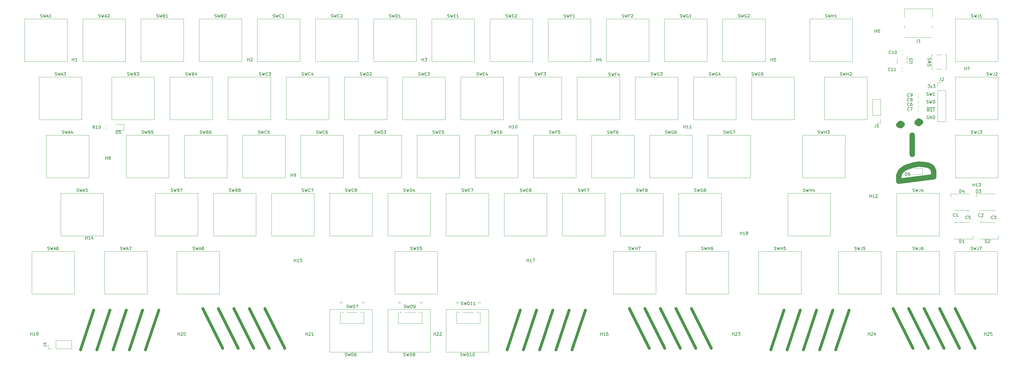
<source format=gbr>
%TF.GenerationSoftware,KiCad,Pcbnew,5.1.6+dfsg1-1~bpo10+1*%
%TF.CreationDate,2020-06-22T19:18:26-07:00*%
%TF.ProjectId,67keys-trackpoint,36376b65-7973-42d7-9472-61636b706f69,A*%
%TF.SameCoordinates,Original*%
%TF.FileFunction,Legend,Top*%
%TF.FilePolarity,Positive*%
%FSLAX46Y46*%
G04 Gerber Fmt 4.6, Leading zero omitted, Abs format (unit mm)*
G04 Created by KiCad (PCBNEW 5.1.6+dfsg1-1~bpo10+1) date 2020-06-22 19:18:26*
%MOMM*%
%LPD*%
G01*
G04 APERTURE LIST*
%ADD10C,0.952500*%
%ADD11C,0.150000*%
%ADD12C,1.778000*%
%ADD13C,0.120000*%
G04 APERTURE END LIST*
D10*
X319314285Y-148408571D02*
X325845714Y-161471428D01*
X324394285Y-148408571D02*
X330925714Y-161471428D01*
X329474285Y-148408571D02*
X336005714Y-161471428D01*
X334554285Y-148408571D02*
X341085714Y-161471428D01*
X339634285Y-148408571D02*
X346165714Y-161471428D01*
X283633333Y-148892380D02*
X279279047Y-161955238D01*
X288955238Y-148892380D02*
X284600952Y-161955238D01*
X294277142Y-148892380D02*
X289922857Y-161955238D01*
X299599047Y-148892380D02*
X295244761Y-161955238D01*
X304920952Y-148892380D02*
X300566666Y-161955238D01*
X232954285Y-148408571D02*
X239485714Y-161471428D01*
X238034285Y-148408571D02*
X244565714Y-161471428D01*
X243114285Y-148408571D02*
X249645714Y-161471428D01*
X248194285Y-148408571D02*
X254725714Y-161471428D01*
X253274285Y-148408571D02*
X259805714Y-161471428D01*
X197273333Y-148892380D02*
X192919047Y-161955238D01*
X202595238Y-148892380D02*
X198240952Y-161955238D01*
X207917142Y-148892380D02*
X203562857Y-161955238D01*
X213239047Y-148892380D02*
X208884761Y-161955238D01*
X218560952Y-148892380D02*
X214206666Y-161955238D01*
X93254285Y-148408571D02*
X99785714Y-161471428D01*
X98334285Y-148408571D02*
X104865714Y-161471428D01*
X103414285Y-148408571D02*
X109945714Y-161471428D01*
X108494285Y-148408571D02*
X115025714Y-161471428D01*
X113574285Y-148408571D02*
X120105714Y-161471428D01*
X57573333Y-148892380D02*
X53219047Y-161955238D01*
X62895238Y-148892380D02*
X58540952Y-161955238D01*
X68217142Y-148892380D02*
X63862857Y-161955238D01*
X73539047Y-148892380D02*
X69184761Y-161955238D01*
X78860952Y-148892380D02*
X74506666Y-161955238D01*
D11*
X330987495Y-85280880D02*
X330892257Y-85233260D01*
X330749400Y-85233260D01*
X330606542Y-85280880D01*
X330511304Y-85376118D01*
X330463685Y-85471356D01*
X330416066Y-85661832D01*
X330416066Y-85804689D01*
X330463685Y-85995165D01*
X330511304Y-86090403D01*
X330606542Y-86185641D01*
X330749400Y-86233260D01*
X330844638Y-86233260D01*
X330987495Y-86185641D01*
X331035114Y-86138022D01*
X331035114Y-85804689D01*
X330844638Y-85804689D01*
X331463685Y-86233260D02*
X331463685Y-85233260D01*
X332035114Y-86233260D01*
X332035114Y-85233260D01*
X332511304Y-86233260D02*
X332511304Y-85233260D01*
X332749400Y-85233260D01*
X332892257Y-85280880D01*
X332987495Y-85376118D01*
X333035114Y-85471356D01*
X333082733Y-85661832D01*
X333082733Y-85804689D01*
X333035114Y-85995165D01*
X332987495Y-86090403D01*
X332892257Y-86185641D01*
X332749400Y-86233260D01*
X332511304Y-86233260D01*
X330366857Y-82516380D02*
X331366857Y-82516380D01*
X331176380Y-83883760D02*
X330843047Y-83407570D01*
X330604952Y-83883760D02*
X330604952Y-82883760D01*
X330985904Y-82883760D01*
X331081142Y-82931380D01*
X331128761Y-82978999D01*
X331176380Y-83074237D01*
X331176380Y-83217094D01*
X331128761Y-83312332D01*
X331081142Y-83359951D01*
X330985904Y-83407570D01*
X330604952Y-83407570D01*
X331366857Y-82516380D02*
X332319238Y-82516380D01*
X331557333Y-83836141D02*
X331700190Y-83883760D01*
X331938285Y-83883760D01*
X332033523Y-83836141D01*
X332081142Y-83788522D01*
X332128761Y-83693284D01*
X332128761Y-83598046D01*
X332081142Y-83502808D01*
X332033523Y-83455189D01*
X331938285Y-83407570D01*
X331747809Y-83359951D01*
X331652571Y-83312332D01*
X331604952Y-83264713D01*
X331557333Y-83169475D01*
X331557333Y-83074237D01*
X331604952Y-82978999D01*
X331652571Y-82931380D01*
X331747809Y-82883760D01*
X331985904Y-82883760D01*
X332128761Y-82931380D01*
X332319238Y-82516380D02*
X333081142Y-82516380D01*
X332414476Y-82883760D02*
X332985904Y-82883760D01*
X332700190Y-83883760D02*
X332700190Y-82883760D01*
X330366857Y-81141201D02*
X330509714Y-81188820D01*
X330747809Y-81188820D01*
X330843047Y-81141201D01*
X330890666Y-81093582D01*
X330938285Y-80998344D01*
X330938285Y-80903106D01*
X330890666Y-80807868D01*
X330843047Y-80760249D01*
X330747809Y-80712630D01*
X330557333Y-80665011D01*
X330462095Y-80617392D01*
X330414476Y-80569773D01*
X330366857Y-80474535D01*
X330366857Y-80379297D01*
X330414476Y-80284059D01*
X330462095Y-80236440D01*
X330557333Y-80188820D01*
X330795428Y-80188820D01*
X330938285Y-80236440D01*
X331271619Y-80188820D02*
X331509714Y-81188820D01*
X331700190Y-80474535D01*
X331890666Y-81188820D01*
X332128761Y-80188820D01*
X332509714Y-81188820D02*
X332509714Y-80188820D01*
X332747809Y-80188820D01*
X332890666Y-80236440D01*
X332985904Y-80331678D01*
X333033523Y-80426916D01*
X333081142Y-80617392D01*
X333081142Y-80760249D01*
X333033523Y-80950725D01*
X332985904Y-81045963D01*
X332890666Y-81141201D01*
X332747809Y-81188820D01*
X332509714Y-81188820D01*
X330366857Y-78636761D02*
X330509714Y-78684380D01*
X330747809Y-78684380D01*
X330843047Y-78636761D01*
X330890666Y-78589142D01*
X330938285Y-78493904D01*
X330938285Y-78398666D01*
X330890666Y-78303428D01*
X330843047Y-78255809D01*
X330747809Y-78208190D01*
X330557333Y-78160571D01*
X330462095Y-78112952D01*
X330414476Y-78065333D01*
X330366857Y-77970095D01*
X330366857Y-77874857D01*
X330414476Y-77779619D01*
X330462095Y-77732000D01*
X330557333Y-77684380D01*
X330795428Y-77684380D01*
X330938285Y-77732000D01*
X331271619Y-77684380D02*
X331509714Y-78684380D01*
X331700190Y-77970095D01*
X331890666Y-78684380D01*
X332128761Y-77684380D01*
X333081142Y-78589142D02*
X333033523Y-78636761D01*
X332890666Y-78684380D01*
X332795428Y-78684380D01*
X332652571Y-78636761D01*
X332557333Y-78541523D01*
X332509714Y-78446285D01*
X332462095Y-78255809D01*
X332462095Y-78112952D01*
X332509714Y-77922476D01*
X332557333Y-77827238D01*
X332652571Y-77732000D01*
X332795428Y-77684380D01*
X332890666Y-77684380D01*
X333033523Y-77732000D01*
X333081142Y-77779619D01*
X330787523Y-75085960D02*
X331406571Y-75085960D01*
X331073238Y-75466913D01*
X331216095Y-75466913D01*
X331311333Y-75514532D01*
X331358952Y-75562151D01*
X331406571Y-75657389D01*
X331406571Y-75895484D01*
X331358952Y-75990722D01*
X331311333Y-76038341D01*
X331216095Y-76085960D01*
X330930380Y-76085960D01*
X330835142Y-76038341D01*
X330787523Y-75990722D01*
X331739904Y-75419294D02*
X331978000Y-76085960D01*
X332216095Y-75419294D01*
X332501809Y-75085960D02*
X333120857Y-75085960D01*
X332787523Y-75466913D01*
X332930380Y-75466913D01*
X333025619Y-75514532D01*
X333073238Y-75562151D01*
X333120857Y-75657389D01*
X333120857Y-75895484D01*
X333073238Y-75990722D01*
X333025619Y-76038341D01*
X332930380Y-76085960D01*
X332644666Y-76085960D01*
X332549428Y-76038341D01*
X332501809Y-75990722D01*
D12*
X321219285Y-106651727D02*
X332649285Y-105222977D01*
X332649285Y-103257501D01*
X332105000Y-102146251D01*
X331016428Y-101496132D01*
X329927857Y-101239108D01*
X327750714Y-101118155D01*
X326117857Y-101322263D01*
X323940714Y-101987501D01*
X322852142Y-102516667D01*
X321763571Y-103438929D01*
X321219285Y-104686251D01*
X321219285Y-106651727D01*
X325573571Y-97852441D02*
X325573571Y-91562917D01*
X322307857Y-88040179D02*
X321763571Y-87715120D01*
X321219285Y-88176251D01*
X321763571Y-88501310D01*
X322307857Y-88040179D01*
X321219285Y-88176251D01*
X328295000Y-87291786D02*
X327750714Y-86966727D01*
X327206428Y-87427858D01*
X327750714Y-87752917D01*
X328295000Y-87291786D01*
X327206428Y-87427858D01*
D13*
%TO.C,J1*%
X332264500Y-56528000D02*
X332264500Y-55628000D01*
X323074500Y-56528000D02*
X323074500Y-55628000D01*
X332264500Y-52928000D02*
X332264500Y-50198000D01*
X323074500Y-52928000D02*
X323074500Y-50198000D01*
X332144500Y-59608000D02*
X323194500Y-59608000D01*
X332264500Y-50198000D02*
X323074500Y-50198000D01*
%TO.C,J5*%
X315274000Y-79950000D02*
X312614000Y-79950000D01*
X315274000Y-85090000D02*
X315274000Y-79950000D01*
X312614000Y-85090000D02*
X312614000Y-79950000D01*
X315274000Y-85090000D02*
X312614000Y-85090000D01*
X315274000Y-86360000D02*
X315274000Y-87690000D01*
X315274000Y-87690000D02*
X313944000Y-87690000D01*
%TO.C,J4*%
X42612000Y-161604000D02*
X42612000Y-160274000D01*
X43942000Y-161604000D02*
X42612000Y-161604000D01*
X45212000Y-161604000D02*
X45212000Y-158944000D01*
X45212000Y-158944000D02*
X50352000Y-158944000D01*
X45212000Y-161604000D02*
X50352000Y-161604000D01*
X50352000Y-161604000D02*
X50352000Y-158944000D01*
%TO.C,SWJ7*%
X339598000Y-129667000D02*
X353568000Y-129667000D01*
X353568000Y-129667000D02*
X353568000Y-143637000D01*
X353568000Y-143637000D02*
X339598000Y-143637000D01*
X339598000Y-143637000D02*
X339598000Y-129667000D01*
%TO.C,SWD11*%
X181949000Y-149652000D02*
X178549000Y-149652000D01*
X183589000Y-149652000D02*
X183049000Y-149652000D01*
X176389000Y-146822000D02*
X176389000Y-146312000D01*
X176909000Y-146312000D02*
X176389000Y-146312000D01*
X176909000Y-146822000D02*
X176909000Y-146312000D01*
X177449000Y-149652000D02*
X176909000Y-149652000D01*
X184109000Y-146822000D02*
X184109000Y-146312000D01*
X183589000Y-146822000D02*
X183589000Y-146312000D01*
X176909000Y-149652000D02*
X176909000Y-149422000D01*
X184109000Y-153322000D02*
X184109000Y-149422000D01*
X184109000Y-146312000D02*
X183589000Y-146312000D01*
X176389000Y-153322000D02*
X176389000Y-149422000D01*
X184109000Y-153322000D02*
X176389000Y-153322000D01*
X183589000Y-149652000D02*
X183589000Y-149422000D01*
%TO.C,SWD9*%
X162899000Y-149652000D02*
X159499000Y-149652000D01*
X164539000Y-149652000D02*
X163999000Y-149652000D01*
X157339000Y-146822000D02*
X157339000Y-146312000D01*
X157859000Y-146312000D02*
X157339000Y-146312000D01*
X157859000Y-146822000D02*
X157859000Y-146312000D01*
X158399000Y-149652000D02*
X157859000Y-149652000D01*
X165059000Y-146822000D02*
X165059000Y-146312000D01*
X164539000Y-146822000D02*
X164539000Y-146312000D01*
X157859000Y-149652000D02*
X157859000Y-149422000D01*
X165059000Y-153322000D02*
X165059000Y-149422000D01*
X165059000Y-146312000D02*
X164539000Y-146312000D01*
X157339000Y-153322000D02*
X157339000Y-149422000D01*
X165059000Y-153322000D02*
X157339000Y-153322000D01*
X164539000Y-149652000D02*
X164539000Y-149422000D01*
%TO.C,SWD7*%
X143849000Y-149652000D02*
X140449000Y-149652000D01*
X145489000Y-149652000D02*
X144949000Y-149652000D01*
X138289000Y-146822000D02*
X138289000Y-146312000D01*
X138809000Y-146312000D02*
X138289000Y-146312000D01*
X138809000Y-146822000D02*
X138809000Y-146312000D01*
X139349000Y-149652000D02*
X138809000Y-149652000D01*
X146009000Y-146822000D02*
X146009000Y-146312000D01*
X145489000Y-146822000D02*
X145489000Y-146312000D01*
X138809000Y-149652000D02*
X138809000Y-149422000D01*
X146009000Y-153322000D02*
X146009000Y-149422000D01*
X146009000Y-146312000D02*
X145489000Y-146312000D01*
X138289000Y-153322000D02*
X138289000Y-149422000D01*
X146009000Y-153322000D02*
X138289000Y-153322000D01*
X145489000Y-149652000D02*
X145489000Y-149422000D01*
%TO.C,SWD8*%
X153924000Y-162687000D02*
X153924000Y-148717000D01*
X167894000Y-162687000D02*
X153924000Y-162687000D01*
X167894000Y-148717000D02*
X167894000Y-162687000D01*
X153924000Y-148717000D02*
X167894000Y-148717000D01*
%TO.C,SWD5*%
X156210000Y-143637000D02*
X156210000Y-129667000D01*
X170180000Y-143637000D02*
X156210000Y-143637000D01*
X170180000Y-129667000D02*
X170180000Y-143637000D01*
X156210000Y-129667000D02*
X170180000Y-129667000D01*
%TO.C,SWC6*%
X125349000Y-105537000D02*
X125349000Y-91567000D01*
X139319000Y-105537000D02*
X125349000Y-105537000D01*
X139319000Y-91567000D02*
X139319000Y-105537000D01*
X125349000Y-91567000D02*
X139319000Y-91567000D01*
%TO.C,SWJ5*%
X301498000Y-129667000D02*
X315468000Y-129667000D01*
X315468000Y-129667000D02*
X315468000Y-143637000D01*
X315468000Y-143637000D02*
X301498000Y-143637000D01*
X301498000Y-143637000D02*
X301498000Y-129667000D01*
%TO.C,SWE3*%
X158750000Y-86487000D02*
X158750000Y-72517000D01*
X172720000Y-86487000D02*
X158750000Y-86487000D01*
X172720000Y-72517000D02*
X172720000Y-86487000D01*
X158750000Y-72517000D02*
X172720000Y-72517000D01*
%TO.C,SWH3*%
X289687000Y-105537000D02*
X289687000Y-91567000D01*
X303657000Y-105537000D02*
X289687000Y-105537000D01*
X303657000Y-91567000D02*
X303657000Y-105537000D01*
X289687000Y-91567000D02*
X303657000Y-91567000D01*
%TO.C,SWA8*%
X84836000Y-143637000D02*
X84836000Y-129667000D01*
X98806000Y-143637000D02*
X84836000Y-143637000D01*
X98806000Y-129667000D02*
X98806000Y-143637000D01*
X84836000Y-129667000D02*
X98806000Y-129667000D01*
%TO.C,SWH6*%
X251523500Y-143637000D02*
X251523500Y-129667000D01*
X265493500Y-143637000D02*
X251523500Y-143637000D01*
X265493500Y-129667000D02*
X265493500Y-143637000D01*
X251523500Y-129667000D02*
X265493500Y-129667000D01*
%TO.C,SWB7*%
X77724000Y-124587000D02*
X77724000Y-110617000D01*
X91694000Y-124587000D02*
X77724000Y-124587000D01*
X91694000Y-110617000D02*
X91694000Y-124587000D01*
X77724000Y-110617000D02*
X91694000Y-110617000D01*
%TO.C,SWA4*%
X42037000Y-105537000D02*
X42037000Y-91567000D01*
X56007000Y-105537000D02*
X42037000Y-105537000D01*
X56007000Y-91567000D02*
X56007000Y-105537000D01*
X42037000Y-91567000D02*
X56007000Y-91567000D01*
%TO.C,SWD10*%
X172974000Y-162687000D02*
X172974000Y-148717000D01*
X186944000Y-162687000D02*
X172974000Y-162687000D01*
X186944000Y-148717000D02*
X186944000Y-162687000D01*
X172974000Y-148717000D02*
X186944000Y-148717000D01*
%TO.C,SWD3*%
X144399000Y-105537000D02*
X144399000Y-91567000D01*
X158369000Y-105537000D02*
X144399000Y-105537000D01*
X158369000Y-91567000D02*
X158369000Y-105537000D01*
X144399000Y-91567000D02*
X158369000Y-91567000D01*
%TO.C,SWC4*%
X120650000Y-86487000D02*
X120650000Y-72517000D01*
X134620000Y-86487000D02*
X120650000Y-86487000D01*
X134620000Y-72517000D02*
X134620000Y-86487000D01*
X120650000Y-72517000D02*
X134620000Y-72517000D01*
%TO.C,SWD2*%
X139700000Y-86487000D02*
X139700000Y-72517000D01*
X153670000Y-86487000D02*
X139700000Y-86487000D01*
X153670000Y-72517000D02*
X153670000Y-86487000D01*
X139700000Y-72517000D02*
X153670000Y-72517000D01*
%TO.C,SWH2*%
X296926000Y-86487000D02*
X296926000Y-72517000D01*
X310896000Y-86487000D02*
X296926000Y-86487000D01*
X310896000Y-72517000D02*
X310896000Y-86487000D01*
X296926000Y-72517000D02*
X310896000Y-72517000D01*
%TO.C,SWD6*%
X134874000Y-162687000D02*
X134874000Y-148717000D01*
X148844000Y-162687000D02*
X134874000Y-162687000D01*
X148844000Y-148717000D02*
X148844000Y-162687000D01*
X134874000Y-148717000D02*
X148844000Y-148717000D01*
%TO.C,SWG3*%
X234950000Y-86487000D02*
X234950000Y-72517000D01*
X248920000Y-86487000D02*
X234950000Y-86487000D01*
X248920000Y-72517000D02*
X248920000Y-86487000D01*
X234950000Y-72517000D02*
X248920000Y-72517000D01*
%TO.C,SWH1*%
X292100000Y-67437000D02*
X292100000Y-53467000D01*
X306070000Y-67437000D02*
X292100000Y-67437000D01*
X306070000Y-53467000D02*
X306070000Y-67437000D01*
X292100000Y-53467000D02*
X306070000Y-53467000D01*
%TO.C,SWF5*%
X201549000Y-105537000D02*
X201549000Y-91567000D01*
X215519000Y-105537000D02*
X201549000Y-105537000D01*
X215519000Y-91567000D02*
X215519000Y-105537000D01*
X201549000Y-91567000D02*
X215519000Y-91567000D01*
%TO.C,SWF8*%
X230124000Y-124587000D02*
X230124000Y-110617000D01*
X244094000Y-124587000D02*
X230124000Y-124587000D01*
X244094000Y-110617000D02*
X244094000Y-124587000D01*
X230124000Y-110617000D02*
X244094000Y-110617000D01*
%TO.C,SWD1*%
X149225000Y-67437000D02*
X149225000Y-53467000D01*
X163195000Y-67437000D02*
X149225000Y-67437000D01*
X163195000Y-53467000D02*
X163195000Y-67437000D01*
X149225000Y-53467000D02*
X163195000Y-53467000D01*
%TO.C,SWG1*%
X244475000Y-67437000D02*
X244475000Y-53467000D01*
X258445000Y-67437000D02*
X244475000Y-67437000D01*
X258445000Y-53467000D02*
X258445000Y-67437000D01*
X244475000Y-53467000D02*
X258445000Y-53467000D01*
%TO.C,SWC1*%
X111125000Y-67437000D02*
X111125000Y-53467000D01*
X125095000Y-67437000D02*
X111125000Y-67437000D01*
X125095000Y-53467000D02*
X125095000Y-67437000D01*
X111125000Y-53467000D02*
X125095000Y-53467000D01*
%TO.C,SWA7*%
X61087000Y-143637000D02*
X61087000Y-129667000D01*
X75057000Y-143637000D02*
X61087000Y-143637000D01*
X75057000Y-129667000D02*
X75057000Y-143637000D01*
X61087000Y-129667000D02*
X75057000Y-129667000D01*
%TO.C,SWA5*%
X46799500Y-124587000D02*
X46799500Y-110617000D01*
X60769500Y-124587000D02*
X46799500Y-124587000D01*
X60769500Y-110617000D02*
X60769500Y-124587000D01*
X46799500Y-110617000D02*
X60769500Y-110617000D01*
%TO.C,SWF3*%
X196850000Y-86487000D02*
X196850000Y-72517000D01*
X210820000Y-86487000D02*
X196850000Y-86487000D01*
X210820000Y-72517000D02*
X210820000Y-86487000D01*
X196850000Y-72517000D02*
X210820000Y-72517000D01*
%TO.C,SWB2*%
X92075000Y-67437000D02*
X92075000Y-53467000D01*
X106045000Y-67437000D02*
X92075000Y-67437000D01*
X106045000Y-53467000D02*
X106045000Y-67437000D01*
X92075000Y-53467000D02*
X106045000Y-53467000D01*
%TO.C,SWF6*%
X220599000Y-105537000D02*
X220599000Y-91567000D01*
X234569000Y-105537000D02*
X220599000Y-105537000D01*
X234569000Y-91567000D02*
X234569000Y-105537000D01*
X220599000Y-91567000D02*
X234569000Y-91567000D01*
%TO.C,SWE6*%
X182499000Y-105537000D02*
X182499000Y-91567000D01*
X196469000Y-105537000D02*
X182499000Y-105537000D01*
X196469000Y-91567000D02*
X196469000Y-105537000D01*
X182499000Y-91567000D02*
X196469000Y-91567000D01*
%TO.C,SWF1*%
X206375000Y-67437000D02*
X206375000Y-53467000D01*
X220345000Y-67437000D02*
X206375000Y-67437000D01*
X220345000Y-53467000D02*
X220345000Y-67437000D01*
X206375000Y-53467000D02*
X220345000Y-53467000D01*
%TO.C,SWB5*%
X68199000Y-105537000D02*
X68199000Y-91567000D01*
X82169000Y-105537000D02*
X68199000Y-105537000D01*
X82169000Y-91567000D02*
X82169000Y-105537000D01*
X68199000Y-91567000D02*
X82169000Y-91567000D01*
%TO.C,SWB3*%
X63500000Y-86487000D02*
X63500000Y-72517000D01*
X77470000Y-86487000D02*
X63500000Y-86487000D01*
X77470000Y-72517000D02*
X77470000Y-86487000D01*
X63500000Y-72517000D02*
X77470000Y-72517000D01*
%TO.C,SWE4*%
X177800000Y-86487000D02*
X177800000Y-72517000D01*
X191770000Y-86487000D02*
X177800000Y-86487000D01*
X191770000Y-72517000D02*
X191770000Y-86487000D01*
X177800000Y-72517000D02*
X191770000Y-72517000D01*
%TO.C,SWF4*%
X215900000Y-86487000D02*
X215900000Y-72517000D01*
X229870000Y-86487000D02*
X215900000Y-86487000D01*
X229870000Y-72517000D02*
X229870000Y-86487000D01*
X215900000Y-72517000D02*
X229870000Y-72517000D01*
%TO.C,SWG6*%
X239649000Y-105537000D02*
X239649000Y-91567000D01*
X253619000Y-105537000D02*
X239649000Y-105537000D01*
X253619000Y-91567000D02*
X253619000Y-105537000D01*
X239649000Y-91567000D02*
X253619000Y-91567000D01*
%TO.C,SWG5*%
X273050000Y-86487000D02*
X273050000Y-72517000D01*
X287020000Y-86487000D02*
X273050000Y-86487000D01*
X287020000Y-72517000D02*
X287020000Y-86487000D01*
X273050000Y-72517000D02*
X287020000Y-72517000D01*
%TO.C,SWH7*%
X227711000Y-143637000D02*
X227711000Y-129667000D01*
X241681000Y-143637000D02*
X227711000Y-143637000D01*
X241681000Y-129667000D02*
X241681000Y-143637000D01*
X227711000Y-129667000D02*
X241681000Y-129667000D01*
%TO.C,SWH4*%
X284861000Y-124587000D02*
X284861000Y-110617000D01*
X298831000Y-124587000D02*
X284861000Y-124587000D01*
X298831000Y-110617000D02*
X298831000Y-124587000D01*
X284861000Y-110617000D02*
X298831000Y-110617000D01*
%TO.C,SWD4*%
X153924000Y-124587000D02*
X153924000Y-110617000D01*
X167894000Y-124587000D02*
X153924000Y-124587000D01*
X167894000Y-110617000D02*
X167894000Y-124587000D01*
X153924000Y-110617000D02*
X167894000Y-110617000D01*
%TO.C,SWE8*%
X192024000Y-124587000D02*
X192024000Y-110617000D01*
X205994000Y-124587000D02*
X192024000Y-124587000D01*
X205994000Y-110617000D02*
X205994000Y-124587000D01*
X192024000Y-110617000D02*
X205994000Y-110617000D01*
%TO.C,SWE1*%
X168275000Y-67437000D02*
X168275000Y-53467000D01*
X182245000Y-67437000D02*
X168275000Y-67437000D01*
X182245000Y-53467000D02*
X182245000Y-67437000D01*
X168275000Y-53467000D02*
X182245000Y-53467000D01*
%TO.C,SWG7*%
X258699000Y-105537000D02*
X258699000Y-91567000D01*
X272669000Y-105537000D02*
X258699000Y-105537000D01*
X272669000Y-91567000D02*
X272669000Y-105537000D01*
X258699000Y-91567000D02*
X272669000Y-91567000D01*
%TO.C,SWC2*%
X130175000Y-67437000D02*
X130175000Y-53467000D01*
X144145000Y-67437000D02*
X130175000Y-67437000D01*
X144145000Y-53467000D02*
X144145000Y-67437000D01*
X130175000Y-53467000D02*
X144145000Y-53467000D01*
%TO.C,SWE2*%
X187325000Y-67437000D02*
X187325000Y-53467000D01*
X201295000Y-67437000D02*
X187325000Y-67437000D01*
X201295000Y-53467000D02*
X201295000Y-67437000D01*
X187325000Y-53467000D02*
X201295000Y-53467000D01*
%TO.C,SWC5*%
X106299000Y-105537000D02*
X106299000Y-91567000D01*
X120269000Y-105537000D02*
X106299000Y-105537000D01*
X120269000Y-91567000D02*
X120269000Y-105537000D01*
X106299000Y-91567000D02*
X120269000Y-91567000D01*
%TO.C,SWB4*%
X82550000Y-86487000D02*
X82550000Y-72517000D01*
X96520000Y-86487000D02*
X82550000Y-86487000D01*
X96520000Y-72517000D02*
X96520000Y-86487000D01*
X82550000Y-72517000D02*
X96520000Y-72517000D01*
%TO.C,SWE5*%
X163449000Y-105537000D02*
X163449000Y-91567000D01*
X177419000Y-105537000D02*
X163449000Y-105537000D01*
X177419000Y-91567000D02*
X177419000Y-105537000D01*
X163449000Y-91567000D02*
X177419000Y-91567000D01*
%TO.C,SWH5*%
X275336000Y-143637000D02*
X275336000Y-129667000D01*
X289306000Y-143637000D02*
X275336000Y-143637000D01*
X289306000Y-129667000D02*
X289306000Y-143637000D01*
X275336000Y-129667000D02*
X289306000Y-129667000D01*
%TO.C,SWC3*%
X101600000Y-86487000D02*
X101600000Y-72517000D01*
X115570000Y-86487000D02*
X101600000Y-86487000D01*
X115570000Y-72517000D02*
X115570000Y-86487000D01*
X101600000Y-72517000D02*
X115570000Y-72517000D01*
%TO.C,SWG4*%
X254000000Y-86487000D02*
X254000000Y-72517000D01*
X267970000Y-86487000D02*
X254000000Y-86487000D01*
X267970000Y-72517000D02*
X267970000Y-86487000D01*
X254000000Y-72517000D02*
X267970000Y-72517000D01*
%TO.C,SWF7*%
X211074000Y-124587000D02*
X211074000Y-110617000D01*
X225044000Y-124587000D02*
X211074000Y-124587000D01*
X225044000Y-110617000D02*
X225044000Y-124587000D01*
X211074000Y-110617000D02*
X225044000Y-110617000D01*
%TO.C,SWG2*%
X263525000Y-67437000D02*
X263525000Y-53467000D01*
X277495000Y-67437000D02*
X263525000Y-67437000D01*
X277495000Y-53467000D02*
X277495000Y-67437000D01*
X263525000Y-53467000D02*
X277495000Y-53467000D01*
%TO.C,SWE7*%
X172974000Y-124587000D02*
X172974000Y-110617000D01*
X186944000Y-124587000D02*
X172974000Y-124587000D01*
X186944000Y-110617000D02*
X186944000Y-124587000D01*
X172974000Y-110617000D02*
X186944000Y-110617000D01*
%TO.C,SWB1*%
X73025000Y-67437000D02*
X73025000Y-53467000D01*
X86995000Y-67437000D02*
X73025000Y-67437000D01*
X86995000Y-53467000D02*
X86995000Y-67437000D01*
X73025000Y-53467000D02*
X86995000Y-53467000D01*
%TO.C,SWF2*%
X225425000Y-67437000D02*
X225425000Y-53467000D01*
X239395000Y-67437000D02*
X225425000Y-67437000D01*
X239395000Y-53467000D02*
X239395000Y-67437000D01*
X225425000Y-53467000D02*
X239395000Y-53467000D01*
%TO.C,SWA2*%
X53963000Y-67437000D02*
X53963000Y-53467000D01*
X67933000Y-67437000D02*
X53963000Y-67437000D01*
X67933000Y-53467000D02*
X67933000Y-67437000D01*
X53963000Y-53467000D02*
X67933000Y-53467000D01*
%TO.C,SWA6*%
X37274500Y-143637000D02*
X37274500Y-129667000D01*
X51244500Y-143637000D02*
X37274500Y-143637000D01*
X51244500Y-129667000D02*
X51244500Y-143637000D01*
X37274500Y-129667000D02*
X51244500Y-129667000D01*
%TO.C,SWC8*%
X134874000Y-124587000D02*
X134874000Y-110617000D01*
X148844000Y-124587000D02*
X134874000Y-124587000D01*
X148844000Y-110617000D02*
X148844000Y-124587000D01*
X134874000Y-110617000D02*
X148844000Y-110617000D01*
%TO.C,SWC7*%
X115824000Y-124587000D02*
X115824000Y-110617000D01*
X129794000Y-124587000D02*
X115824000Y-124587000D01*
X129794000Y-110617000D02*
X129794000Y-124587000D01*
X115824000Y-110617000D02*
X129794000Y-110617000D01*
%TO.C,SWB8*%
X96774000Y-124587000D02*
X96774000Y-110617000D01*
X110744000Y-124587000D02*
X96774000Y-124587000D01*
X110744000Y-110617000D02*
X110744000Y-124587000D01*
X96774000Y-110617000D02*
X110744000Y-110617000D01*
%TO.C,SWB6*%
X87249000Y-105537000D02*
X87249000Y-91567000D01*
X101219000Y-105537000D02*
X87249000Y-105537000D01*
X101219000Y-91567000D02*
X101219000Y-105537000D01*
X87249000Y-91567000D02*
X101219000Y-91567000D01*
%TO.C,SWA3*%
X39687500Y-86487000D02*
X39687500Y-72517000D01*
X53657500Y-86487000D02*
X39687500Y-86487000D01*
X53657500Y-72517000D02*
X53657500Y-86487000D01*
X39687500Y-72517000D02*
X53657500Y-72517000D01*
%TO.C,SWA1*%
X34925000Y-67437000D02*
X34925000Y-53467000D01*
X48895000Y-67437000D02*
X34925000Y-67437000D01*
X48895000Y-53467000D02*
X48895000Y-67437000D01*
X34925000Y-53467000D02*
X48895000Y-53467000D01*
%TO.C,SWG8*%
X249174000Y-124587000D02*
X249174000Y-110617000D01*
X263144000Y-124587000D02*
X249174000Y-124587000D01*
X263144000Y-110617000D02*
X263144000Y-124587000D01*
X249174000Y-110617000D02*
X263144000Y-110617000D01*
%TO.C,J2*%
X333950000Y-74362000D02*
X335280000Y-74362000D01*
X333950000Y-75692000D02*
X333950000Y-74362000D01*
X333950000Y-76962000D02*
X336610000Y-76962000D01*
X336610000Y-76962000D02*
X336610000Y-87182000D01*
X333950000Y-76962000D02*
X333950000Y-87182000D01*
X333950000Y-87182000D02*
X336610000Y-87182000D01*
%TO.C,SWJ2*%
X339725000Y-86487000D02*
X339725000Y-72517000D01*
X353695000Y-86487000D02*
X339725000Y-86487000D01*
X353695000Y-72517000D02*
X353695000Y-86487000D01*
X339725000Y-72517000D02*
X353695000Y-72517000D01*
%TO.C,SWJ1*%
X339725000Y-67437000D02*
X339725000Y-53467000D01*
X353695000Y-67437000D02*
X339725000Y-67437000D01*
X353695000Y-53467000D02*
X353695000Y-67437000D01*
X339725000Y-53467000D02*
X353695000Y-53467000D01*
%TO.C,SWJ3*%
X339725000Y-105537000D02*
X339725000Y-91567000D01*
X353695000Y-105537000D02*
X339725000Y-105537000D01*
X353695000Y-91567000D02*
X353695000Y-105537000D01*
X339725000Y-91567000D02*
X353695000Y-91567000D01*
%TO.C,SWJ6*%
X320548000Y-143637000D02*
X320548000Y-129667000D01*
X334518000Y-143637000D02*
X320548000Y-143637000D01*
X334518000Y-129667000D02*
X334518000Y-143637000D01*
X320548000Y-129667000D02*
X334518000Y-129667000D01*
%TO.C,SWJ4*%
X320548000Y-124587000D02*
X320548000Y-110617000D01*
X334518000Y-124587000D02*
X320548000Y-124587000D01*
X334518000Y-110617000D02*
X334518000Y-124587000D01*
X320548000Y-110617000D02*
X334518000Y-110617000D01*
%TO.C,SW1*%
X335433500Y-70024000D02*
X333373500Y-70024000D01*
X335433500Y-65284000D02*
X333373500Y-65284000D01*
X336773500Y-65284000D02*
X336373500Y-65284000D01*
X336773500Y-70024000D02*
X336773500Y-65284000D01*
X336773500Y-70024000D02*
X336373500Y-70024000D01*
X332033500Y-65284000D02*
X332433500Y-65284000D01*
X332033500Y-70024000D02*
X332433500Y-70024000D01*
X332033500Y-70024000D02*
X332033500Y-65284000D01*
%TO.C,R10*%
X61423733Y-89537000D02*
X61766267Y-89537000D01*
X61423733Y-88517000D02*
X61766267Y-88517000D01*
%TO.C,D3*%
X352766000Y-116238000D02*
X347766000Y-116238000D01*
X346666000Y-111938000D02*
X346666000Y-110838000D01*
X346666000Y-110838000D02*
X352766000Y-110838000D01*
%TO.C,D2*%
X347766000Y-120236000D02*
X352766000Y-120236000D01*
X353866000Y-124536000D02*
X353866000Y-125636000D01*
X353866000Y-125636000D02*
X347766000Y-125636000D01*
%TO.C,C10*%
X322497267Y-64006000D02*
X322154733Y-64006000D01*
X322497267Y-65026000D02*
X322154733Y-65026000D01*
%TO.C,C9*%
X327831267Y-77976000D02*
X327488733Y-77976000D01*
X327831267Y-78996000D02*
X327488733Y-78996000D01*
%TO.C,C8*%
X327831267Y-79500000D02*
X327488733Y-79500000D01*
X327831267Y-80520000D02*
X327488733Y-80520000D01*
%TO.C,C7*%
X327831267Y-82548000D02*
X327488733Y-82548000D01*
X327831267Y-83568000D02*
X327488733Y-83568000D01*
%TO.C,C6*%
X327831267Y-81024000D02*
X327488733Y-81024000D01*
X327831267Y-82044000D02*
X327488733Y-82044000D01*
%TO.C,C5*%
X344087267Y-116584000D02*
X343744733Y-116584000D01*
X344087267Y-117604000D02*
X343744733Y-117604000D01*
%TO.C,C3*%
X352469267Y-116584000D02*
X352126733Y-116584000D01*
X352469267Y-117604000D02*
X352126733Y-117604000D01*
%TO.C,C2*%
X348062733Y-119890000D02*
X348405267Y-119890000D01*
X348062733Y-118870000D02*
X348405267Y-118870000D01*
%TO.C,C1*%
X339680733Y-119890000D02*
X340023267Y-119890000D01*
X339680733Y-118870000D02*
X340023267Y-118870000D01*
%TO.C,C11*%
X322497267Y-69594000D02*
X322154733Y-69594000D01*
X322497267Y-70614000D02*
X322154733Y-70614000D01*
%TO.C,D1*%
X345484000Y-125636000D02*
X339384000Y-125636000D01*
X345484000Y-124536000D02*
X345484000Y-125636000D01*
X339384000Y-120236000D02*
X344384000Y-120236000D01*
%TO.C,D4*%
X344384000Y-116238000D02*
X339384000Y-116238000D01*
X338284000Y-111938000D02*
X338284000Y-110838000D01*
X338284000Y-110838000D02*
X344384000Y-110838000D01*
%TO.C,D5*%
X67519000Y-88067000D02*
X64659000Y-88067000D01*
X67519000Y-89987000D02*
X67519000Y-88067000D01*
X64659000Y-89987000D02*
X67519000Y-89987000D01*
%TO.C,D6*%
X326152000Y-104465000D02*
X329012000Y-104465000D01*
X329012000Y-104465000D02*
X329012000Y-102545000D01*
X329012000Y-102545000D02*
X326152000Y-102545000D01*
%TO.C,U3*%
X320716000Y-66410000D02*
X320716000Y-68210000D01*
X323936000Y-68210000D02*
X323936000Y-65760000D01*
%TO.C,J1*%
D11*
X327336166Y-60180380D02*
X327336166Y-60894666D01*
X327288547Y-61037523D01*
X327193309Y-61132761D01*
X327050452Y-61180380D01*
X326955214Y-61180380D01*
X328336166Y-61180380D02*
X327764738Y-61180380D01*
X328050452Y-61180380D02*
X328050452Y-60180380D01*
X327955214Y-60323238D01*
X327859976Y-60418476D01*
X327764738Y-60466095D01*
%TO.C,J5*%
X313610666Y-88142380D02*
X313610666Y-88856666D01*
X313563047Y-88999523D01*
X313467809Y-89094761D01*
X313324952Y-89142380D01*
X313229714Y-89142380D01*
X314563047Y-88142380D02*
X314086857Y-88142380D01*
X314039238Y-88618571D01*
X314086857Y-88570952D01*
X314182095Y-88523333D01*
X314420190Y-88523333D01*
X314515428Y-88570952D01*
X314563047Y-88618571D01*
X314610666Y-88713809D01*
X314610666Y-88951904D01*
X314563047Y-89047142D01*
X314515428Y-89094761D01*
X314420190Y-89142380D01*
X314182095Y-89142380D01*
X314086857Y-89094761D01*
X314039238Y-89047142D01*
%TO.C,J4*%
X41064380Y-160607333D02*
X41778666Y-160607333D01*
X41921523Y-160654952D01*
X42016761Y-160750190D01*
X42064380Y-160893047D01*
X42064380Y-160988285D01*
X41397714Y-159702571D02*
X42064380Y-159702571D01*
X41016761Y-159940666D02*
X41731047Y-160178761D01*
X41731047Y-159559714D01*
%TO.C,SWJ7*%
X344868714Y-129182761D02*
X345011571Y-129230380D01*
X345249666Y-129230380D01*
X345344904Y-129182761D01*
X345392523Y-129135142D01*
X345440142Y-129039904D01*
X345440142Y-128944666D01*
X345392523Y-128849428D01*
X345344904Y-128801809D01*
X345249666Y-128754190D01*
X345059190Y-128706571D01*
X344963952Y-128658952D01*
X344916333Y-128611333D01*
X344868714Y-128516095D01*
X344868714Y-128420857D01*
X344916333Y-128325619D01*
X344963952Y-128278000D01*
X345059190Y-128230380D01*
X345297285Y-128230380D01*
X345440142Y-128278000D01*
X345773476Y-128230380D02*
X346011571Y-129230380D01*
X346202047Y-128516095D01*
X346392523Y-129230380D01*
X346630619Y-128230380D01*
X347297285Y-128230380D02*
X347297285Y-128944666D01*
X347249666Y-129087523D01*
X347154428Y-129182761D01*
X347011571Y-129230380D01*
X346916333Y-129230380D01*
X347678238Y-128230380D02*
X348344904Y-128230380D01*
X347916333Y-129230380D01*
%TO.C,SWD11*%
X177939476Y-147216761D02*
X178082333Y-147264380D01*
X178320428Y-147264380D01*
X178415666Y-147216761D01*
X178463285Y-147169142D01*
X178510904Y-147073904D01*
X178510904Y-146978666D01*
X178463285Y-146883428D01*
X178415666Y-146835809D01*
X178320428Y-146788190D01*
X178129952Y-146740571D01*
X178034714Y-146692952D01*
X177987095Y-146645333D01*
X177939476Y-146550095D01*
X177939476Y-146454857D01*
X177987095Y-146359619D01*
X178034714Y-146312000D01*
X178129952Y-146264380D01*
X178368047Y-146264380D01*
X178510904Y-146312000D01*
X178844238Y-146264380D02*
X179082333Y-147264380D01*
X179272809Y-146550095D01*
X179463285Y-147264380D01*
X179701380Y-146264380D01*
X180082333Y-147264380D02*
X180082333Y-146264380D01*
X180320428Y-146264380D01*
X180463285Y-146312000D01*
X180558523Y-146407238D01*
X180606142Y-146502476D01*
X180653761Y-146692952D01*
X180653761Y-146835809D01*
X180606142Y-147026285D01*
X180558523Y-147121523D01*
X180463285Y-147216761D01*
X180320428Y-147264380D01*
X180082333Y-147264380D01*
X181606142Y-147264380D02*
X181034714Y-147264380D01*
X181320428Y-147264380D02*
X181320428Y-146264380D01*
X181225190Y-146407238D01*
X181129952Y-146502476D01*
X181034714Y-146550095D01*
X182558523Y-147264380D02*
X181987095Y-147264380D01*
X182272809Y-147264380D02*
X182272809Y-146264380D01*
X182177571Y-146407238D01*
X182082333Y-146502476D01*
X181987095Y-146550095D01*
%TO.C,SWD9*%
X159202666Y-148232761D02*
X159345523Y-148280380D01*
X159583619Y-148280380D01*
X159678857Y-148232761D01*
X159726476Y-148185142D01*
X159774095Y-148089904D01*
X159774095Y-147994666D01*
X159726476Y-147899428D01*
X159678857Y-147851809D01*
X159583619Y-147804190D01*
X159393142Y-147756571D01*
X159297904Y-147708952D01*
X159250285Y-147661333D01*
X159202666Y-147566095D01*
X159202666Y-147470857D01*
X159250285Y-147375619D01*
X159297904Y-147328000D01*
X159393142Y-147280380D01*
X159631238Y-147280380D01*
X159774095Y-147328000D01*
X160107428Y-147280380D02*
X160345523Y-148280380D01*
X160536000Y-147566095D01*
X160726476Y-148280380D01*
X160964571Y-147280380D01*
X161345523Y-148280380D02*
X161345523Y-147280380D01*
X161583619Y-147280380D01*
X161726476Y-147328000D01*
X161821714Y-147423238D01*
X161869333Y-147518476D01*
X161916952Y-147708952D01*
X161916952Y-147851809D01*
X161869333Y-148042285D01*
X161821714Y-148137523D01*
X161726476Y-148232761D01*
X161583619Y-148280380D01*
X161345523Y-148280380D01*
X162393142Y-148280380D02*
X162583619Y-148280380D01*
X162678857Y-148232761D01*
X162726476Y-148185142D01*
X162821714Y-148042285D01*
X162869333Y-147851809D01*
X162869333Y-147470857D01*
X162821714Y-147375619D01*
X162774095Y-147328000D01*
X162678857Y-147280380D01*
X162488380Y-147280380D01*
X162393142Y-147328000D01*
X162345523Y-147375619D01*
X162297904Y-147470857D01*
X162297904Y-147708952D01*
X162345523Y-147804190D01*
X162393142Y-147851809D01*
X162488380Y-147899428D01*
X162678857Y-147899428D01*
X162774095Y-147851809D01*
X162821714Y-147804190D01*
X162869333Y-147708952D01*
%TO.C,SWD7*%
X140406666Y-148232761D02*
X140549523Y-148280380D01*
X140787619Y-148280380D01*
X140882857Y-148232761D01*
X140930476Y-148185142D01*
X140978095Y-148089904D01*
X140978095Y-147994666D01*
X140930476Y-147899428D01*
X140882857Y-147851809D01*
X140787619Y-147804190D01*
X140597142Y-147756571D01*
X140501904Y-147708952D01*
X140454285Y-147661333D01*
X140406666Y-147566095D01*
X140406666Y-147470857D01*
X140454285Y-147375619D01*
X140501904Y-147328000D01*
X140597142Y-147280380D01*
X140835238Y-147280380D01*
X140978095Y-147328000D01*
X141311428Y-147280380D02*
X141549523Y-148280380D01*
X141740000Y-147566095D01*
X141930476Y-148280380D01*
X142168571Y-147280380D01*
X142549523Y-148280380D02*
X142549523Y-147280380D01*
X142787619Y-147280380D01*
X142930476Y-147328000D01*
X143025714Y-147423238D01*
X143073333Y-147518476D01*
X143120952Y-147708952D01*
X143120952Y-147851809D01*
X143073333Y-148042285D01*
X143025714Y-148137523D01*
X142930476Y-148232761D01*
X142787619Y-148280380D01*
X142549523Y-148280380D01*
X143454285Y-147280380D02*
X144120952Y-147280380D01*
X143692380Y-148280380D01*
%TO.C,SWD8*%
X159075666Y-163980761D02*
X159218523Y-164028380D01*
X159456619Y-164028380D01*
X159551857Y-163980761D01*
X159599476Y-163933142D01*
X159647095Y-163837904D01*
X159647095Y-163742666D01*
X159599476Y-163647428D01*
X159551857Y-163599809D01*
X159456619Y-163552190D01*
X159266142Y-163504571D01*
X159170904Y-163456952D01*
X159123285Y-163409333D01*
X159075666Y-163314095D01*
X159075666Y-163218857D01*
X159123285Y-163123619D01*
X159170904Y-163076000D01*
X159266142Y-163028380D01*
X159504238Y-163028380D01*
X159647095Y-163076000D01*
X159980428Y-163028380D02*
X160218523Y-164028380D01*
X160409000Y-163314095D01*
X160599476Y-164028380D01*
X160837571Y-163028380D01*
X161218523Y-164028380D02*
X161218523Y-163028380D01*
X161456619Y-163028380D01*
X161599476Y-163076000D01*
X161694714Y-163171238D01*
X161742333Y-163266476D01*
X161789952Y-163456952D01*
X161789952Y-163599809D01*
X161742333Y-163790285D01*
X161694714Y-163885523D01*
X161599476Y-163980761D01*
X161456619Y-164028380D01*
X161218523Y-164028380D01*
X162361380Y-163456952D02*
X162266142Y-163409333D01*
X162218523Y-163361714D01*
X162170904Y-163266476D01*
X162170904Y-163218857D01*
X162218523Y-163123619D01*
X162266142Y-163076000D01*
X162361380Y-163028380D01*
X162551857Y-163028380D01*
X162647095Y-163076000D01*
X162694714Y-163123619D01*
X162742333Y-163218857D01*
X162742333Y-163266476D01*
X162694714Y-163361714D01*
X162647095Y-163409333D01*
X162551857Y-163456952D01*
X162361380Y-163456952D01*
X162266142Y-163504571D01*
X162218523Y-163552190D01*
X162170904Y-163647428D01*
X162170904Y-163837904D01*
X162218523Y-163933142D01*
X162266142Y-163980761D01*
X162361380Y-164028380D01*
X162551857Y-164028380D01*
X162647095Y-163980761D01*
X162694714Y-163933142D01*
X162742333Y-163837904D01*
X162742333Y-163647428D01*
X162694714Y-163552190D01*
X162647095Y-163504571D01*
X162551857Y-163456952D01*
%TO.C,SWD5*%
X161361666Y-129182761D02*
X161504523Y-129230380D01*
X161742619Y-129230380D01*
X161837857Y-129182761D01*
X161885476Y-129135142D01*
X161933095Y-129039904D01*
X161933095Y-128944666D01*
X161885476Y-128849428D01*
X161837857Y-128801809D01*
X161742619Y-128754190D01*
X161552142Y-128706571D01*
X161456904Y-128658952D01*
X161409285Y-128611333D01*
X161361666Y-128516095D01*
X161361666Y-128420857D01*
X161409285Y-128325619D01*
X161456904Y-128278000D01*
X161552142Y-128230380D01*
X161790238Y-128230380D01*
X161933095Y-128278000D01*
X162266428Y-128230380D02*
X162504523Y-129230380D01*
X162695000Y-128516095D01*
X162885476Y-129230380D01*
X163123571Y-128230380D01*
X163504523Y-129230380D02*
X163504523Y-128230380D01*
X163742619Y-128230380D01*
X163885476Y-128278000D01*
X163980714Y-128373238D01*
X164028333Y-128468476D01*
X164075952Y-128658952D01*
X164075952Y-128801809D01*
X164028333Y-128992285D01*
X163980714Y-129087523D01*
X163885476Y-129182761D01*
X163742619Y-129230380D01*
X163504523Y-129230380D01*
X164980714Y-128230380D02*
X164504523Y-128230380D01*
X164456904Y-128706571D01*
X164504523Y-128658952D01*
X164599761Y-128611333D01*
X164837857Y-128611333D01*
X164933095Y-128658952D01*
X164980714Y-128706571D01*
X165028333Y-128801809D01*
X165028333Y-129039904D01*
X164980714Y-129135142D01*
X164933095Y-129182761D01*
X164837857Y-129230380D01*
X164599761Y-129230380D01*
X164504523Y-129182761D01*
X164456904Y-129135142D01*
%TO.C,SWC6*%
X130500666Y-91082761D02*
X130643523Y-91130380D01*
X130881619Y-91130380D01*
X130976857Y-91082761D01*
X131024476Y-91035142D01*
X131072095Y-90939904D01*
X131072095Y-90844666D01*
X131024476Y-90749428D01*
X130976857Y-90701809D01*
X130881619Y-90654190D01*
X130691142Y-90606571D01*
X130595904Y-90558952D01*
X130548285Y-90511333D01*
X130500666Y-90416095D01*
X130500666Y-90320857D01*
X130548285Y-90225619D01*
X130595904Y-90178000D01*
X130691142Y-90130380D01*
X130929238Y-90130380D01*
X131072095Y-90178000D01*
X131405428Y-90130380D02*
X131643523Y-91130380D01*
X131834000Y-90416095D01*
X132024476Y-91130380D01*
X132262571Y-90130380D01*
X133214952Y-91035142D02*
X133167333Y-91082761D01*
X133024476Y-91130380D01*
X132929238Y-91130380D01*
X132786380Y-91082761D01*
X132691142Y-90987523D01*
X132643523Y-90892285D01*
X132595904Y-90701809D01*
X132595904Y-90558952D01*
X132643523Y-90368476D01*
X132691142Y-90273238D01*
X132786380Y-90178000D01*
X132929238Y-90130380D01*
X133024476Y-90130380D01*
X133167333Y-90178000D01*
X133214952Y-90225619D01*
X134072095Y-90130380D02*
X133881619Y-90130380D01*
X133786380Y-90178000D01*
X133738761Y-90225619D01*
X133643523Y-90368476D01*
X133595904Y-90558952D01*
X133595904Y-90939904D01*
X133643523Y-91035142D01*
X133691142Y-91082761D01*
X133786380Y-91130380D01*
X133976857Y-91130380D01*
X134072095Y-91082761D01*
X134119714Y-91035142D01*
X134167333Y-90939904D01*
X134167333Y-90701809D01*
X134119714Y-90606571D01*
X134072095Y-90558952D01*
X133976857Y-90511333D01*
X133786380Y-90511333D01*
X133691142Y-90558952D01*
X133643523Y-90606571D01*
X133595904Y-90701809D01*
%TO.C,SWJ5*%
X306768714Y-129182761D02*
X306911571Y-129230380D01*
X307149666Y-129230380D01*
X307244904Y-129182761D01*
X307292523Y-129135142D01*
X307340142Y-129039904D01*
X307340142Y-128944666D01*
X307292523Y-128849428D01*
X307244904Y-128801809D01*
X307149666Y-128754190D01*
X306959190Y-128706571D01*
X306863952Y-128658952D01*
X306816333Y-128611333D01*
X306768714Y-128516095D01*
X306768714Y-128420857D01*
X306816333Y-128325619D01*
X306863952Y-128278000D01*
X306959190Y-128230380D01*
X307197285Y-128230380D01*
X307340142Y-128278000D01*
X307673476Y-128230380D02*
X307911571Y-129230380D01*
X308102047Y-128516095D01*
X308292523Y-129230380D01*
X308530619Y-128230380D01*
X309197285Y-128230380D02*
X309197285Y-128944666D01*
X309149666Y-129087523D01*
X309054428Y-129182761D01*
X308911571Y-129230380D01*
X308816333Y-129230380D01*
X310149666Y-128230380D02*
X309673476Y-128230380D01*
X309625857Y-128706571D01*
X309673476Y-128658952D01*
X309768714Y-128611333D01*
X310006809Y-128611333D01*
X310102047Y-128658952D01*
X310149666Y-128706571D01*
X310197285Y-128801809D01*
X310197285Y-129039904D01*
X310149666Y-129135142D01*
X310102047Y-129182761D01*
X310006809Y-129230380D01*
X309768714Y-129230380D01*
X309673476Y-129182761D01*
X309625857Y-129135142D01*
%TO.C,SWE3*%
X163949285Y-72032761D02*
X164092142Y-72080380D01*
X164330238Y-72080380D01*
X164425476Y-72032761D01*
X164473095Y-71985142D01*
X164520714Y-71889904D01*
X164520714Y-71794666D01*
X164473095Y-71699428D01*
X164425476Y-71651809D01*
X164330238Y-71604190D01*
X164139761Y-71556571D01*
X164044523Y-71508952D01*
X163996904Y-71461333D01*
X163949285Y-71366095D01*
X163949285Y-71270857D01*
X163996904Y-71175619D01*
X164044523Y-71128000D01*
X164139761Y-71080380D01*
X164377857Y-71080380D01*
X164520714Y-71128000D01*
X164854047Y-71080380D02*
X165092142Y-72080380D01*
X165282619Y-71366095D01*
X165473095Y-72080380D01*
X165711190Y-71080380D01*
X166092142Y-71556571D02*
X166425476Y-71556571D01*
X166568333Y-72080380D02*
X166092142Y-72080380D01*
X166092142Y-71080380D01*
X166568333Y-71080380D01*
X166901666Y-71080380D02*
X167520714Y-71080380D01*
X167187380Y-71461333D01*
X167330238Y-71461333D01*
X167425476Y-71508952D01*
X167473095Y-71556571D01*
X167520714Y-71651809D01*
X167520714Y-71889904D01*
X167473095Y-71985142D01*
X167425476Y-72032761D01*
X167330238Y-72080380D01*
X167044523Y-72080380D01*
X166949285Y-72032761D01*
X166901666Y-71985142D01*
%TO.C,SWH3*%
X294814857Y-91082761D02*
X294957714Y-91130380D01*
X295195809Y-91130380D01*
X295291047Y-91082761D01*
X295338666Y-91035142D01*
X295386285Y-90939904D01*
X295386285Y-90844666D01*
X295338666Y-90749428D01*
X295291047Y-90701809D01*
X295195809Y-90654190D01*
X295005333Y-90606571D01*
X294910095Y-90558952D01*
X294862476Y-90511333D01*
X294814857Y-90416095D01*
X294814857Y-90320857D01*
X294862476Y-90225619D01*
X294910095Y-90178000D01*
X295005333Y-90130380D01*
X295243428Y-90130380D01*
X295386285Y-90178000D01*
X295719619Y-90130380D02*
X295957714Y-91130380D01*
X296148190Y-90416095D01*
X296338666Y-91130380D01*
X296576761Y-90130380D01*
X296957714Y-91130380D02*
X296957714Y-90130380D01*
X296957714Y-90606571D02*
X297529142Y-90606571D01*
X297529142Y-91130380D02*
X297529142Y-90130380D01*
X297910095Y-90130380D02*
X298529142Y-90130380D01*
X298195809Y-90511333D01*
X298338666Y-90511333D01*
X298433904Y-90558952D01*
X298481523Y-90606571D01*
X298529142Y-90701809D01*
X298529142Y-90939904D01*
X298481523Y-91035142D01*
X298433904Y-91082761D01*
X298338666Y-91130380D01*
X298052952Y-91130380D01*
X297957714Y-91082761D01*
X297910095Y-91035142D01*
%TO.C,SWA8*%
X90059095Y-129182761D02*
X90201952Y-129230380D01*
X90440047Y-129230380D01*
X90535285Y-129182761D01*
X90582904Y-129135142D01*
X90630523Y-129039904D01*
X90630523Y-128944666D01*
X90582904Y-128849428D01*
X90535285Y-128801809D01*
X90440047Y-128754190D01*
X90249571Y-128706571D01*
X90154333Y-128658952D01*
X90106714Y-128611333D01*
X90059095Y-128516095D01*
X90059095Y-128420857D01*
X90106714Y-128325619D01*
X90154333Y-128278000D01*
X90249571Y-128230380D01*
X90487666Y-128230380D01*
X90630523Y-128278000D01*
X90963857Y-128230380D02*
X91201952Y-129230380D01*
X91392428Y-128516095D01*
X91582904Y-129230380D01*
X91821000Y-128230380D01*
X92154333Y-128944666D02*
X92630523Y-128944666D01*
X92059095Y-129230380D02*
X92392428Y-128230380D01*
X92725761Y-129230380D01*
X93201952Y-128658952D02*
X93106714Y-128611333D01*
X93059095Y-128563714D01*
X93011476Y-128468476D01*
X93011476Y-128420857D01*
X93059095Y-128325619D01*
X93106714Y-128278000D01*
X93201952Y-128230380D01*
X93392428Y-128230380D01*
X93487666Y-128278000D01*
X93535285Y-128325619D01*
X93582904Y-128420857D01*
X93582904Y-128468476D01*
X93535285Y-128563714D01*
X93487666Y-128611333D01*
X93392428Y-128658952D01*
X93201952Y-128658952D01*
X93106714Y-128706571D01*
X93059095Y-128754190D01*
X93011476Y-128849428D01*
X93011476Y-129039904D01*
X93059095Y-129135142D01*
X93106714Y-129182761D01*
X93201952Y-129230380D01*
X93392428Y-129230380D01*
X93487666Y-129182761D01*
X93535285Y-129135142D01*
X93582904Y-129039904D01*
X93582904Y-128849428D01*
X93535285Y-128754190D01*
X93487666Y-128706571D01*
X93392428Y-128658952D01*
%TO.C,SWH6*%
X256651357Y-129182761D02*
X256794214Y-129230380D01*
X257032309Y-129230380D01*
X257127547Y-129182761D01*
X257175166Y-129135142D01*
X257222785Y-129039904D01*
X257222785Y-128944666D01*
X257175166Y-128849428D01*
X257127547Y-128801809D01*
X257032309Y-128754190D01*
X256841833Y-128706571D01*
X256746595Y-128658952D01*
X256698976Y-128611333D01*
X256651357Y-128516095D01*
X256651357Y-128420857D01*
X256698976Y-128325619D01*
X256746595Y-128278000D01*
X256841833Y-128230380D01*
X257079928Y-128230380D01*
X257222785Y-128278000D01*
X257556119Y-128230380D02*
X257794214Y-129230380D01*
X257984690Y-128516095D01*
X258175166Y-129230380D01*
X258413261Y-128230380D01*
X258794214Y-129230380D02*
X258794214Y-128230380D01*
X258794214Y-128706571D02*
X259365642Y-128706571D01*
X259365642Y-129230380D02*
X259365642Y-128230380D01*
X260270404Y-128230380D02*
X260079928Y-128230380D01*
X259984690Y-128278000D01*
X259937071Y-128325619D01*
X259841833Y-128468476D01*
X259794214Y-128658952D01*
X259794214Y-129039904D01*
X259841833Y-129135142D01*
X259889452Y-129182761D01*
X259984690Y-129230380D01*
X260175166Y-129230380D01*
X260270404Y-129182761D01*
X260318023Y-129135142D01*
X260365642Y-129039904D01*
X260365642Y-128801809D01*
X260318023Y-128706571D01*
X260270404Y-128658952D01*
X260175166Y-128611333D01*
X259984690Y-128611333D01*
X259889452Y-128658952D01*
X259841833Y-128706571D01*
X259794214Y-128801809D01*
%TO.C,SWB7*%
X82875666Y-110132761D02*
X83018523Y-110180380D01*
X83256619Y-110180380D01*
X83351857Y-110132761D01*
X83399476Y-110085142D01*
X83447095Y-109989904D01*
X83447095Y-109894666D01*
X83399476Y-109799428D01*
X83351857Y-109751809D01*
X83256619Y-109704190D01*
X83066142Y-109656571D01*
X82970904Y-109608952D01*
X82923285Y-109561333D01*
X82875666Y-109466095D01*
X82875666Y-109370857D01*
X82923285Y-109275619D01*
X82970904Y-109228000D01*
X83066142Y-109180380D01*
X83304238Y-109180380D01*
X83447095Y-109228000D01*
X83780428Y-109180380D02*
X84018523Y-110180380D01*
X84209000Y-109466095D01*
X84399476Y-110180380D01*
X84637571Y-109180380D01*
X85351857Y-109656571D02*
X85494714Y-109704190D01*
X85542333Y-109751809D01*
X85589952Y-109847047D01*
X85589952Y-109989904D01*
X85542333Y-110085142D01*
X85494714Y-110132761D01*
X85399476Y-110180380D01*
X85018523Y-110180380D01*
X85018523Y-109180380D01*
X85351857Y-109180380D01*
X85447095Y-109228000D01*
X85494714Y-109275619D01*
X85542333Y-109370857D01*
X85542333Y-109466095D01*
X85494714Y-109561333D01*
X85447095Y-109608952D01*
X85351857Y-109656571D01*
X85018523Y-109656571D01*
X85923285Y-109180380D02*
X86589952Y-109180380D01*
X86161380Y-110180380D01*
%TO.C,SWA4*%
X47260095Y-91082761D02*
X47402952Y-91130380D01*
X47641047Y-91130380D01*
X47736285Y-91082761D01*
X47783904Y-91035142D01*
X47831523Y-90939904D01*
X47831523Y-90844666D01*
X47783904Y-90749428D01*
X47736285Y-90701809D01*
X47641047Y-90654190D01*
X47450571Y-90606571D01*
X47355333Y-90558952D01*
X47307714Y-90511333D01*
X47260095Y-90416095D01*
X47260095Y-90320857D01*
X47307714Y-90225619D01*
X47355333Y-90178000D01*
X47450571Y-90130380D01*
X47688666Y-90130380D01*
X47831523Y-90178000D01*
X48164857Y-90130380D02*
X48402952Y-91130380D01*
X48593428Y-90416095D01*
X48783904Y-91130380D01*
X49022000Y-90130380D01*
X49355333Y-90844666D02*
X49831523Y-90844666D01*
X49260095Y-91130380D02*
X49593428Y-90130380D01*
X49926761Y-91130380D01*
X50688666Y-90463714D02*
X50688666Y-91130380D01*
X50450571Y-90082761D02*
X50212476Y-90797047D01*
X50831523Y-90797047D01*
%TO.C,SWD10*%
X177649476Y-163980761D02*
X177792333Y-164028380D01*
X178030428Y-164028380D01*
X178125666Y-163980761D01*
X178173285Y-163933142D01*
X178220904Y-163837904D01*
X178220904Y-163742666D01*
X178173285Y-163647428D01*
X178125666Y-163599809D01*
X178030428Y-163552190D01*
X177839952Y-163504571D01*
X177744714Y-163456952D01*
X177697095Y-163409333D01*
X177649476Y-163314095D01*
X177649476Y-163218857D01*
X177697095Y-163123619D01*
X177744714Y-163076000D01*
X177839952Y-163028380D01*
X178078047Y-163028380D01*
X178220904Y-163076000D01*
X178554238Y-163028380D02*
X178792333Y-164028380D01*
X178982809Y-163314095D01*
X179173285Y-164028380D01*
X179411380Y-163028380D01*
X179792333Y-164028380D02*
X179792333Y-163028380D01*
X180030428Y-163028380D01*
X180173285Y-163076000D01*
X180268523Y-163171238D01*
X180316142Y-163266476D01*
X180363761Y-163456952D01*
X180363761Y-163599809D01*
X180316142Y-163790285D01*
X180268523Y-163885523D01*
X180173285Y-163980761D01*
X180030428Y-164028380D01*
X179792333Y-164028380D01*
X181316142Y-164028380D02*
X180744714Y-164028380D01*
X181030428Y-164028380D02*
X181030428Y-163028380D01*
X180935190Y-163171238D01*
X180839952Y-163266476D01*
X180744714Y-163314095D01*
X181935190Y-163028380D02*
X182030428Y-163028380D01*
X182125666Y-163076000D01*
X182173285Y-163123619D01*
X182220904Y-163218857D01*
X182268523Y-163409333D01*
X182268523Y-163647428D01*
X182220904Y-163837904D01*
X182173285Y-163933142D01*
X182125666Y-163980761D01*
X182030428Y-164028380D01*
X181935190Y-164028380D01*
X181839952Y-163980761D01*
X181792333Y-163933142D01*
X181744714Y-163837904D01*
X181697095Y-163647428D01*
X181697095Y-163409333D01*
X181744714Y-163218857D01*
X181792333Y-163123619D01*
X181839952Y-163076000D01*
X181935190Y-163028380D01*
%TO.C,SWD3*%
X149550666Y-91082761D02*
X149693523Y-91130380D01*
X149931619Y-91130380D01*
X150026857Y-91082761D01*
X150074476Y-91035142D01*
X150122095Y-90939904D01*
X150122095Y-90844666D01*
X150074476Y-90749428D01*
X150026857Y-90701809D01*
X149931619Y-90654190D01*
X149741142Y-90606571D01*
X149645904Y-90558952D01*
X149598285Y-90511333D01*
X149550666Y-90416095D01*
X149550666Y-90320857D01*
X149598285Y-90225619D01*
X149645904Y-90178000D01*
X149741142Y-90130380D01*
X149979238Y-90130380D01*
X150122095Y-90178000D01*
X150455428Y-90130380D02*
X150693523Y-91130380D01*
X150884000Y-90416095D01*
X151074476Y-91130380D01*
X151312571Y-90130380D01*
X151693523Y-91130380D02*
X151693523Y-90130380D01*
X151931619Y-90130380D01*
X152074476Y-90178000D01*
X152169714Y-90273238D01*
X152217333Y-90368476D01*
X152264952Y-90558952D01*
X152264952Y-90701809D01*
X152217333Y-90892285D01*
X152169714Y-90987523D01*
X152074476Y-91082761D01*
X151931619Y-91130380D01*
X151693523Y-91130380D01*
X152598285Y-90130380D02*
X153217333Y-90130380D01*
X152884000Y-90511333D01*
X153026857Y-90511333D01*
X153122095Y-90558952D01*
X153169714Y-90606571D01*
X153217333Y-90701809D01*
X153217333Y-90939904D01*
X153169714Y-91035142D01*
X153122095Y-91082761D01*
X153026857Y-91130380D01*
X152741142Y-91130380D01*
X152645904Y-91082761D01*
X152598285Y-91035142D01*
%TO.C,SWC4*%
X125801666Y-72032761D02*
X125944523Y-72080380D01*
X126182619Y-72080380D01*
X126277857Y-72032761D01*
X126325476Y-71985142D01*
X126373095Y-71889904D01*
X126373095Y-71794666D01*
X126325476Y-71699428D01*
X126277857Y-71651809D01*
X126182619Y-71604190D01*
X125992142Y-71556571D01*
X125896904Y-71508952D01*
X125849285Y-71461333D01*
X125801666Y-71366095D01*
X125801666Y-71270857D01*
X125849285Y-71175619D01*
X125896904Y-71128000D01*
X125992142Y-71080380D01*
X126230238Y-71080380D01*
X126373095Y-71128000D01*
X126706428Y-71080380D02*
X126944523Y-72080380D01*
X127135000Y-71366095D01*
X127325476Y-72080380D01*
X127563571Y-71080380D01*
X128515952Y-71985142D02*
X128468333Y-72032761D01*
X128325476Y-72080380D01*
X128230238Y-72080380D01*
X128087380Y-72032761D01*
X127992142Y-71937523D01*
X127944523Y-71842285D01*
X127896904Y-71651809D01*
X127896904Y-71508952D01*
X127944523Y-71318476D01*
X127992142Y-71223238D01*
X128087380Y-71128000D01*
X128230238Y-71080380D01*
X128325476Y-71080380D01*
X128468333Y-71128000D01*
X128515952Y-71175619D01*
X129373095Y-71413714D02*
X129373095Y-72080380D01*
X129135000Y-71032761D02*
X128896904Y-71747047D01*
X129515952Y-71747047D01*
%TO.C,SWD2*%
X144851666Y-72032761D02*
X144994523Y-72080380D01*
X145232619Y-72080380D01*
X145327857Y-72032761D01*
X145375476Y-71985142D01*
X145423095Y-71889904D01*
X145423095Y-71794666D01*
X145375476Y-71699428D01*
X145327857Y-71651809D01*
X145232619Y-71604190D01*
X145042142Y-71556571D01*
X144946904Y-71508952D01*
X144899285Y-71461333D01*
X144851666Y-71366095D01*
X144851666Y-71270857D01*
X144899285Y-71175619D01*
X144946904Y-71128000D01*
X145042142Y-71080380D01*
X145280238Y-71080380D01*
X145423095Y-71128000D01*
X145756428Y-71080380D02*
X145994523Y-72080380D01*
X146185000Y-71366095D01*
X146375476Y-72080380D01*
X146613571Y-71080380D01*
X146994523Y-72080380D02*
X146994523Y-71080380D01*
X147232619Y-71080380D01*
X147375476Y-71128000D01*
X147470714Y-71223238D01*
X147518333Y-71318476D01*
X147565952Y-71508952D01*
X147565952Y-71651809D01*
X147518333Y-71842285D01*
X147470714Y-71937523D01*
X147375476Y-72032761D01*
X147232619Y-72080380D01*
X146994523Y-72080380D01*
X147946904Y-71175619D02*
X147994523Y-71128000D01*
X148089761Y-71080380D01*
X148327857Y-71080380D01*
X148423095Y-71128000D01*
X148470714Y-71175619D01*
X148518333Y-71270857D01*
X148518333Y-71366095D01*
X148470714Y-71508952D01*
X147899285Y-72080380D01*
X148518333Y-72080380D01*
%TO.C,SWH2*%
X302053857Y-72032761D02*
X302196714Y-72080380D01*
X302434809Y-72080380D01*
X302530047Y-72032761D01*
X302577666Y-71985142D01*
X302625285Y-71889904D01*
X302625285Y-71794666D01*
X302577666Y-71699428D01*
X302530047Y-71651809D01*
X302434809Y-71604190D01*
X302244333Y-71556571D01*
X302149095Y-71508952D01*
X302101476Y-71461333D01*
X302053857Y-71366095D01*
X302053857Y-71270857D01*
X302101476Y-71175619D01*
X302149095Y-71128000D01*
X302244333Y-71080380D01*
X302482428Y-71080380D01*
X302625285Y-71128000D01*
X302958619Y-71080380D02*
X303196714Y-72080380D01*
X303387190Y-71366095D01*
X303577666Y-72080380D01*
X303815761Y-71080380D01*
X304196714Y-72080380D02*
X304196714Y-71080380D01*
X304196714Y-71556571D02*
X304768142Y-71556571D01*
X304768142Y-72080380D02*
X304768142Y-71080380D01*
X305196714Y-71175619D02*
X305244333Y-71128000D01*
X305339571Y-71080380D01*
X305577666Y-71080380D01*
X305672904Y-71128000D01*
X305720523Y-71175619D01*
X305768142Y-71270857D01*
X305768142Y-71366095D01*
X305720523Y-71508952D01*
X305149095Y-72080380D01*
X305768142Y-72080380D01*
%TO.C,SWD6*%
X139898666Y-163980761D02*
X140041523Y-164028380D01*
X140279619Y-164028380D01*
X140374857Y-163980761D01*
X140422476Y-163933142D01*
X140470095Y-163837904D01*
X140470095Y-163742666D01*
X140422476Y-163647428D01*
X140374857Y-163599809D01*
X140279619Y-163552190D01*
X140089142Y-163504571D01*
X139993904Y-163456952D01*
X139946285Y-163409333D01*
X139898666Y-163314095D01*
X139898666Y-163218857D01*
X139946285Y-163123619D01*
X139993904Y-163076000D01*
X140089142Y-163028380D01*
X140327238Y-163028380D01*
X140470095Y-163076000D01*
X140803428Y-163028380D02*
X141041523Y-164028380D01*
X141232000Y-163314095D01*
X141422476Y-164028380D01*
X141660571Y-163028380D01*
X142041523Y-164028380D02*
X142041523Y-163028380D01*
X142279619Y-163028380D01*
X142422476Y-163076000D01*
X142517714Y-163171238D01*
X142565333Y-163266476D01*
X142612952Y-163456952D01*
X142612952Y-163599809D01*
X142565333Y-163790285D01*
X142517714Y-163885523D01*
X142422476Y-163980761D01*
X142279619Y-164028380D01*
X142041523Y-164028380D01*
X143470095Y-163028380D02*
X143279619Y-163028380D01*
X143184380Y-163076000D01*
X143136761Y-163123619D01*
X143041523Y-163266476D01*
X142993904Y-163456952D01*
X142993904Y-163837904D01*
X143041523Y-163933142D01*
X143089142Y-163980761D01*
X143184380Y-164028380D01*
X143374857Y-164028380D01*
X143470095Y-163980761D01*
X143517714Y-163933142D01*
X143565333Y-163837904D01*
X143565333Y-163599809D01*
X143517714Y-163504571D01*
X143470095Y-163456952D01*
X143374857Y-163409333D01*
X143184380Y-163409333D01*
X143089142Y-163456952D01*
X143041523Y-163504571D01*
X142993904Y-163599809D01*
%TO.C,SWG3*%
X240101666Y-72032761D02*
X240244523Y-72080380D01*
X240482619Y-72080380D01*
X240577857Y-72032761D01*
X240625476Y-71985142D01*
X240673095Y-71889904D01*
X240673095Y-71794666D01*
X240625476Y-71699428D01*
X240577857Y-71651809D01*
X240482619Y-71604190D01*
X240292142Y-71556571D01*
X240196904Y-71508952D01*
X240149285Y-71461333D01*
X240101666Y-71366095D01*
X240101666Y-71270857D01*
X240149285Y-71175619D01*
X240196904Y-71128000D01*
X240292142Y-71080380D01*
X240530238Y-71080380D01*
X240673095Y-71128000D01*
X241006428Y-71080380D02*
X241244523Y-72080380D01*
X241435000Y-71366095D01*
X241625476Y-72080380D01*
X241863571Y-71080380D01*
X242768333Y-71128000D02*
X242673095Y-71080380D01*
X242530238Y-71080380D01*
X242387380Y-71128000D01*
X242292142Y-71223238D01*
X242244523Y-71318476D01*
X242196904Y-71508952D01*
X242196904Y-71651809D01*
X242244523Y-71842285D01*
X242292142Y-71937523D01*
X242387380Y-72032761D01*
X242530238Y-72080380D01*
X242625476Y-72080380D01*
X242768333Y-72032761D01*
X242815952Y-71985142D01*
X242815952Y-71651809D01*
X242625476Y-71651809D01*
X243149285Y-71080380D02*
X243768333Y-71080380D01*
X243435000Y-71461333D01*
X243577857Y-71461333D01*
X243673095Y-71508952D01*
X243720714Y-71556571D01*
X243768333Y-71651809D01*
X243768333Y-71889904D01*
X243720714Y-71985142D01*
X243673095Y-72032761D01*
X243577857Y-72080380D01*
X243292142Y-72080380D01*
X243196904Y-72032761D01*
X243149285Y-71985142D01*
%TO.C,SWH1*%
X297227857Y-52982761D02*
X297370714Y-53030380D01*
X297608809Y-53030380D01*
X297704047Y-52982761D01*
X297751666Y-52935142D01*
X297799285Y-52839904D01*
X297799285Y-52744666D01*
X297751666Y-52649428D01*
X297704047Y-52601809D01*
X297608809Y-52554190D01*
X297418333Y-52506571D01*
X297323095Y-52458952D01*
X297275476Y-52411333D01*
X297227857Y-52316095D01*
X297227857Y-52220857D01*
X297275476Y-52125619D01*
X297323095Y-52078000D01*
X297418333Y-52030380D01*
X297656428Y-52030380D01*
X297799285Y-52078000D01*
X298132619Y-52030380D02*
X298370714Y-53030380D01*
X298561190Y-52316095D01*
X298751666Y-53030380D01*
X298989761Y-52030380D01*
X299370714Y-53030380D02*
X299370714Y-52030380D01*
X299370714Y-52506571D02*
X299942142Y-52506571D01*
X299942142Y-53030380D02*
X299942142Y-52030380D01*
X300942142Y-53030380D02*
X300370714Y-53030380D01*
X300656428Y-53030380D02*
X300656428Y-52030380D01*
X300561190Y-52173238D01*
X300465952Y-52268476D01*
X300370714Y-52316095D01*
%TO.C,SWF5*%
X206772095Y-91082761D02*
X206914952Y-91130380D01*
X207153047Y-91130380D01*
X207248285Y-91082761D01*
X207295904Y-91035142D01*
X207343523Y-90939904D01*
X207343523Y-90844666D01*
X207295904Y-90749428D01*
X207248285Y-90701809D01*
X207153047Y-90654190D01*
X206962571Y-90606571D01*
X206867333Y-90558952D01*
X206819714Y-90511333D01*
X206772095Y-90416095D01*
X206772095Y-90320857D01*
X206819714Y-90225619D01*
X206867333Y-90178000D01*
X206962571Y-90130380D01*
X207200666Y-90130380D01*
X207343523Y-90178000D01*
X207676857Y-90130380D02*
X207914952Y-91130380D01*
X208105428Y-90416095D01*
X208295904Y-91130380D01*
X208534000Y-90130380D01*
X209248285Y-90606571D02*
X208914952Y-90606571D01*
X208914952Y-91130380D02*
X208914952Y-90130380D01*
X209391142Y-90130380D01*
X210248285Y-90130380D02*
X209772095Y-90130380D01*
X209724476Y-90606571D01*
X209772095Y-90558952D01*
X209867333Y-90511333D01*
X210105428Y-90511333D01*
X210200666Y-90558952D01*
X210248285Y-90606571D01*
X210295904Y-90701809D01*
X210295904Y-90939904D01*
X210248285Y-91035142D01*
X210200666Y-91082761D01*
X210105428Y-91130380D01*
X209867333Y-91130380D01*
X209772095Y-91082761D01*
X209724476Y-91035142D01*
%TO.C,SWF8*%
X235347095Y-110132761D02*
X235489952Y-110180380D01*
X235728047Y-110180380D01*
X235823285Y-110132761D01*
X235870904Y-110085142D01*
X235918523Y-109989904D01*
X235918523Y-109894666D01*
X235870904Y-109799428D01*
X235823285Y-109751809D01*
X235728047Y-109704190D01*
X235537571Y-109656571D01*
X235442333Y-109608952D01*
X235394714Y-109561333D01*
X235347095Y-109466095D01*
X235347095Y-109370857D01*
X235394714Y-109275619D01*
X235442333Y-109228000D01*
X235537571Y-109180380D01*
X235775666Y-109180380D01*
X235918523Y-109228000D01*
X236251857Y-109180380D02*
X236489952Y-110180380D01*
X236680428Y-109466095D01*
X236870904Y-110180380D01*
X237109000Y-109180380D01*
X237823285Y-109656571D02*
X237489952Y-109656571D01*
X237489952Y-110180380D02*
X237489952Y-109180380D01*
X237966142Y-109180380D01*
X238489952Y-109608952D02*
X238394714Y-109561333D01*
X238347095Y-109513714D01*
X238299476Y-109418476D01*
X238299476Y-109370857D01*
X238347095Y-109275619D01*
X238394714Y-109228000D01*
X238489952Y-109180380D01*
X238680428Y-109180380D01*
X238775666Y-109228000D01*
X238823285Y-109275619D01*
X238870904Y-109370857D01*
X238870904Y-109418476D01*
X238823285Y-109513714D01*
X238775666Y-109561333D01*
X238680428Y-109608952D01*
X238489952Y-109608952D01*
X238394714Y-109656571D01*
X238347095Y-109704190D01*
X238299476Y-109799428D01*
X238299476Y-109989904D01*
X238347095Y-110085142D01*
X238394714Y-110132761D01*
X238489952Y-110180380D01*
X238680428Y-110180380D01*
X238775666Y-110132761D01*
X238823285Y-110085142D01*
X238870904Y-109989904D01*
X238870904Y-109799428D01*
X238823285Y-109704190D01*
X238775666Y-109656571D01*
X238680428Y-109608952D01*
%TO.C,SWD1*%
X154376666Y-52982761D02*
X154519523Y-53030380D01*
X154757619Y-53030380D01*
X154852857Y-52982761D01*
X154900476Y-52935142D01*
X154948095Y-52839904D01*
X154948095Y-52744666D01*
X154900476Y-52649428D01*
X154852857Y-52601809D01*
X154757619Y-52554190D01*
X154567142Y-52506571D01*
X154471904Y-52458952D01*
X154424285Y-52411333D01*
X154376666Y-52316095D01*
X154376666Y-52220857D01*
X154424285Y-52125619D01*
X154471904Y-52078000D01*
X154567142Y-52030380D01*
X154805238Y-52030380D01*
X154948095Y-52078000D01*
X155281428Y-52030380D02*
X155519523Y-53030380D01*
X155710000Y-52316095D01*
X155900476Y-53030380D01*
X156138571Y-52030380D01*
X156519523Y-53030380D02*
X156519523Y-52030380D01*
X156757619Y-52030380D01*
X156900476Y-52078000D01*
X156995714Y-52173238D01*
X157043333Y-52268476D01*
X157090952Y-52458952D01*
X157090952Y-52601809D01*
X157043333Y-52792285D01*
X156995714Y-52887523D01*
X156900476Y-52982761D01*
X156757619Y-53030380D01*
X156519523Y-53030380D01*
X158043333Y-53030380D02*
X157471904Y-53030380D01*
X157757619Y-53030380D02*
X157757619Y-52030380D01*
X157662380Y-52173238D01*
X157567142Y-52268476D01*
X157471904Y-52316095D01*
%TO.C,SWG1*%
X249626666Y-52982761D02*
X249769523Y-53030380D01*
X250007619Y-53030380D01*
X250102857Y-52982761D01*
X250150476Y-52935142D01*
X250198095Y-52839904D01*
X250198095Y-52744666D01*
X250150476Y-52649428D01*
X250102857Y-52601809D01*
X250007619Y-52554190D01*
X249817142Y-52506571D01*
X249721904Y-52458952D01*
X249674285Y-52411333D01*
X249626666Y-52316095D01*
X249626666Y-52220857D01*
X249674285Y-52125619D01*
X249721904Y-52078000D01*
X249817142Y-52030380D01*
X250055238Y-52030380D01*
X250198095Y-52078000D01*
X250531428Y-52030380D02*
X250769523Y-53030380D01*
X250960000Y-52316095D01*
X251150476Y-53030380D01*
X251388571Y-52030380D01*
X252293333Y-52078000D02*
X252198095Y-52030380D01*
X252055238Y-52030380D01*
X251912380Y-52078000D01*
X251817142Y-52173238D01*
X251769523Y-52268476D01*
X251721904Y-52458952D01*
X251721904Y-52601809D01*
X251769523Y-52792285D01*
X251817142Y-52887523D01*
X251912380Y-52982761D01*
X252055238Y-53030380D01*
X252150476Y-53030380D01*
X252293333Y-52982761D01*
X252340952Y-52935142D01*
X252340952Y-52601809D01*
X252150476Y-52601809D01*
X253293333Y-53030380D02*
X252721904Y-53030380D01*
X253007619Y-53030380D02*
X253007619Y-52030380D01*
X252912380Y-52173238D01*
X252817142Y-52268476D01*
X252721904Y-52316095D01*
%TO.C,SWC1*%
X116276666Y-52982761D02*
X116419523Y-53030380D01*
X116657619Y-53030380D01*
X116752857Y-52982761D01*
X116800476Y-52935142D01*
X116848095Y-52839904D01*
X116848095Y-52744666D01*
X116800476Y-52649428D01*
X116752857Y-52601809D01*
X116657619Y-52554190D01*
X116467142Y-52506571D01*
X116371904Y-52458952D01*
X116324285Y-52411333D01*
X116276666Y-52316095D01*
X116276666Y-52220857D01*
X116324285Y-52125619D01*
X116371904Y-52078000D01*
X116467142Y-52030380D01*
X116705238Y-52030380D01*
X116848095Y-52078000D01*
X117181428Y-52030380D02*
X117419523Y-53030380D01*
X117610000Y-52316095D01*
X117800476Y-53030380D01*
X118038571Y-52030380D01*
X118990952Y-52935142D02*
X118943333Y-52982761D01*
X118800476Y-53030380D01*
X118705238Y-53030380D01*
X118562380Y-52982761D01*
X118467142Y-52887523D01*
X118419523Y-52792285D01*
X118371904Y-52601809D01*
X118371904Y-52458952D01*
X118419523Y-52268476D01*
X118467142Y-52173238D01*
X118562380Y-52078000D01*
X118705238Y-52030380D01*
X118800476Y-52030380D01*
X118943333Y-52078000D01*
X118990952Y-52125619D01*
X119943333Y-53030380D02*
X119371904Y-53030380D01*
X119657619Y-53030380D02*
X119657619Y-52030380D01*
X119562380Y-52173238D01*
X119467142Y-52268476D01*
X119371904Y-52316095D01*
%TO.C,SWA7*%
X66310095Y-129182761D02*
X66452952Y-129230380D01*
X66691047Y-129230380D01*
X66786285Y-129182761D01*
X66833904Y-129135142D01*
X66881523Y-129039904D01*
X66881523Y-128944666D01*
X66833904Y-128849428D01*
X66786285Y-128801809D01*
X66691047Y-128754190D01*
X66500571Y-128706571D01*
X66405333Y-128658952D01*
X66357714Y-128611333D01*
X66310095Y-128516095D01*
X66310095Y-128420857D01*
X66357714Y-128325619D01*
X66405333Y-128278000D01*
X66500571Y-128230380D01*
X66738666Y-128230380D01*
X66881523Y-128278000D01*
X67214857Y-128230380D02*
X67452952Y-129230380D01*
X67643428Y-128516095D01*
X67833904Y-129230380D01*
X68072000Y-128230380D01*
X68405333Y-128944666D02*
X68881523Y-128944666D01*
X68310095Y-129230380D02*
X68643428Y-128230380D01*
X68976761Y-129230380D01*
X69214857Y-128230380D02*
X69881523Y-128230380D01*
X69452952Y-129230380D01*
%TO.C,SWA5*%
X52022595Y-110132761D02*
X52165452Y-110180380D01*
X52403547Y-110180380D01*
X52498785Y-110132761D01*
X52546404Y-110085142D01*
X52594023Y-109989904D01*
X52594023Y-109894666D01*
X52546404Y-109799428D01*
X52498785Y-109751809D01*
X52403547Y-109704190D01*
X52213071Y-109656571D01*
X52117833Y-109608952D01*
X52070214Y-109561333D01*
X52022595Y-109466095D01*
X52022595Y-109370857D01*
X52070214Y-109275619D01*
X52117833Y-109228000D01*
X52213071Y-109180380D01*
X52451166Y-109180380D01*
X52594023Y-109228000D01*
X52927357Y-109180380D02*
X53165452Y-110180380D01*
X53355928Y-109466095D01*
X53546404Y-110180380D01*
X53784500Y-109180380D01*
X54117833Y-109894666D02*
X54594023Y-109894666D01*
X54022595Y-110180380D02*
X54355928Y-109180380D01*
X54689261Y-110180380D01*
X55498785Y-109180380D02*
X55022595Y-109180380D01*
X54974976Y-109656571D01*
X55022595Y-109608952D01*
X55117833Y-109561333D01*
X55355928Y-109561333D01*
X55451166Y-109608952D01*
X55498785Y-109656571D01*
X55546404Y-109751809D01*
X55546404Y-109989904D01*
X55498785Y-110085142D01*
X55451166Y-110132761D01*
X55355928Y-110180380D01*
X55117833Y-110180380D01*
X55022595Y-110132761D01*
X54974976Y-110085142D01*
%TO.C,SWF3*%
X202073095Y-72032761D02*
X202215952Y-72080380D01*
X202454047Y-72080380D01*
X202549285Y-72032761D01*
X202596904Y-71985142D01*
X202644523Y-71889904D01*
X202644523Y-71794666D01*
X202596904Y-71699428D01*
X202549285Y-71651809D01*
X202454047Y-71604190D01*
X202263571Y-71556571D01*
X202168333Y-71508952D01*
X202120714Y-71461333D01*
X202073095Y-71366095D01*
X202073095Y-71270857D01*
X202120714Y-71175619D01*
X202168333Y-71128000D01*
X202263571Y-71080380D01*
X202501666Y-71080380D01*
X202644523Y-71128000D01*
X202977857Y-71080380D02*
X203215952Y-72080380D01*
X203406428Y-71366095D01*
X203596904Y-72080380D01*
X203835000Y-71080380D01*
X204549285Y-71556571D02*
X204215952Y-71556571D01*
X204215952Y-72080380D02*
X204215952Y-71080380D01*
X204692142Y-71080380D01*
X204977857Y-71080380D02*
X205596904Y-71080380D01*
X205263571Y-71461333D01*
X205406428Y-71461333D01*
X205501666Y-71508952D01*
X205549285Y-71556571D01*
X205596904Y-71651809D01*
X205596904Y-71889904D01*
X205549285Y-71985142D01*
X205501666Y-72032761D01*
X205406428Y-72080380D01*
X205120714Y-72080380D01*
X205025476Y-72032761D01*
X204977857Y-71985142D01*
%TO.C,SWB2*%
X97226666Y-52982761D02*
X97369523Y-53030380D01*
X97607619Y-53030380D01*
X97702857Y-52982761D01*
X97750476Y-52935142D01*
X97798095Y-52839904D01*
X97798095Y-52744666D01*
X97750476Y-52649428D01*
X97702857Y-52601809D01*
X97607619Y-52554190D01*
X97417142Y-52506571D01*
X97321904Y-52458952D01*
X97274285Y-52411333D01*
X97226666Y-52316095D01*
X97226666Y-52220857D01*
X97274285Y-52125619D01*
X97321904Y-52078000D01*
X97417142Y-52030380D01*
X97655238Y-52030380D01*
X97798095Y-52078000D01*
X98131428Y-52030380D02*
X98369523Y-53030380D01*
X98560000Y-52316095D01*
X98750476Y-53030380D01*
X98988571Y-52030380D01*
X99702857Y-52506571D02*
X99845714Y-52554190D01*
X99893333Y-52601809D01*
X99940952Y-52697047D01*
X99940952Y-52839904D01*
X99893333Y-52935142D01*
X99845714Y-52982761D01*
X99750476Y-53030380D01*
X99369523Y-53030380D01*
X99369523Y-52030380D01*
X99702857Y-52030380D01*
X99798095Y-52078000D01*
X99845714Y-52125619D01*
X99893333Y-52220857D01*
X99893333Y-52316095D01*
X99845714Y-52411333D01*
X99798095Y-52458952D01*
X99702857Y-52506571D01*
X99369523Y-52506571D01*
X100321904Y-52125619D02*
X100369523Y-52078000D01*
X100464761Y-52030380D01*
X100702857Y-52030380D01*
X100798095Y-52078000D01*
X100845714Y-52125619D01*
X100893333Y-52220857D01*
X100893333Y-52316095D01*
X100845714Y-52458952D01*
X100274285Y-53030380D01*
X100893333Y-53030380D01*
%TO.C,SWF6*%
X225822095Y-91082761D02*
X225964952Y-91130380D01*
X226203047Y-91130380D01*
X226298285Y-91082761D01*
X226345904Y-91035142D01*
X226393523Y-90939904D01*
X226393523Y-90844666D01*
X226345904Y-90749428D01*
X226298285Y-90701809D01*
X226203047Y-90654190D01*
X226012571Y-90606571D01*
X225917333Y-90558952D01*
X225869714Y-90511333D01*
X225822095Y-90416095D01*
X225822095Y-90320857D01*
X225869714Y-90225619D01*
X225917333Y-90178000D01*
X226012571Y-90130380D01*
X226250666Y-90130380D01*
X226393523Y-90178000D01*
X226726857Y-90130380D02*
X226964952Y-91130380D01*
X227155428Y-90416095D01*
X227345904Y-91130380D01*
X227584000Y-90130380D01*
X228298285Y-90606571D02*
X227964952Y-90606571D01*
X227964952Y-91130380D02*
X227964952Y-90130380D01*
X228441142Y-90130380D01*
X229250666Y-90130380D02*
X229060190Y-90130380D01*
X228964952Y-90178000D01*
X228917333Y-90225619D01*
X228822095Y-90368476D01*
X228774476Y-90558952D01*
X228774476Y-90939904D01*
X228822095Y-91035142D01*
X228869714Y-91082761D01*
X228964952Y-91130380D01*
X229155428Y-91130380D01*
X229250666Y-91082761D01*
X229298285Y-91035142D01*
X229345904Y-90939904D01*
X229345904Y-90701809D01*
X229298285Y-90606571D01*
X229250666Y-90558952D01*
X229155428Y-90511333D01*
X228964952Y-90511333D01*
X228869714Y-90558952D01*
X228822095Y-90606571D01*
X228774476Y-90701809D01*
%TO.C,SWE6*%
X187698285Y-91082761D02*
X187841142Y-91130380D01*
X188079238Y-91130380D01*
X188174476Y-91082761D01*
X188222095Y-91035142D01*
X188269714Y-90939904D01*
X188269714Y-90844666D01*
X188222095Y-90749428D01*
X188174476Y-90701809D01*
X188079238Y-90654190D01*
X187888761Y-90606571D01*
X187793523Y-90558952D01*
X187745904Y-90511333D01*
X187698285Y-90416095D01*
X187698285Y-90320857D01*
X187745904Y-90225619D01*
X187793523Y-90178000D01*
X187888761Y-90130380D01*
X188126857Y-90130380D01*
X188269714Y-90178000D01*
X188603047Y-90130380D02*
X188841142Y-91130380D01*
X189031619Y-90416095D01*
X189222095Y-91130380D01*
X189460190Y-90130380D01*
X189841142Y-90606571D02*
X190174476Y-90606571D01*
X190317333Y-91130380D02*
X189841142Y-91130380D01*
X189841142Y-90130380D01*
X190317333Y-90130380D01*
X191174476Y-90130380D02*
X190984000Y-90130380D01*
X190888761Y-90178000D01*
X190841142Y-90225619D01*
X190745904Y-90368476D01*
X190698285Y-90558952D01*
X190698285Y-90939904D01*
X190745904Y-91035142D01*
X190793523Y-91082761D01*
X190888761Y-91130380D01*
X191079238Y-91130380D01*
X191174476Y-91082761D01*
X191222095Y-91035142D01*
X191269714Y-90939904D01*
X191269714Y-90701809D01*
X191222095Y-90606571D01*
X191174476Y-90558952D01*
X191079238Y-90511333D01*
X190888761Y-90511333D01*
X190793523Y-90558952D01*
X190745904Y-90606571D01*
X190698285Y-90701809D01*
%TO.C,SWF1*%
X211598095Y-52982761D02*
X211740952Y-53030380D01*
X211979047Y-53030380D01*
X212074285Y-52982761D01*
X212121904Y-52935142D01*
X212169523Y-52839904D01*
X212169523Y-52744666D01*
X212121904Y-52649428D01*
X212074285Y-52601809D01*
X211979047Y-52554190D01*
X211788571Y-52506571D01*
X211693333Y-52458952D01*
X211645714Y-52411333D01*
X211598095Y-52316095D01*
X211598095Y-52220857D01*
X211645714Y-52125619D01*
X211693333Y-52078000D01*
X211788571Y-52030380D01*
X212026666Y-52030380D01*
X212169523Y-52078000D01*
X212502857Y-52030380D02*
X212740952Y-53030380D01*
X212931428Y-52316095D01*
X213121904Y-53030380D01*
X213360000Y-52030380D01*
X214074285Y-52506571D02*
X213740952Y-52506571D01*
X213740952Y-53030380D02*
X213740952Y-52030380D01*
X214217142Y-52030380D01*
X215121904Y-53030380D02*
X214550476Y-53030380D01*
X214836190Y-53030380D02*
X214836190Y-52030380D01*
X214740952Y-52173238D01*
X214645714Y-52268476D01*
X214550476Y-52316095D01*
%TO.C,SWB5*%
X73350666Y-91082761D02*
X73493523Y-91130380D01*
X73731619Y-91130380D01*
X73826857Y-91082761D01*
X73874476Y-91035142D01*
X73922095Y-90939904D01*
X73922095Y-90844666D01*
X73874476Y-90749428D01*
X73826857Y-90701809D01*
X73731619Y-90654190D01*
X73541142Y-90606571D01*
X73445904Y-90558952D01*
X73398285Y-90511333D01*
X73350666Y-90416095D01*
X73350666Y-90320857D01*
X73398285Y-90225619D01*
X73445904Y-90178000D01*
X73541142Y-90130380D01*
X73779238Y-90130380D01*
X73922095Y-90178000D01*
X74255428Y-90130380D02*
X74493523Y-91130380D01*
X74684000Y-90416095D01*
X74874476Y-91130380D01*
X75112571Y-90130380D01*
X75826857Y-90606571D02*
X75969714Y-90654190D01*
X76017333Y-90701809D01*
X76064952Y-90797047D01*
X76064952Y-90939904D01*
X76017333Y-91035142D01*
X75969714Y-91082761D01*
X75874476Y-91130380D01*
X75493523Y-91130380D01*
X75493523Y-90130380D01*
X75826857Y-90130380D01*
X75922095Y-90178000D01*
X75969714Y-90225619D01*
X76017333Y-90320857D01*
X76017333Y-90416095D01*
X75969714Y-90511333D01*
X75922095Y-90558952D01*
X75826857Y-90606571D01*
X75493523Y-90606571D01*
X76969714Y-90130380D02*
X76493523Y-90130380D01*
X76445904Y-90606571D01*
X76493523Y-90558952D01*
X76588761Y-90511333D01*
X76826857Y-90511333D01*
X76922095Y-90558952D01*
X76969714Y-90606571D01*
X77017333Y-90701809D01*
X77017333Y-90939904D01*
X76969714Y-91035142D01*
X76922095Y-91082761D01*
X76826857Y-91130380D01*
X76588761Y-91130380D01*
X76493523Y-91082761D01*
X76445904Y-91035142D01*
%TO.C,SWB3*%
X68651666Y-72032761D02*
X68794523Y-72080380D01*
X69032619Y-72080380D01*
X69127857Y-72032761D01*
X69175476Y-71985142D01*
X69223095Y-71889904D01*
X69223095Y-71794666D01*
X69175476Y-71699428D01*
X69127857Y-71651809D01*
X69032619Y-71604190D01*
X68842142Y-71556571D01*
X68746904Y-71508952D01*
X68699285Y-71461333D01*
X68651666Y-71366095D01*
X68651666Y-71270857D01*
X68699285Y-71175619D01*
X68746904Y-71128000D01*
X68842142Y-71080380D01*
X69080238Y-71080380D01*
X69223095Y-71128000D01*
X69556428Y-71080380D02*
X69794523Y-72080380D01*
X69985000Y-71366095D01*
X70175476Y-72080380D01*
X70413571Y-71080380D01*
X71127857Y-71556571D02*
X71270714Y-71604190D01*
X71318333Y-71651809D01*
X71365952Y-71747047D01*
X71365952Y-71889904D01*
X71318333Y-71985142D01*
X71270714Y-72032761D01*
X71175476Y-72080380D01*
X70794523Y-72080380D01*
X70794523Y-71080380D01*
X71127857Y-71080380D01*
X71223095Y-71128000D01*
X71270714Y-71175619D01*
X71318333Y-71270857D01*
X71318333Y-71366095D01*
X71270714Y-71461333D01*
X71223095Y-71508952D01*
X71127857Y-71556571D01*
X70794523Y-71556571D01*
X71699285Y-71080380D02*
X72318333Y-71080380D01*
X71985000Y-71461333D01*
X72127857Y-71461333D01*
X72223095Y-71508952D01*
X72270714Y-71556571D01*
X72318333Y-71651809D01*
X72318333Y-71889904D01*
X72270714Y-71985142D01*
X72223095Y-72032761D01*
X72127857Y-72080380D01*
X71842142Y-72080380D01*
X71746904Y-72032761D01*
X71699285Y-71985142D01*
%TO.C,SWE4*%
X182999285Y-72032761D02*
X183142142Y-72080380D01*
X183380238Y-72080380D01*
X183475476Y-72032761D01*
X183523095Y-71985142D01*
X183570714Y-71889904D01*
X183570714Y-71794666D01*
X183523095Y-71699428D01*
X183475476Y-71651809D01*
X183380238Y-71604190D01*
X183189761Y-71556571D01*
X183094523Y-71508952D01*
X183046904Y-71461333D01*
X182999285Y-71366095D01*
X182999285Y-71270857D01*
X183046904Y-71175619D01*
X183094523Y-71128000D01*
X183189761Y-71080380D01*
X183427857Y-71080380D01*
X183570714Y-71128000D01*
X183904047Y-71080380D02*
X184142142Y-72080380D01*
X184332619Y-71366095D01*
X184523095Y-72080380D01*
X184761190Y-71080380D01*
X185142142Y-71556571D02*
X185475476Y-71556571D01*
X185618333Y-72080380D02*
X185142142Y-72080380D01*
X185142142Y-71080380D01*
X185618333Y-71080380D01*
X186475476Y-71413714D02*
X186475476Y-72080380D01*
X186237380Y-71032761D02*
X185999285Y-71747047D01*
X186618333Y-71747047D01*
%TO.C,SWF4*%
X226203095Y-72159761D02*
X226345952Y-72207380D01*
X226584047Y-72207380D01*
X226679285Y-72159761D01*
X226726904Y-72112142D01*
X226774523Y-72016904D01*
X226774523Y-71921666D01*
X226726904Y-71826428D01*
X226679285Y-71778809D01*
X226584047Y-71731190D01*
X226393571Y-71683571D01*
X226298333Y-71635952D01*
X226250714Y-71588333D01*
X226203095Y-71493095D01*
X226203095Y-71397857D01*
X226250714Y-71302619D01*
X226298333Y-71255000D01*
X226393571Y-71207380D01*
X226631666Y-71207380D01*
X226774523Y-71255000D01*
X227107857Y-71207380D02*
X227345952Y-72207380D01*
X227536428Y-71493095D01*
X227726904Y-72207380D01*
X227965000Y-71207380D01*
X228679285Y-71683571D02*
X228345952Y-71683571D01*
X228345952Y-72207380D02*
X228345952Y-71207380D01*
X228822142Y-71207380D01*
X229631666Y-71540714D02*
X229631666Y-72207380D01*
X229393571Y-71159761D02*
X229155476Y-71874047D01*
X229774523Y-71874047D01*
%TO.C,SWG6*%
X244800666Y-91082761D02*
X244943523Y-91130380D01*
X245181619Y-91130380D01*
X245276857Y-91082761D01*
X245324476Y-91035142D01*
X245372095Y-90939904D01*
X245372095Y-90844666D01*
X245324476Y-90749428D01*
X245276857Y-90701809D01*
X245181619Y-90654190D01*
X244991142Y-90606571D01*
X244895904Y-90558952D01*
X244848285Y-90511333D01*
X244800666Y-90416095D01*
X244800666Y-90320857D01*
X244848285Y-90225619D01*
X244895904Y-90178000D01*
X244991142Y-90130380D01*
X245229238Y-90130380D01*
X245372095Y-90178000D01*
X245705428Y-90130380D02*
X245943523Y-91130380D01*
X246134000Y-90416095D01*
X246324476Y-91130380D01*
X246562571Y-90130380D01*
X247467333Y-90178000D02*
X247372095Y-90130380D01*
X247229238Y-90130380D01*
X247086380Y-90178000D01*
X246991142Y-90273238D01*
X246943523Y-90368476D01*
X246895904Y-90558952D01*
X246895904Y-90701809D01*
X246943523Y-90892285D01*
X246991142Y-90987523D01*
X247086380Y-91082761D01*
X247229238Y-91130380D01*
X247324476Y-91130380D01*
X247467333Y-91082761D01*
X247514952Y-91035142D01*
X247514952Y-90701809D01*
X247324476Y-90701809D01*
X248372095Y-90130380D02*
X248181619Y-90130380D01*
X248086380Y-90178000D01*
X248038761Y-90225619D01*
X247943523Y-90368476D01*
X247895904Y-90558952D01*
X247895904Y-90939904D01*
X247943523Y-91035142D01*
X247991142Y-91082761D01*
X248086380Y-91130380D01*
X248276857Y-91130380D01*
X248372095Y-91082761D01*
X248419714Y-91035142D01*
X248467333Y-90939904D01*
X248467333Y-90701809D01*
X248419714Y-90606571D01*
X248372095Y-90558952D01*
X248276857Y-90511333D01*
X248086380Y-90511333D01*
X247991142Y-90558952D01*
X247943523Y-90606571D01*
X247895904Y-90701809D01*
%TO.C,SWG5*%
X273121666Y-72032761D02*
X273264523Y-72080380D01*
X273502619Y-72080380D01*
X273597857Y-72032761D01*
X273645476Y-71985142D01*
X273693095Y-71889904D01*
X273693095Y-71794666D01*
X273645476Y-71699428D01*
X273597857Y-71651809D01*
X273502619Y-71604190D01*
X273312142Y-71556571D01*
X273216904Y-71508952D01*
X273169285Y-71461333D01*
X273121666Y-71366095D01*
X273121666Y-71270857D01*
X273169285Y-71175619D01*
X273216904Y-71128000D01*
X273312142Y-71080380D01*
X273550238Y-71080380D01*
X273693095Y-71128000D01*
X274026428Y-71080380D02*
X274264523Y-72080380D01*
X274455000Y-71366095D01*
X274645476Y-72080380D01*
X274883571Y-71080380D01*
X275788333Y-71128000D02*
X275693095Y-71080380D01*
X275550238Y-71080380D01*
X275407380Y-71128000D01*
X275312142Y-71223238D01*
X275264523Y-71318476D01*
X275216904Y-71508952D01*
X275216904Y-71651809D01*
X275264523Y-71842285D01*
X275312142Y-71937523D01*
X275407380Y-72032761D01*
X275550238Y-72080380D01*
X275645476Y-72080380D01*
X275788333Y-72032761D01*
X275835952Y-71985142D01*
X275835952Y-71651809D01*
X275645476Y-71651809D01*
X276740714Y-71080380D02*
X276264523Y-71080380D01*
X276216904Y-71556571D01*
X276264523Y-71508952D01*
X276359761Y-71461333D01*
X276597857Y-71461333D01*
X276693095Y-71508952D01*
X276740714Y-71556571D01*
X276788333Y-71651809D01*
X276788333Y-71889904D01*
X276740714Y-71985142D01*
X276693095Y-72032761D01*
X276597857Y-72080380D01*
X276359761Y-72080380D01*
X276264523Y-72032761D01*
X276216904Y-71985142D01*
%TO.C,SWH7*%
X232838857Y-129182761D02*
X232981714Y-129230380D01*
X233219809Y-129230380D01*
X233315047Y-129182761D01*
X233362666Y-129135142D01*
X233410285Y-129039904D01*
X233410285Y-128944666D01*
X233362666Y-128849428D01*
X233315047Y-128801809D01*
X233219809Y-128754190D01*
X233029333Y-128706571D01*
X232934095Y-128658952D01*
X232886476Y-128611333D01*
X232838857Y-128516095D01*
X232838857Y-128420857D01*
X232886476Y-128325619D01*
X232934095Y-128278000D01*
X233029333Y-128230380D01*
X233267428Y-128230380D01*
X233410285Y-128278000D01*
X233743619Y-128230380D02*
X233981714Y-129230380D01*
X234172190Y-128516095D01*
X234362666Y-129230380D01*
X234600761Y-128230380D01*
X234981714Y-129230380D02*
X234981714Y-128230380D01*
X234981714Y-128706571D02*
X235553142Y-128706571D01*
X235553142Y-129230380D02*
X235553142Y-128230380D01*
X235934095Y-128230380D02*
X236600761Y-128230380D01*
X236172190Y-129230380D01*
%TO.C,SWH4*%
X289988857Y-110132761D02*
X290131714Y-110180380D01*
X290369809Y-110180380D01*
X290465047Y-110132761D01*
X290512666Y-110085142D01*
X290560285Y-109989904D01*
X290560285Y-109894666D01*
X290512666Y-109799428D01*
X290465047Y-109751809D01*
X290369809Y-109704190D01*
X290179333Y-109656571D01*
X290084095Y-109608952D01*
X290036476Y-109561333D01*
X289988857Y-109466095D01*
X289988857Y-109370857D01*
X290036476Y-109275619D01*
X290084095Y-109228000D01*
X290179333Y-109180380D01*
X290417428Y-109180380D01*
X290560285Y-109228000D01*
X290893619Y-109180380D02*
X291131714Y-110180380D01*
X291322190Y-109466095D01*
X291512666Y-110180380D01*
X291750761Y-109180380D01*
X292131714Y-110180380D02*
X292131714Y-109180380D01*
X292131714Y-109656571D02*
X292703142Y-109656571D01*
X292703142Y-110180380D02*
X292703142Y-109180380D01*
X293607904Y-109513714D02*
X293607904Y-110180380D01*
X293369809Y-109132761D02*
X293131714Y-109847047D01*
X293750761Y-109847047D01*
%TO.C,SWD4*%
X159075666Y-110132761D02*
X159218523Y-110180380D01*
X159456619Y-110180380D01*
X159551857Y-110132761D01*
X159599476Y-110085142D01*
X159647095Y-109989904D01*
X159647095Y-109894666D01*
X159599476Y-109799428D01*
X159551857Y-109751809D01*
X159456619Y-109704190D01*
X159266142Y-109656571D01*
X159170904Y-109608952D01*
X159123285Y-109561333D01*
X159075666Y-109466095D01*
X159075666Y-109370857D01*
X159123285Y-109275619D01*
X159170904Y-109228000D01*
X159266142Y-109180380D01*
X159504238Y-109180380D01*
X159647095Y-109228000D01*
X159980428Y-109180380D02*
X160218523Y-110180380D01*
X160409000Y-109466095D01*
X160599476Y-110180380D01*
X160837571Y-109180380D01*
X161218523Y-110180380D02*
X161218523Y-109180380D01*
X161456619Y-109180380D01*
X161599476Y-109228000D01*
X161694714Y-109323238D01*
X161742333Y-109418476D01*
X161789952Y-109608952D01*
X161789952Y-109751809D01*
X161742333Y-109942285D01*
X161694714Y-110037523D01*
X161599476Y-110132761D01*
X161456619Y-110180380D01*
X161218523Y-110180380D01*
X162647095Y-109513714D02*
X162647095Y-110180380D01*
X162409000Y-109132761D02*
X162170904Y-109847047D01*
X162789952Y-109847047D01*
%TO.C,SWE8*%
X197223285Y-110132761D02*
X197366142Y-110180380D01*
X197604238Y-110180380D01*
X197699476Y-110132761D01*
X197747095Y-110085142D01*
X197794714Y-109989904D01*
X197794714Y-109894666D01*
X197747095Y-109799428D01*
X197699476Y-109751809D01*
X197604238Y-109704190D01*
X197413761Y-109656571D01*
X197318523Y-109608952D01*
X197270904Y-109561333D01*
X197223285Y-109466095D01*
X197223285Y-109370857D01*
X197270904Y-109275619D01*
X197318523Y-109228000D01*
X197413761Y-109180380D01*
X197651857Y-109180380D01*
X197794714Y-109228000D01*
X198128047Y-109180380D02*
X198366142Y-110180380D01*
X198556619Y-109466095D01*
X198747095Y-110180380D01*
X198985190Y-109180380D01*
X199366142Y-109656571D02*
X199699476Y-109656571D01*
X199842333Y-110180380D02*
X199366142Y-110180380D01*
X199366142Y-109180380D01*
X199842333Y-109180380D01*
X200413761Y-109608952D02*
X200318523Y-109561333D01*
X200270904Y-109513714D01*
X200223285Y-109418476D01*
X200223285Y-109370857D01*
X200270904Y-109275619D01*
X200318523Y-109228000D01*
X200413761Y-109180380D01*
X200604238Y-109180380D01*
X200699476Y-109228000D01*
X200747095Y-109275619D01*
X200794714Y-109370857D01*
X200794714Y-109418476D01*
X200747095Y-109513714D01*
X200699476Y-109561333D01*
X200604238Y-109608952D01*
X200413761Y-109608952D01*
X200318523Y-109656571D01*
X200270904Y-109704190D01*
X200223285Y-109799428D01*
X200223285Y-109989904D01*
X200270904Y-110085142D01*
X200318523Y-110132761D01*
X200413761Y-110180380D01*
X200604238Y-110180380D01*
X200699476Y-110132761D01*
X200747095Y-110085142D01*
X200794714Y-109989904D01*
X200794714Y-109799428D01*
X200747095Y-109704190D01*
X200699476Y-109656571D01*
X200604238Y-109608952D01*
%TO.C,SWE1*%
X173474285Y-52982761D02*
X173617142Y-53030380D01*
X173855238Y-53030380D01*
X173950476Y-52982761D01*
X173998095Y-52935142D01*
X174045714Y-52839904D01*
X174045714Y-52744666D01*
X173998095Y-52649428D01*
X173950476Y-52601809D01*
X173855238Y-52554190D01*
X173664761Y-52506571D01*
X173569523Y-52458952D01*
X173521904Y-52411333D01*
X173474285Y-52316095D01*
X173474285Y-52220857D01*
X173521904Y-52125619D01*
X173569523Y-52078000D01*
X173664761Y-52030380D01*
X173902857Y-52030380D01*
X174045714Y-52078000D01*
X174379047Y-52030380D02*
X174617142Y-53030380D01*
X174807619Y-52316095D01*
X174998095Y-53030380D01*
X175236190Y-52030380D01*
X175617142Y-52506571D02*
X175950476Y-52506571D01*
X176093333Y-53030380D02*
X175617142Y-53030380D01*
X175617142Y-52030380D01*
X176093333Y-52030380D01*
X177045714Y-53030380D02*
X176474285Y-53030380D01*
X176760000Y-53030380D02*
X176760000Y-52030380D01*
X176664761Y-52173238D01*
X176569523Y-52268476D01*
X176474285Y-52316095D01*
%TO.C,SWG7*%
X263850666Y-91082761D02*
X263993523Y-91130380D01*
X264231619Y-91130380D01*
X264326857Y-91082761D01*
X264374476Y-91035142D01*
X264422095Y-90939904D01*
X264422095Y-90844666D01*
X264374476Y-90749428D01*
X264326857Y-90701809D01*
X264231619Y-90654190D01*
X264041142Y-90606571D01*
X263945904Y-90558952D01*
X263898285Y-90511333D01*
X263850666Y-90416095D01*
X263850666Y-90320857D01*
X263898285Y-90225619D01*
X263945904Y-90178000D01*
X264041142Y-90130380D01*
X264279238Y-90130380D01*
X264422095Y-90178000D01*
X264755428Y-90130380D02*
X264993523Y-91130380D01*
X265184000Y-90416095D01*
X265374476Y-91130380D01*
X265612571Y-90130380D01*
X266517333Y-90178000D02*
X266422095Y-90130380D01*
X266279238Y-90130380D01*
X266136380Y-90178000D01*
X266041142Y-90273238D01*
X265993523Y-90368476D01*
X265945904Y-90558952D01*
X265945904Y-90701809D01*
X265993523Y-90892285D01*
X266041142Y-90987523D01*
X266136380Y-91082761D01*
X266279238Y-91130380D01*
X266374476Y-91130380D01*
X266517333Y-91082761D01*
X266564952Y-91035142D01*
X266564952Y-90701809D01*
X266374476Y-90701809D01*
X266898285Y-90130380D02*
X267564952Y-90130380D01*
X267136380Y-91130380D01*
%TO.C,SWC2*%
X135326666Y-52982761D02*
X135469523Y-53030380D01*
X135707619Y-53030380D01*
X135802857Y-52982761D01*
X135850476Y-52935142D01*
X135898095Y-52839904D01*
X135898095Y-52744666D01*
X135850476Y-52649428D01*
X135802857Y-52601809D01*
X135707619Y-52554190D01*
X135517142Y-52506571D01*
X135421904Y-52458952D01*
X135374285Y-52411333D01*
X135326666Y-52316095D01*
X135326666Y-52220857D01*
X135374285Y-52125619D01*
X135421904Y-52078000D01*
X135517142Y-52030380D01*
X135755238Y-52030380D01*
X135898095Y-52078000D01*
X136231428Y-52030380D02*
X136469523Y-53030380D01*
X136660000Y-52316095D01*
X136850476Y-53030380D01*
X137088571Y-52030380D01*
X138040952Y-52935142D02*
X137993333Y-52982761D01*
X137850476Y-53030380D01*
X137755238Y-53030380D01*
X137612380Y-52982761D01*
X137517142Y-52887523D01*
X137469523Y-52792285D01*
X137421904Y-52601809D01*
X137421904Y-52458952D01*
X137469523Y-52268476D01*
X137517142Y-52173238D01*
X137612380Y-52078000D01*
X137755238Y-52030380D01*
X137850476Y-52030380D01*
X137993333Y-52078000D01*
X138040952Y-52125619D01*
X138421904Y-52125619D02*
X138469523Y-52078000D01*
X138564761Y-52030380D01*
X138802857Y-52030380D01*
X138898095Y-52078000D01*
X138945714Y-52125619D01*
X138993333Y-52220857D01*
X138993333Y-52316095D01*
X138945714Y-52458952D01*
X138374285Y-53030380D01*
X138993333Y-53030380D01*
%TO.C,SWE2*%
X192524285Y-52982761D02*
X192667142Y-53030380D01*
X192905238Y-53030380D01*
X193000476Y-52982761D01*
X193048095Y-52935142D01*
X193095714Y-52839904D01*
X193095714Y-52744666D01*
X193048095Y-52649428D01*
X193000476Y-52601809D01*
X192905238Y-52554190D01*
X192714761Y-52506571D01*
X192619523Y-52458952D01*
X192571904Y-52411333D01*
X192524285Y-52316095D01*
X192524285Y-52220857D01*
X192571904Y-52125619D01*
X192619523Y-52078000D01*
X192714761Y-52030380D01*
X192952857Y-52030380D01*
X193095714Y-52078000D01*
X193429047Y-52030380D02*
X193667142Y-53030380D01*
X193857619Y-52316095D01*
X194048095Y-53030380D01*
X194286190Y-52030380D01*
X194667142Y-52506571D02*
X195000476Y-52506571D01*
X195143333Y-53030380D02*
X194667142Y-53030380D01*
X194667142Y-52030380D01*
X195143333Y-52030380D01*
X195524285Y-52125619D02*
X195571904Y-52078000D01*
X195667142Y-52030380D01*
X195905238Y-52030380D01*
X196000476Y-52078000D01*
X196048095Y-52125619D01*
X196095714Y-52220857D01*
X196095714Y-52316095D01*
X196048095Y-52458952D01*
X195476666Y-53030380D01*
X196095714Y-53030380D01*
%TO.C,SWC5*%
X111450666Y-91082761D02*
X111593523Y-91130380D01*
X111831619Y-91130380D01*
X111926857Y-91082761D01*
X111974476Y-91035142D01*
X112022095Y-90939904D01*
X112022095Y-90844666D01*
X111974476Y-90749428D01*
X111926857Y-90701809D01*
X111831619Y-90654190D01*
X111641142Y-90606571D01*
X111545904Y-90558952D01*
X111498285Y-90511333D01*
X111450666Y-90416095D01*
X111450666Y-90320857D01*
X111498285Y-90225619D01*
X111545904Y-90178000D01*
X111641142Y-90130380D01*
X111879238Y-90130380D01*
X112022095Y-90178000D01*
X112355428Y-90130380D02*
X112593523Y-91130380D01*
X112784000Y-90416095D01*
X112974476Y-91130380D01*
X113212571Y-90130380D01*
X114164952Y-91035142D02*
X114117333Y-91082761D01*
X113974476Y-91130380D01*
X113879238Y-91130380D01*
X113736380Y-91082761D01*
X113641142Y-90987523D01*
X113593523Y-90892285D01*
X113545904Y-90701809D01*
X113545904Y-90558952D01*
X113593523Y-90368476D01*
X113641142Y-90273238D01*
X113736380Y-90178000D01*
X113879238Y-90130380D01*
X113974476Y-90130380D01*
X114117333Y-90178000D01*
X114164952Y-90225619D01*
X115069714Y-90130380D02*
X114593523Y-90130380D01*
X114545904Y-90606571D01*
X114593523Y-90558952D01*
X114688761Y-90511333D01*
X114926857Y-90511333D01*
X115022095Y-90558952D01*
X115069714Y-90606571D01*
X115117333Y-90701809D01*
X115117333Y-90939904D01*
X115069714Y-91035142D01*
X115022095Y-91082761D01*
X114926857Y-91130380D01*
X114688761Y-91130380D01*
X114593523Y-91082761D01*
X114545904Y-91035142D01*
%TO.C,SWB4*%
X87701666Y-72032761D02*
X87844523Y-72080380D01*
X88082619Y-72080380D01*
X88177857Y-72032761D01*
X88225476Y-71985142D01*
X88273095Y-71889904D01*
X88273095Y-71794666D01*
X88225476Y-71699428D01*
X88177857Y-71651809D01*
X88082619Y-71604190D01*
X87892142Y-71556571D01*
X87796904Y-71508952D01*
X87749285Y-71461333D01*
X87701666Y-71366095D01*
X87701666Y-71270857D01*
X87749285Y-71175619D01*
X87796904Y-71128000D01*
X87892142Y-71080380D01*
X88130238Y-71080380D01*
X88273095Y-71128000D01*
X88606428Y-71080380D02*
X88844523Y-72080380D01*
X89035000Y-71366095D01*
X89225476Y-72080380D01*
X89463571Y-71080380D01*
X90177857Y-71556571D02*
X90320714Y-71604190D01*
X90368333Y-71651809D01*
X90415952Y-71747047D01*
X90415952Y-71889904D01*
X90368333Y-71985142D01*
X90320714Y-72032761D01*
X90225476Y-72080380D01*
X89844523Y-72080380D01*
X89844523Y-71080380D01*
X90177857Y-71080380D01*
X90273095Y-71128000D01*
X90320714Y-71175619D01*
X90368333Y-71270857D01*
X90368333Y-71366095D01*
X90320714Y-71461333D01*
X90273095Y-71508952D01*
X90177857Y-71556571D01*
X89844523Y-71556571D01*
X91273095Y-71413714D02*
X91273095Y-72080380D01*
X91035000Y-71032761D02*
X90796904Y-71747047D01*
X91415952Y-71747047D01*
%TO.C,SWE5*%
X168648285Y-91082761D02*
X168791142Y-91130380D01*
X169029238Y-91130380D01*
X169124476Y-91082761D01*
X169172095Y-91035142D01*
X169219714Y-90939904D01*
X169219714Y-90844666D01*
X169172095Y-90749428D01*
X169124476Y-90701809D01*
X169029238Y-90654190D01*
X168838761Y-90606571D01*
X168743523Y-90558952D01*
X168695904Y-90511333D01*
X168648285Y-90416095D01*
X168648285Y-90320857D01*
X168695904Y-90225619D01*
X168743523Y-90178000D01*
X168838761Y-90130380D01*
X169076857Y-90130380D01*
X169219714Y-90178000D01*
X169553047Y-90130380D02*
X169791142Y-91130380D01*
X169981619Y-90416095D01*
X170172095Y-91130380D01*
X170410190Y-90130380D01*
X170791142Y-90606571D02*
X171124476Y-90606571D01*
X171267333Y-91130380D02*
X170791142Y-91130380D01*
X170791142Y-90130380D01*
X171267333Y-90130380D01*
X172172095Y-90130380D02*
X171695904Y-90130380D01*
X171648285Y-90606571D01*
X171695904Y-90558952D01*
X171791142Y-90511333D01*
X172029238Y-90511333D01*
X172124476Y-90558952D01*
X172172095Y-90606571D01*
X172219714Y-90701809D01*
X172219714Y-90939904D01*
X172172095Y-91035142D01*
X172124476Y-91082761D01*
X172029238Y-91130380D01*
X171791142Y-91130380D01*
X171695904Y-91082761D01*
X171648285Y-91035142D01*
%TO.C,SWH5*%
X280463857Y-129182761D02*
X280606714Y-129230380D01*
X280844809Y-129230380D01*
X280940047Y-129182761D01*
X280987666Y-129135142D01*
X281035285Y-129039904D01*
X281035285Y-128944666D01*
X280987666Y-128849428D01*
X280940047Y-128801809D01*
X280844809Y-128754190D01*
X280654333Y-128706571D01*
X280559095Y-128658952D01*
X280511476Y-128611333D01*
X280463857Y-128516095D01*
X280463857Y-128420857D01*
X280511476Y-128325619D01*
X280559095Y-128278000D01*
X280654333Y-128230380D01*
X280892428Y-128230380D01*
X281035285Y-128278000D01*
X281368619Y-128230380D02*
X281606714Y-129230380D01*
X281797190Y-128516095D01*
X281987666Y-129230380D01*
X282225761Y-128230380D01*
X282606714Y-129230380D02*
X282606714Y-128230380D01*
X282606714Y-128706571D02*
X283178142Y-128706571D01*
X283178142Y-129230380D02*
X283178142Y-128230380D01*
X284130523Y-128230380D02*
X283654333Y-128230380D01*
X283606714Y-128706571D01*
X283654333Y-128658952D01*
X283749571Y-128611333D01*
X283987666Y-128611333D01*
X284082904Y-128658952D01*
X284130523Y-128706571D01*
X284178142Y-128801809D01*
X284178142Y-129039904D01*
X284130523Y-129135142D01*
X284082904Y-129182761D01*
X283987666Y-129230380D01*
X283749571Y-129230380D01*
X283654333Y-129182761D01*
X283606714Y-129135142D01*
%TO.C,SWC3*%
X111831666Y-72032761D02*
X111974523Y-72080380D01*
X112212619Y-72080380D01*
X112307857Y-72032761D01*
X112355476Y-71985142D01*
X112403095Y-71889904D01*
X112403095Y-71794666D01*
X112355476Y-71699428D01*
X112307857Y-71651809D01*
X112212619Y-71604190D01*
X112022142Y-71556571D01*
X111926904Y-71508952D01*
X111879285Y-71461333D01*
X111831666Y-71366095D01*
X111831666Y-71270857D01*
X111879285Y-71175619D01*
X111926904Y-71128000D01*
X112022142Y-71080380D01*
X112260238Y-71080380D01*
X112403095Y-71128000D01*
X112736428Y-71080380D02*
X112974523Y-72080380D01*
X113165000Y-71366095D01*
X113355476Y-72080380D01*
X113593571Y-71080380D01*
X114545952Y-71985142D02*
X114498333Y-72032761D01*
X114355476Y-72080380D01*
X114260238Y-72080380D01*
X114117380Y-72032761D01*
X114022142Y-71937523D01*
X113974523Y-71842285D01*
X113926904Y-71651809D01*
X113926904Y-71508952D01*
X113974523Y-71318476D01*
X114022142Y-71223238D01*
X114117380Y-71128000D01*
X114260238Y-71080380D01*
X114355476Y-71080380D01*
X114498333Y-71128000D01*
X114545952Y-71175619D01*
X114879285Y-71080380D02*
X115498333Y-71080380D01*
X115165000Y-71461333D01*
X115307857Y-71461333D01*
X115403095Y-71508952D01*
X115450714Y-71556571D01*
X115498333Y-71651809D01*
X115498333Y-71889904D01*
X115450714Y-71985142D01*
X115403095Y-72032761D01*
X115307857Y-72080380D01*
X115022142Y-72080380D01*
X114926904Y-72032761D01*
X114879285Y-71985142D01*
%TO.C,SWG4*%
X259151666Y-72032761D02*
X259294523Y-72080380D01*
X259532619Y-72080380D01*
X259627857Y-72032761D01*
X259675476Y-71985142D01*
X259723095Y-71889904D01*
X259723095Y-71794666D01*
X259675476Y-71699428D01*
X259627857Y-71651809D01*
X259532619Y-71604190D01*
X259342142Y-71556571D01*
X259246904Y-71508952D01*
X259199285Y-71461333D01*
X259151666Y-71366095D01*
X259151666Y-71270857D01*
X259199285Y-71175619D01*
X259246904Y-71128000D01*
X259342142Y-71080380D01*
X259580238Y-71080380D01*
X259723095Y-71128000D01*
X260056428Y-71080380D02*
X260294523Y-72080380D01*
X260485000Y-71366095D01*
X260675476Y-72080380D01*
X260913571Y-71080380D01*
X261818333Y-71128000D02*
X261723095Y-71080380D01*
X261580238Y-71080380D01*
X261437380Y-71128000D01*
X261342142Y-71223238D01*
X261294523Y-71318476D01*
X261246904Y-71508952D01*
X261246904Y-71651809D01*
X261294523Y-71842285D01*
X261342142Y-71937523D01*
X261437380Y-72032761D01*
X261580238Y-72080380D01*
X261675476Y-72080380D01*
X261818333Y-72032761D01*
X261865952Y-71985142D01*
X261865952Y-71651809D01*
X261675476Y-71651809D01*
X262723095Y-71413714D02*
X262723095Y-72080380D01*
X262485000Y-71032761D02*
X262246904Y-71747047D01*
X262865952Y-71747047D01*
%TO.C,SWF7*%
X216297095Y-110132761D02*
X216439952Y-110180380D01*
X216678047Y-110180380D01*
X216773285Y-110132761D01*
X216820904Y-110085142D01*
X216868523Y-109989904D01*
X216868523Y-109894666D01*
X216820904Y-109799428D01*
X216773285Y-109751809D01*
X216678047Y-109704190D01*
X216487571Y-109656571D01*
X216392333Y-109608952D01*
X216344714Y-109561333D01*
X216297095Y-109466095D01*
X216297095Y-109370857D01*
X216344714Y-109275619D01*
X216392333Y-109228000D01*
X216487571Y-109180380D01*
X216725666Y-109180380D01*
X216868523Y-109228000D01*
X217201857Y-109180380D02*
X217439952Y-110180380D01*
X217630428Y-109466095D01*
X217820904Y-110180380D01*
X218059000Y-109180380D01*
X218773285Y-109656571D02*
X218439952Y-109656571D01*
X218439952Y-110180380D02*
X218439952Y-109180380D01*
X218916142Y-109180380D01*
X219201857Y-109180380D02*
X219868523Y-109180380D01*
X219439952Y-110180380D01*
%TO.C,SWG2*%
X268676666Y-52982761D02*
X268819523Y-53030380D01*
X269057619Y-53030380D01*
X269152857Y-52982761D01*
X269200476Y-52935142D01*
X269248095Y-52839904D01*
X269248095Y-52744666D01*
X269200476Y-52649428D01*
X269152857Y-52601809D01*
X269057619Y-52554190D01*
X268867142Y-52506571D01*
X268771904Y-52458952D01*
X268724285Y-52411333D01*
X268676666Y-52316095D01*
X268676666Y-52220857D01*
X268724285Y-52125619D01*
X268771904Y-52078000D01*
X268867142Y-52030380D01*
X269105238Y-52030380D01*
X269248095Y-52078000D01*
X269581428Y-52030380D02*
X269819523Y-53030380D01*
X270010000Y-52316095D01*
X270200476Y-53030380D01*
X270438571Y-52030380D01*
X271343333Y-52078000D02*
X271248095Y-52030380D01*
X271105238Y-52030380D01*
X270962380Y-52078000D01*
X270867142Y-52173238D01*
X270819523Y-52268476D01*
X270771904Y-52458952D01*
X270771904Y-52601809D01*
X270819523Y-52792285D01*
X270867142Y-52887523D01*
X270962380Y-52982761D01*
X271105238Y-53030380D01*
X271200476Y-53030380D01*
X271343333Y-52982761D01*
X271390952Y-52935142D01*
X271390952Y-52601809D01*
X271200476Y-52601809D01*
X271771904Y-52125619D02*
X271819523Y-52078000D01*
X271914761Y-52030380D01*
X272152857Y-52030380D01*
X272248095Y-52078000D01*
X272295714Y-52125619D01*
X272343333Y-52220857D01*
X272343333Y-52316095D01*
X272295714Y-52458952D01*
X271724285Y-53030380D01*
X272343333Y-53030380D01*
%TO.C,SWE7*%
X178173285Y-110132761D02*
X178316142Y-110180380D01*
X178554238Y-110180380D01*
X178649476Y-110132761D01*
X178697095Y-110085142D01*
X178744714Y-109989904D01*
X178744714Y-109894666D01*
X178697095Y-109799428D01*
X178649476Y-109751809D01*
X178554238Y-109704190D01*
X178363761Y-109656571D01*
X178268523Y-109608952D01*
X178220904Y-109561333D01*
X178173285Y-109466095D01*
X178173285Y-109370857D01*
X178220904Y-109275619D01*
X178268523Y-109228000D01*
X178363761Y-109180380D01*
X178601857Y-109180380D01*
X178744714Y-109228000D01*
X179078047Y-109180380D02*
X179316142Y-110180380D01*
X179506619Y-109466095D01*
X179697095Y-110180380D01*
X179935190Y-109180380D01*
X180316142Y-109656571D02*
X180649476Y-109656571D01*
X180792333Y-110180380D02*
X180316142Y-110180380D01*
X180316142Y-109180380D01*
X180792333Y-109180380D01*
X181125666Y-109180380D02*
X181792333Y-109180380D01*
X181363761Y-110180380D01*
%TO.C,SWB1*%
X78176666Y-52982761D02*
X78319523Y-53030380D01*
X78557619Y-53030380D01*
X78652857Y-52982761D01*
X78700476Y-52935142D01*
X78748095Y-52839904D01*
X78748095Y-52744666D01*
X78700476Y-52649428D01*
X78652857Y-52601809D01*
X78557619Y-52554190D01*
X78367142Y-52506571D01*
X78271904Y-52458952D01*
X78224285Y-52411333D01*
X78176666Y-52316095D01*
X78176666Y-52220857D01*
X78224285Y-52125619D01*
X78271904Y-52078000D01*
X78367142Y-52030380D01*
X78605238Y-52030380D01*
X78748095Y-52078000D01*
X79081428Y-52030380D02*
X79319523Y-53030380D01*
X79510000Y-52316095D01*
X79700476Y-53030380D01*
X79938571Y-52030380D01*
X80652857Y-52506571D02*
X80795714Y-52554190D01*
X80843333Y-52601809D01*
X80890952Y-52697047D01*
X80890952Y-52839904D01*
X80843333Y-52935142D01*
X80795714Y-52982761D01*
X80700476Y-53030380D01*
X80319523Y-53030380D01*
X80319523Y-52030380D01*
X80652857Y-52030380D01*
X80748095Y-52078000D01*
X80795714Y-52125619D01*
X80843333Y-52220857D01*
X80843333Y-52316095D01*
X80795714Y-52411333D01*
X80748095Y-52458952D01*
X80652857Y-52506571D01*
X80319523Y-52506571D01*
X81843333Y-53030380D02*
X81271904Y-53030380D01*
X81557619Y-53030380D02*
X81557619Y-52030380D01*
X81462380Y-52173238D01*
X81367142Y-52268476D01*
X81271904Y-52316095D01*
%TO.C,SWF2*%
X230648095Y-52982761D02*
X230790952Y-53030380D01*
X231029047Y-53030380D01*
X231124285Y-52982761D01*
X231171904Y-52935142D01*
X231219523Y-52839904D01*
X231219523Y-52744666D01*
X231171904Y-52649428D01*
X231124285Y-52601809D01*
X231029047Y-52554190D01*
X230838571Y-52506571D01*
X230743333Y-52458952D01*
X230695714Y-52411333D01*
X230648095Y-52316095D01*
X230648095Y-52220857D01*
X230695714Y-52125619D01*
X230743333Y-52078000D01*
X230838571Y-52030380D01*
X231076666Y-52030380D01*
X231219523Y-52078000D01*
X231552857Y-52030380D02*
X231790952Y-53030380D01*
X231981428Y-52316095D01*
X232171904Y-53030380D01*
X232410000Y-52030380D01*
X233124285Y-52506571D02*
X232790952Y-52506571D01*
X232790952Y-53030380D02*
X232790952Y-52030380D01*
X233267142Y-52030380D01*
X233600476Y-52125619D02*
X233648095Y-52078000D01*
X233743333Y-52030380D01*
X233981428Y-52030380D01*
X234076666Y-52078000D01*
X234124285Y-52125619D01*
X234171904Y-52220857D01*
X234171904Y-52316095D01*
X234124285Y-52458952D01*
X233552857Y-53030380D01*
X234171904Y-53030380D01*
%TO.C,SWA2*%
X59186095Y-52982761D02*
X59328952Y-53030380D01*
X59567047Y-53030380D01*
X59662285Y-52982761D01*
X59709904Y-52935142D01*
X59757523Y-52839904D01*
X59757523Y-52744666D01*
X59709904Y-52649428D01*
X59662285Y-52601809D01*
X59567047Y-52554190D01*
X59376571Y-52506571D01*
X59281333Y-52458952D01*
X59233714Y-52411333D01*
X59186095Y-52316095D01*
X59186095Y-52220857D01*
X59233714Y-52125619D01*
X59281333Y-52078000D01*
X59376571Y-52030380D01*
X59614666Y-52030380D01*
X59757523Y-52078000D01*
X60090857Y-52030380D02*
X60328952Y-53030380D01*
X60519428Y-52316095D01*
X60709904Y-53030380D01*
X60948000Y-52030380D01*
X61281333Y-52744666D02*
X61757523Y-52744666D01*
X61186095Y-53030380D02*
X61519428Y-52030380D01*
X61852761Y-53030380D01*
X62138476Y-52125619D02*
X62186095Y-52078000D01*
X62281333Y-52030380D01*
X62519428Y-52030380D01*
X62614666Y-52078000D01*
X62662285Y-52125619D01*
X62709904Y-52220857D01*
X62709904Y-52316095D01*
X62662285Y-52458952D01*
X62090857Y-53030380D01*
X62709904Y-53030380D01*
%TO.C,SWA6*%
X42497595Y-129182761D02*
X42640452Y-129230380D01*
X42878547Y-129230380D01*
X42973785Y-129182761D01*
X43021404Y-129135142D01*
X43069023Y-129039904D01*
X43069023Y-128944666D01*
X43021404Y-128849428D01*
X42973785Y-128801809D01*
X42878547Y-128754190D01*
X42688071Y-128706571D01*
X42592833Y-128658952D01*
X42545214Y-128611333D01*
X42497595Y-128516095D01*
X42497595Y-128420857D01*
X42545214Y-128325619D01*
X42592833Y-128278000D01*
X42688071Y-128230380D01*
X42926166Y-128230380D01*
X43069023Y-128278000D01*
X43402357Y-128230380D02*
X43640452Y-129230380D01*
X43830928Y-128516095D01*
X44021404Y-129230380D01*
X44259500Y-128230380D01*
X44592833Y-128944666D02*
X45069023Y-128944666D01*
X44497595Y-129230380D02*
X44830928Y-128230380D01*
X45164261Y-129230380D01*
X45926166Y-128230380D02*
X45735690Y-128230380D01*
X45640452Y-128278000D01*
X45592833Y-128325619D01*
X45497595Y-128468476D01*
X45449976Y-128658952D01*
X45449976Y-129039904D01*
X45497595Y-129135142D01*
X45545214Y-129182761D01*
X45640452Y-129230380D01*
X45830928Y-129230380D01*
X45926166Y-129182761D01*
X45973785Y-129135142D01*
X46021404Y-129039904D01*
X46021404Y-128801809D01*
X45973785Y-128706571D01*
X45926166Y-128658952D01*
X45830928Y-128611333D01*
X45640452Y-128611333D01*
X45545214Y-128658952D01*
X45497595Y-128706571D01*
X45449976Y-128801809D01*
%TO.C,SWC8*%
X140025666Y-110132761D02*
X140168523Y-110180380D01*
X140406619Y-110180380D01*
X140501857Y-110132761D01*
X140549476Y-110085142D01*
X140597095Y-109989904D01*
X140597095Y-109894666D01*
X140549476Y-109799428D01*
X140501857Y-109751809D01*
X140406619Y-109704190D01*
X140216142Y-109656571D01*
X140120904Y-109608952D01*
X140073285Y-109561333D01*
X140025666Y-109466095D01*
X140025666Y-109370857D01*
X140073285Y-109275619D01*
X140120904Y-109228000D01*
X140216142Y-109180380D01*
X140454238Y-109180380D01*
X140597095Y-109228000D01*
X140930428Y-109180380D02*
X141168523Y-110180380D01*
X141359000Y-109466095D01*
X141549476Y-110180380D01*
X141787571Y-109180380D01*
X142739952Y-110085142D02*
X142692333Y-110132761D01*
X142549476Y-110180380D01*
X142454238Y-110180380D01*
X142311380Y-110132761D01*
X142216142Y-110037523D01*
X142168523Y-109942285D01*
X142120904Y-109751809D01*
X142120904Y-109608952D01*
X142168523Y-109418476D01*
X142216142Y-109323238D01*
X142311380Y-109228000D01*
X142454238Y-109180380D01*
X142549476Y-109180380D01*
X142692333Y-109228000D01*
X142739952Y-109275619D01*
X143311380Y-109608952D02*
X143216142Y-109561333D01*
X143168523Y-109513714D01*
X143120904Y-109418476D01*
X143120904Y-109370857D01*
X143168523Y-109275619D01*
X143216142Y-109228000D01*
X143311380Y-109180380D01*
X143501857Y-109180380D01*
X143597095Y-109228000D01*
X143644714Y-109275619D01*
X143692333Y-109370857D01*
X143692333Y-109418476D01*
X143644714Y-109513714D01*
X143597095Y-109561333D01*
X143501857Y-109608952D01*
X143311380Y-109608952D01*
X143216142Y-109656571D01*
X143168523Y-109704190D01*
X143120904Y-109799428D01*
X143120904Y-109989904D01*
X143168523Y-110085142D01*
X143216142Y-110132761D01*
X143311380Y-110180380D01*
X143501857Y-110180380D01*
X143597095Y-110132761D01*
X143644714Y-110085142D01*
X143692333Y-109989904D01*
X143692333Y-109799428D01*
X143644714Y-109704190D01*
X143597095Y-109656571D01*
X143501857Y-109608952D01*
%TO.C,SWC7*%
X125801666Y-110132761D02*
X125944523Y-110180380D01*
X126182619Y-110180380D01*
X126277857Y-110132761D01*
X126325476Y-110085142D01*
X126373095Y-109989904D01*
X126373095Y-109894666D01*
X126325476Y-109799428D01*
X126277857Y-109751809D01*
X126182619Y-109704190D01*
X125992142Y-109656571D01*
X125896904Y-109608952D01*
X125849285Y-109561333D01*
X125801666Y-109466095D01*
X125801666Y-109370857D01*
X125849285Y-109275619D01*
X125896904Y-109228000D01*
X125992142Y-109180380D01*
X126230238Y-109180380D01*
X126373095Y-109228000D01*
X126706428Y-109180380D02*
X126944523Y-110180380D01*
X127135000Y-109466095D01*
X127325476Y-110180380D01*
X127563571Y-109180380D01*
X128515952Y-110085142D02*
X128468333Y-110132761D01*
X128325476Y-110180380D01*
X128230238Y-110180380D01*
X128087380Y-110132761D01*
X127992142Y-110037523D01*
X127944523Y-109942285D01*
X127896904Y-109751809D01*
X127896904Y-109608952D01*
X127944523Y-109418476D01*
X127992142Y-109323238D01*
X128087380Y-109228000D01*
X128230238Y-109180380D01*
X128325476Y-109180380D01*
X128468333Y-109228000D01*
X128515952Y-109275619D01*
X128849285Y-109180380D02*
X129515952Y-109180380D01*
X129087380Y-110180380D01*
%TO.C,SWB8*%
X101925666Y-110132761D02*
X102068523Y-110180380D01*
X102306619Y-110180380D01*
X102401857Y-110132761D01*
X102449476Y-110085142D01*
X102497095Y-109989904D01*
X102497095Y-109894666D01*
X102449476Y-109799428D01*
X102401857Y-109751809D01*
X102306619Y-109704190D01*
X102116142Y-109656571D01*
X102020904Y-109608952D01*
X101973285Y-109561333D01*
X101925666Y-109466095D01*
X101925666Y-109370857D01*
X101973285Y-109275619D01*
X102020904Y-109228000D01*
X102116142Y-109180380D01*
X102354238Y-109180380D01*
X102497095Y-109228000D01*
X102830428Y-109180380D02*
X103068523Y-110180380D01*
X103259000Y-109466095D01*
X103449476Y-110180380D01*
X103687571Y-109180380D01*
X104401857Y-109656571D02*
X104544714Y-109704190D01*
X104592333Y-109751809D01*
X104639952Y-109847047D01*
X104639952Y-109989904D01*
X104592333Y-110085142D01*
X104544714Y-110132761D01*
X104449476Y-110180380D01*
X104068523Y-110180380D01*
X104068523Y-109180380D01*
X104401857Y-109180380D01*
X104497095Y-109228000D01*
X104544714Y-109275619D01*
X104592333Y-109370857D01*
X104592333Y-109466095D01*
X104544714Y-109561333D01*
X104497095Y-109608952D01*
X104401857Y-109656571D01*
X104068523Y-109656571D01*
X105211380Y-109608952D02*
X105116142Y-109561333D01*
X105068523Y-109513714D01*
X105020904Y-109418476D01*
X105020904Y-109370857D01*
X105068523Y-109275619D01*
X105116142Y-109228000D01*
X105211380Y-109180380D01*
X105401857Y-109180380D01*
X105497095Y-109228000D01*
X105544714Y-109275619D01*
X105592333Y-109370857D01*
X105592333Y-109418476D01*
X105544714Y-109513714D01*
X105497095Y-109561333D01*
X105401857Y-109608952D01*
X105211380Y-109608952D01*
X105116142Y-109656571D01*
X105068523Y-109704190D01*
X105020904Y-109799428D01*
X105020904Y-109989904D01*
X105068523Y-110085142D01*
X105116142Y-110132761D01*
X105211380Y-110180380D01*
X105401857Y-110180380D01*
X105497095Y-110132761D01*
X105544714Y-110085142D01*
X105592333Y-109989904D01*
X105592333Y-109799428D01*
X105544714Y-109704190D01*
X105497095Y-109656571D01*
X105401857Y-109608952D01*
%TO.C,SWB6*%
X92400666Y-91082761D02*
X92543523Y-91130380D01*
X92781619Y-91130380D01*
X92876857Y-91082761D01*
X92924476Y-91035142D01*
X92972095Y-90939904D01*
X92972095Y-90844666D01*
X92924476Y-90749428D01*
X92876857Y-90701809D01*
X92781619Y-90654190D01*
X92591142Y-90606571D01*
X92495904Y-90558952D01*
X92448285Y-90511333D01*
X92400666Y-90416095D01*
X92400666Y-90320857D01*
X92448285Y-90225619D01*
X92495904Y-90178000D01*
X92591142Y-90130380D01*
X92829238Y-90130380D01*
X92972095Y-90178000D01*
X93305428Y-90130380D02*
X93543523Y-91130380D01*
X93734000Y-90416095D01*
X93924476Y-91130380D01*
X94162571Y-90130380D01*
X94876857Y-90606571D02*
X95019714Y-90654190D01*
X95067333Y-90701809D01*
X95114952Y-90797047D01*
X95114952Y-90939904D01*
X95067333Y-91035142D01*
X95019714Y-91082761D01*
X94924476Y-91130380D01*
X94543523Y-91130380D01*
X94543523Y-90130380D01*
X94876857Y-90130380D01*
X94972095Y-90178000D01*
X95019714Y-90225619D01*
X95067333Y-90320857D01*
X95067333Y-90416095D01*
X95019714Y-90511333D01*
X94972095Y-90558952D01*
X94876857Y-90606571D01*
X94543523Y-90606571D01*
X95972095Y-90130380D02*
X95781619Y-90130380D01*
X95686380Y-90178000D01*
X95638761Y-90225619D01*
X95543523Y-90368476D01*
X95495904Y-90558952D01*
X95495904Y-90939904D01*
X95543523Y-91035142D01*
X95591142Y-91082761D01*
X95686380Y-91130380D01*
X95876857Y-91130380D01*
X95972095Y-91082761D01*
X96019714Y-91035142D01*
X96067333Y-90939904D01*
X96067333Y-90701809D01*
X96019714Y-90606571D01*
X95972095Y-90558952D01*
X95876857Y-90511333D01*
X95686380Y-90511333D01*
X95591142Y-90558952D01*
X95543523Y-90606571D01*
X95495904Y-90701809D01*
%TO.C,SWA3*%
X44910595Y-72032761D02*
X45053452Y-72080380D01*
X45291547Y-72080380D01*
X45386785Y-72032761D01*
X45434404Y-71985142D01*
X45482023Y-71889904D01*
X45482023Y-71794666D01*
X45434404Y-71699428D01*
X45386785Y-71651809D01*
X45291547Y-71604190D01*
X45101071Y-71556571D01*
X45005833Y-71508952D01*
X44958214Y-71461333D01*
X44910595Y-71366095D01*
X44910595Y-71270857D01*
X44958214Y-71175619D01*
X45005833Y-71128000D01*
X45101071Y-71080380D01*
X45339166Y-71080380D01*
X45482023Y-71128000D01*
X45815357Y-71080380D02*
X46053452Y-72080380D01*
X46243928Y-71366095D01*
X46434404Y-72080380D01*
X46672500Y-71080380D01*
X47005833Y-71794666D02*
X47482023Y-71794666D01*
X46910595Y-72080380D02*
X47243928Y-71080380D01*
X47577261Y-72080380D01*
X47815357Y-71080380D02*
X48434404Y-71080380D01*
X48101071Y-71461333D01*
X48243928Y-71461333D01*
X48339166Y-71508952D01*
X48386785Y-71556571D01*
X48434404Y-71651809D01*
X48434404Y-71889904D01*
X48386785Y-71985142D01*
X48339166Y-72032761D01*
X48243928Y-72080380D01*
X47958214Y-72080380D01*
X47862976Y-72032761D01*
X47815357Y-71985142D01*
%TO.C,SWA1*%
X40148095Y-52982761D02*
X40290952Y-53030380D01*
X40529047Y-53030380D01*
X40624285Y-52982761D01*
X40671904Y-52935142D01*
X40719523Y-52839904D01*
X40719523Y-52744666D01*
X40671904Y-52649428D01*
X40624285Y-52601809D01*
X40529047Y-52554190D01*
X40338571Y-52506571D01*
X40243333Y-52458952D01*
X40195714Y-52411333D01*
X40148095Y-52316095D01*
X40148095Y-52220857D01*
X40195714Y-52125619D01*
X40243333Y-52078000D01*
X40338571Y-52030380D01*
X40576666Y-52030380D01*
X40719523Y-52078000D01*
X41052857Y-52030380D02*
X41290952Y-53030380D01*
X41481428Y-52316095D01*
X41671904Y-53030380D01*
X41910000Y-52030380D01*
X42243333Y-52744666D02*
X42719523Y-52744666D01*
X42148095Y-53030380D02*
X42481428Y-52030380D01*
X42814761Y-53030380D01*
X43671904Y-53030380D02*
X43100476Y-53030380D01*
X43386190Y-53030380D02*
X43386190Y-52030380D01*
X43290952Y-52173238D01*
X43195714Y-52268476D01*
X43100476Y-52316095D01*
%TO.C,SWG8*%
X254325666Y-110132761D02*
X254468523Y-110180380D01*
X254706619Y-110180380D01*
X254801857Y-110132761D01*
X254849476Y-110085142D01*
X254897095Y-109989904D01*
X254897095Y-109894666D01*
X254849476Y-109799428D01*
X254801857Y-109751809D01*
X254706619Y-109704190D01*
X254516142Y-109656571D01*
X254420904Y-109608952D01*
X254373285Y-109561333D01*
X254325666Y-109466095D01*
X254325666Y-109370857D01*
X254373285Y-109275619D01*
X254420904Y-109228000D01*
X254516142Y-109180380D01*
X254754238Y-109180380D01*
X254897095Y-109228000D01*
X255230428Y-109180380D02*
X255468523Y-110180380D01*
X255659000Y-109466095D01*
X255849476Y-110180380D01*
X256087571Y-109180380D01*
X256992333Y-109228000D02*
X256897095Y-109180380D01*
X256754238Y-109180380D01*
X256611380Y-109228000D01*
X256516142Y-109323238D01*
X256468523Y-109418476D01*
X256420904Y-109608952D01*
X256420904Y-109751809D01*
X256468523Y-109942285D01*
X256516142Y-110037523D01*
X256611380Y-110132761D01*
X256754238Y-110180380D01*
X256849476Y-110180380D01*
X256992333Y-110132761D01*
X257039952Y-110085142D01*
X257039952Y-109751809D01*
X256849476Y-109751809D01*
X257611380Y-109608952D02*
X257516142Y-109561333D01*
X257468523Y-109513714D01*
X257420904Y-109418476D01*
X257420904Y-109370857D01*
X257468523Y-109275619D01*
X257516142Y-109228000D01*
X257611380Y-109180380D01*
X257801857Y-109180380D01*
X257897095Y-109228000D01*
X257944714Y-109275619D01*
X257992333Y-109370857D01*
X257992333Y-109418476D01*
X257944714Y-109513714D01*
X257897095Y-109561333D01*
X257801857Y-109608952D01*
X257611380Y-109608952D01*
X257516142Y-109656571D01*
X257468523Y-109704190D01*
X257420904Y-109799428D01*
X257420904Y-109989904D01*
X257468523Y-110085142D01*
X257516142Y-110132761D01*
X257611380Y-110180380D01*
X257801857Y-110180380D01*
X257897095Y-110132761D01*
X257944714Y-110085142D01*
X257992333Y-109989904D01*
X257992333Y-109799428D01*
X257944714Y-109704190D01*
X257897095Y-109656571D01*
X257801857Y-109608952D01*
%TO.C,J2*%
X334946666Y-72814380D02*
X334946666Y-73528666D01*
X334899047Y-73671523D01*
X334803809Y-73766761D01*
X334660952Y-73814380D01*
X334565714Y-73814380D01*
X335375238Y-72909619D02*
X335422857Y-72862000D01*
X335518095Y-72814380D01*
X335756190Y-72814380D01*
X335851428Y-72862000D01*
X335899047Y-72909619D01*
X335946666Y-73004857D01*
X335946666Y-73100095D01*
X335899047Y-73242952D01*
X335327619Y-73814380D01*
X335946666Y-73814380D01*
%TO.C,SWJ2*%
X350075714Y-72032761D02*
X350218571Y-72080380D01*
X350456666Y-72080380D01*
X350551904Y-72032761D01*
X350599523Y-71985142D01*
X350647142Y-71889904D01*
X350647142Y-71794666D01*
X350599523Y-71699428D01*
X350551904Y-71651809D01*
X350456666Y-71604190D01*
X350266190Y-71556571D01*
X350170952Y-71508952D01*
X350123333Y-71461333D01*
X350075714Y-71366095D01*
X350075714Y-71270857D01*
X350123333Y-71175619D01*
X350170952Y-71128000D01*
X350266190Y-71080380D01*
X350504285Y-71080380D01*
X350647142Y-71128000D01*
X350980476Y-71080380D02*
X351218571Y-72080380D01*
X351409047Y-71366095D01*
X351599523Y-72080380D01*
X351837619Y-71080380D01*
X352504285Y-71080380D02*
X352504285Y-71794666D01*
X352456666Y-71937523D01*
X352361428Y-72032761D01*
X352218571Y-72080380D01*
X352123333Y-72080380D01*
X352932857Y-71175619D02*
X352980476Y-71128000D01*
X353075714Y-71080380D01*
X353313809Y-71080380D01*
X353409047Y-71128000D01*
X353456666Y-71175619D01*
X353504285Y-71270857D01*
X353504285Y-71366095D01*
X353456666Y-71508952D01*
X352885238Y-72080380D01*
X353504285Y-72080380D01*
%TO.C,SWJ1*%
X344995714Y-52982761D02*
X345138571Y-53030380D01*
X345376666Y-53030380D01*
X345471904Y-52982761D01*
X345519523Y-52935142D01*
X345567142Y-52839904D01*
X345567142Y-52744666D01*
X345519523Y-52649428D01*
X345471904Y-52601809D01*
X345376666Y-52554190D01*
X345186190Y-52506571D01*
X345090952Y-52458952D01*
X345043333Y-52411333D01*
X344995714Y-52316095D01*
X344995714Y-52220857D01*
X345043333Y-52125619D01*
X345090952Y-52078000D01*
X345186190Y-52030380D01*
X345424285Y-52030380D01*
X345567142Y-52078000D01*
X345900476Y-52030380D02*
X346138571Y-53030380D01*
X346329047Y-52316095D01*
X346519523Y-53030380D01*
X346757619Y-52030380D01*
X347424285Y-52030380D02*
X347424285Y-52744666D01*
X347376666Y-52887523D01*
X347281428Y-52982761D01*
X347138571Y-53030380D01*
X347043333Y-53030380D01*
X348424285Y-53030380D02*
X347852857Y-53030380D01*
X348138571Y-53030380D02*
X348138571Y-52030380D01*
X348043333Y-52173238D01*
X347948095Y-52268476D01*
X347852857Y-52316095D01*
%TO.C,SWJ3*%
X344995714Y-91082761D02*
X345138571Y-91130380D01*
X345376666Y-91130380D01*
X345471904Y-91082761D01*
X345519523Y-91035142D01*
X345567142Y-90939904D01*
X345567142Y-90844666D01*
X345519523Y-90749428D01*
X345471904Y-90701809D01*
X345376666Y-90654190D01*
X345186190Y-90606571D01*
X345090952Y-90558952D01*
X345043333Y-90511333D01*
X344995714Y-90416095D01*
X344995714Y-90320857D01*
X345043333Y-90225619D01*
X345090952Y-90178000D01*
X345186190Y-90130380D01*
X345424285Y-90130380D01*
X345567142Y-90178000D01*
X345900476Y-90130380D02*
X346138571Y-91130380D01*
X346329047Y-90416095D01*
X346519523Y-91130380D01*
X346757619Y-90130380D01*
X347424285Y-90130380D02*
X347424285Y-90844666D01*
X347376666Y-90987523D01*
X347281428Y-91082761D01*
X347138571Y-91130380D01*
X347043333Y-91130380D01*
X347805238Y-90130380D02*
X348424285Y-90130380D01*
X348090952Y-90511333D01*
X348233809Y-90511333D01*
X348329047Y-90558952D01*
X348376666Y-90606571D01*
X348424285Y-90701809D01*
X348424285Y-90939904D01*
X348376666Y-91035142D01*
X348329047Y-91082761D01*
X348233809Y-91130380D01*
X347948095Y-91130380D01*
X347852857Y-91082761D01*
X347805238Y-91035142D01*
%TO.C,SWJ6*%
X325818714Y-129182761D02*
X325961571Y-129230380D01*
X326199666Y-129230380D01*
X326294904Y-129182761D01*
X326342523Y-129135142D01*
X326390142Y-129039904D01*
X326390142Y-128944666D01*
X326342523Y-128849428D01*
X326294904Y-128801809D01*
X326199666Y-128754190D01*
X326009190Y-128706571D01*
X325913952Y-128658952D01*
X325866333Y-128611333D01*
X325818714Y-128516095D01*
X325818714Y-128420857D01*
X325866333Y-128325619D01*
X325913952Y-128278000D01*
X326009190Y-128230380D01*
X326247285Y-128230380D01*
X326390142Y-128278000D01*
X326723476Y-128230380D02*
X326961571Y-129230380D01*
X327152047Y-128516095D01*
X327342523Y-129230380D01*
X327580619Y-128230380D01*
X328247285Y-128230380D02*
X328247285Y-128944666D01*
X328199666Y-129087523D01*
X328104428Y-129182761D01*
X327961571Y-129230380D01*
X327866333Y-129230380D01*
X329152047Y-128230380D02*
X328961571Y-128230380D01*
X328866333Y-128278000D01*
X328818714Y-128325619D01*
X328723476Y-128468476D01*
X328675857Y-128658952D01*
X328675857Y-129039904D01*
X328723476Y-129135142D01*
X328771095Y-129182761D01*
X328866333Y-129230380D01*
X329056809Y-129230380D01*
X329152047Y-129182761D01*
X329199666Y-129135142D01*
X329247285Y-129039904D01*
X329247285Y-128801809D01*
X329199666Y-128706571D01*
X329152047Y-128658952D01*
X329056809Y-128611333D01*
X328866333Y-128611333D01*
X328771095Y-128658952D01*
X328723476Y-128706571D01*
X328675857Y-128801809D01*
%TO.C,SWJ4*%
X325818714Y-110132761D02*
X325961571Y-110180380D01*
X326199666Y-110180380D01*
X326294904Y-110132761D01*
X326342523Y-110085142D01*
X326390142Y-109989904D01*
X326390142Y-109894666D01*
X326342523Y-109799428D01*
X326294904Y-109751809D01*
X326199666Y-109704190D01*
X326009190Y-109656571D01*
X325913952Y-109608952D01*
X325866333Y-109561333D01*
X325818714Y-109466095D01*
X325818714Y-109370857D01*
X325866333Y-109275619D01*
X325913952Y-109228000D01*
X326009190Y-109180380D01*
X326247285Y-109180380D01*
X326390142Y-109228000D01*
X326723476Y-109180380D02*
X326961571Y-110180380D01*
X327152047Y-109466095D01*
X327342523Y-110180380D01*
X327580619Y-109180380D01*
X328247285Y-109180380D02*
X328247285Y-109894666D01*
X328199666Y-110037523D01*
X328104428Y-110132761D01*
X327961571Y-110180380D01*
X327866333Y-110180380D01*
X329152047Y-109513714D02*
X329152047Y-110180380D01*
X328913952Y-109132761D02*
X328675857Y-109847047D01*
X329294904Y-109847047D01*
%TO.C,SW1*%
X331608261Y-68987333D02*
X331655880Y-68844476D01*
X331655880Y-68606380D01*
X331608261Y-68511142D01*
X331560642Y-68463523D01*
X331465404Y-68415904D01*
X331370166Y-68415904D01*
X331274928Y-68463523D01*
X331227309Y-68511142D01*
X331179690Y-68606380D01*
X331132071Y-68796857D01*
X331084452Y-68892095D01*
X331036833Y-68939714D01*
X330941595Y-68987333D01*
X330846357Y-68987333D01*
X330751119Y-68939714D01*
X330703500Y-68892095D01*
X330655880Y-68796857D01*
X330655880Y-68558761D01*
X330703500Y-68415904D01*
X330655880Y-68082571D02*
X331655880Y-67844476D01*
X330941595Y-67654000D01*
X331655880Y-67463523D01*
X330655880Y-67225428D01*
X331655880Y-66320666D02*
X331655880Y-66892095D01*
X331655880Y-66606380D02*
X330655880Y-66606380D01*
X330798738Y-66701619D01*
X330893976Y-66796857D01*
X330941595Y-66892095D01*
%TO.C,R10*%
X57904142Y-89479380D02*
X57570809Y-89003190D01*
X57332714Y-89479380D02*
X57332714Y-88479380D01*
X57713666Y-88479380D01*
X57808904Y-88527000D01*
X57856523Y-88574619D01*
X57904142Y-88669857D01*
X57904142Y-88812714D01*
X57856523Y-88907952D01*
X57808904Y-88955571D01*
X57713666Y-89003190D01*
X57332714Y-89003190D01*
X58856523Y-89479380D02*
X58285095Y-89479380D01*
X58570809Y-89479380D02*
X58570809Y-88479380D01*
X58475571Y-88622238D01*
X58380333Y-88717476D01*
X58285095Y-88765095D01*
X59475571Y-88479380D02*
X59570809Y-88479380D01*
X59666047Y-88527000D01*
X59713666Y-88574619D01*
X59761285Y-88669857D01*
X59808904Y-88860333D01*
X59808904Y-89098428D01*
X59761285Y-89288904D01*
X59713666Y-89384142D01*
X59666047Y-89431761D01*
X59570809Y-89479380D01*
X59475571Y-89479380D01*
X59380333Y-89431761D01*
X59332714Y-89384142D01*
X59285095Y-89288904D01*
X59237476Y-89098428D01*
X59237476Y-88860333D01*
X59285095Y-88669857D01*
X59332714Y-88574619D01*
X59380333Y-88527000D01*
X59475571Y-88479380D01*
%TO.C,D3*%
X346606904Y-110490380D02*
X346606904Y-109490380D01*
X346845000Y-109490380D01*
X346987857Y-109538000D01*
X347083095Y-109633238D01*
X347130714Y-109728476D01*
X347178333Y-109918952D01*
X347178333Y-110061809D01*
X347130714Y-110252285D01*
X347083095Y-110347523D01*
X346987857Y-110442761D01*
X346845000Y-110490380D01*
X346606904Y-110490380D01*
X347511666Y-109490380D02*
X348130714Y-109490380D01*
X347797380Y-109871333D01*
X347940238Y-109871333D01*
X348035476Y-109918952D01*
X348083095Y-109966571D01*
X348130714Y-110061809D01*
X348130714Y-110299904D01*
X348083095Y-110395142D01*
X348035476Y-110442761D01*
X347940238Y-110490380D01*
X347654523Y-110490380D01*
X347559285Y-110442761D01*
X347511666Y-110395142D01*
%TO.C,D2*%
X349527904Y-126888380D02*
X349527904Y-125888380D01*
X349766000Y-125888380D01*
X349908857Y-125936000D01*
X350004095Y-126031238D01*
X350051714Y-126126476D01*
X350099333Y-126316952D01*
X350099333Y-126459809D01*
X350051714Y-126650285D01*
X350004095Y-126745523D01*
X349908857Y-126840761D01*
X349766000Y-126888380D01*
X349527904Y-126888380D01*
X350480285Y-125983619D02*
X350527904Y-125936000D01*
X350623142Y-125888380D01*
X350861238Y-125888380D01*
X350956476Y-125936000D01*
X351004095Y-125983619D01*
X351051714Y-126078857D01*
X351051714Y-126174095D01*
X351004095Y-126316952D01*
X350432666Y-126888380D01*
X351051714Y-126888380D01*
%TO.C,C10*%
X318635142Y-64873142D02*
X318587523Y-64920761D01*
X318444666Y-64968380D01*
X318349428Y-64968380D01*
X318206571Y-64920761D01*
X318111333Y-64825523D01*
X318063714Y-64730285D01*
X318016095Y-64539809D01*
X318016095Y-64396952D01*
X318063714Y-64206476D01*
X318111333Y-64111238D01*
X318206571Y-64016000D01*
X318349428Y-63968380D01*
X318444666Y-63968380D01*
X318587523Y-64016000D01*
X318635142Y-64063619D01*
X319587523Y-64968380D02*
X319016095Y-64968380D01*
X319301809Y-64968380D02*
X319301809Y-63968380D01*
X319206571Y-64111238D01*
X319111333Y-64206476D01*
X319016095Y-64254095D01*
X320206571Y-63968380D02*
X320301809Y-63968380D01*
X320397047Y-64016000D01*
X320444666Y-64063619D01*
X320492285Y-64158857D01*
X320539904Y-64349333D01*
X320539904Y-64587428D01*
X320492285Y-64777904D01*
X320444666Y-64873142D01*
X320397047Y-64920761D01*
X320301809Y-64968380D01*
X320206571Y-64968380D01*
X320111333Y-64920761D01*
X320063714Y-64873142D01*
X320016095Y-64777904D01*
X319968476Y-64587428D01*
X319968476Y-64349333D01*
X320016095Y-64158857D01*
X320063714Y-64063619D01*
X320111333Y-64016000D01*
X320206571Y-63968380D01*
%TO.C,C9*%
X324699333Y-78843142D02*
X324651714Y-78890761D01*
X324508857Y-78938380D01*
X324413619Y-78938380D01*
X324270761Y-78890761D01*
X324175523Y-78795523D01*
X324127904Y-78700285D01*
X324080285Y-78509809D01*
X324080285Y-78366952D01*
X324127904Y-78176476D01*
X324175523Y-78081238D01*
X324270761Y-77986000D01*
X324413619Y-77938380D01*
X324508857Y-77938380D01*
X324651714Y-77986000D01*
X324699333Y-78033619D01*
X325175523Y-78938380D02*
X325366000Y-78938380D01*
X325461238Y-78890761D01*
X325508857Y-78843142D01*
X325604095Y-78700285D01*
X325651714Y-78509809D01*
X325651714Y-78128857D01*
X325604095Y-78033619D01*
X325556476Y-77986000D01*
X325461238Y-77938380D01*
X325270761Y-77938380D01*
X325175523Y-77986000D01*
X325127904Y-78033619D01*
X325080285Y-78128857D01*
X325080285Y-78366952D01*
X325127904Y-78462190D01*
X325175523Y-78509809D01*
X325270761Y-78557428D01*
X325461238Y-78557428D01*
X325556476Y-78509809D01*
X325604095Y-78462190D01*
X325651714Y-78366952D01*
%TO.C,C8*%
X324699333Y-80367142D02*
X324651714Y-80414761D01*
X324508857Y-80462380D01*
X324413619Y-80462380D01*
X324270761Y-80414761D01*
X324175523Y-80319523D01*
X324127904Y-80224285D01*
X324080285Y-80033809D01*
X324080285Y-79890952D01*
X324127904Y-79700476D01*
X324175523Y-79605238D01*
X324270761Y-79510000D01*
X324413619Y-79462380D01*
X324508857Y-79462380D01*
X324651714Y-79510000D01*
X324699333Y-79557619D01*
X325270761Y-79890952D02*
X325175523Y-79843333D01*
X325127904Y-79795714D01*
X325080285Y-79700476D01*
X325080285Y-79652857D01*
X325127904Y-79557619D01*
X325175523Y-79510000D01*
X325270761Y-79462380D01*
X325461238Y-79462380D01*
X325556476Y-79510000D01*
X325604095Y-79557619D01*
X325651714Y-79652857D01*
X325651714Y-79700476D01*
X325604095Y-79795714D01*
X325556476Y-79843333D01*
X325461238Y-79890952D01*
X325270761Y-79890952D01*
X325175523Y-79938571D01*
X325127904Y-79986190D01*
X325080285Y-80081428D01*
X325080285Y-80271904D01*
X325127904Y-80367142D01*
X325175523Y-80414761D01*
X325270761Y-80462380D01*
X325461238Y-80462380D01*
X325556476Y-80414761D01*
X325604095Y-80367142D01*
X325651714Y-80271904D01*
X325651714Y-80081428D01*
X325604095Y-79986190D01*
X325556476Y-79938571D01*
X325461238Y-79890952D01*
%TO.C,C7*%
X324699333Y-83415142D02*
X324651714Y-83462761D01*
X324508857Y-83510380D01*
X324413619Y-83510380D01*
X324270761Y-83462761D01*
X324175523Y-83367523D01*
X324127904Y-83272285D01*
X324080285Y-83081809D01*
X324080285Y-82938952D01*
X324127904Y-82748476D01*
X324175523Y-82653238D01*
X324270761Y-82558000D01*
X324413619Y-82510380D01*
X324508857Y-82510380D01*
X324651714Y-82558000D01*
X324699333Y-82605619D01*
X325032666Y-82510380D02*
X325699333Y-82510380D01*
X325270761Y-83510380D01*
%TO.C,C6*%
X324699333Y-81891302D02*
X324651714Y-81938921D01*
X324508857Y-81986540D01*
X324413619Y-81986540D01*
X324270761Y-81938921D01*
X324175523Y-81843683D01*
X324127904Y-81748445D01*
X324080285Y-81557969D01*
X324080285Y-81415112D01*
X324127904Y-81224636D01*
X324175523Y-81129398D01*
X324270761Y-81034160D01*
X324413619Y-80986540D01*
X324508857Y-80986540D01*
X324651714Y-81034160D01*
X324699333Y-81081779D01*
X325556476Y-80986540D02*
X325366000Y-80986540D01*
X325270761Y-81034160D01*
X325223142Y-81081779D01*
X325127904Y-81224636D01*
X325080285Y-81415112D01*
X325080285Y-81796064D01*
X325127904Y-81891302D01*
X325175523Y-81938921D01*
X325270761Y-81986540D01*
X325461238Y-81986540D01*
X325556476Y-81938921D01*
X325604095Y-81891302D01*
X325651714Y-81796064D01*
X325651714Y-81557969D01*
X325604095Y-81462731D01*
X325556476Y-81415112D01*
X325461238Y-81367493D01*
X325270761Y-81367493D01*
X325175523Y-81415112D01*
X325127904Y-81462731D01*
X325080285Y-81557969D01*
%TO.C,C5*%
X343749333Y-118975142D02*
X343701714Y-119022761D01*
X343558857Y-119070380D01*
X343463619Y-119070380D01*
X343320761Y-119022761D01*
X343225523Y-118927523D01*
X343177904Y-118832285D01*
X343130285Y-118641809D01*
X343130285Y-118498952D01*
X343177904Y-118308476D01*
X343225523Y-118213238D01*
X343320761Y-118118000D01*
X343463619Y-118070380D01*
X343558857Y-118070380D01*
X343701714Y-118118000D01*
X343749333Y-118165619D01*
X344654095Y-118070380D02*
X344177904Y-118070380D01*
X344130285Y-118546571D01*
X344177904Y-118498952D01*
X344273142Y-118451333D01*
X344511238Y-118451333D01*
X344606476Y-118498952D01*
X344654095Y-118546571D01*
X344701714Y-118641809D01*
X344701714Y-118879904D01*
X344654095Y-118975142D01*
X344606476Y-119022761D01*
X344511238Y-119070380D01*
X344273142Y-119070380D01*
X344177904Y-119022761D01*
X344130285Y-118975142D01*
%TO.C,C3*%
X352131333Y-118975142D02*
X352083714Y-119022761D01*
X351940857Y-119070380D01*
X351845619Y-119070380D01*
X351702761Y-119022761D01*
X351607523Y-118927523D01*
X351559904Y-118832285D01*
X351512285Y-118641809D01*
X351512285Y-118498952D01*
X351559904Y-118308476D01*
X351607523Y-118213238D01*
X351702761Y-118118000D01*
X351845619Y-118070380D01*
X351940857Y-118070380D01*
X352083714Y-118118000D01*
X352131333Y-118165619D01*
X352464666Y-118070380D02*
X353083714Y-118070380D01*
X352750380Y-118451333D01*
X352893238Y-118451333D01*
X352988476Y-118498952D01*
X353036095Y-118546571D01*
X353083714Y-118641809D01*
X353083714Y-118879904D01*
X353036095Y-118975142D01*
X352988476Y-119022761D01*
X352893238Y-119070380D01*
X352607523Y-119070380D01*
X352512285Y-119022761D01*
X352464666Y-118975142D01*
%TO.C,C2*%
X347914933Y-118263942D02*
X347867314Y-118311561D01*
X347724457Y-118359180D01*
X347629219Y-118359180D01*
X347486361Y-118311561D01*
X347391123Y-118216323D01*
X347343504Y-118121085D01*
X347295885Y-117930609D01*
X347295885Y-117787752D01*
X347343504Y-117597276D01*
X347391123Y-117502038D01*
X347486361Y-117406800D01*
X347629219Y-117359180D01*
X347724457Y-117359180D01*
X347867314Y-117406800D01*
X347914933Y-117454419D01*
X348295885Y-117454419D02*
X348343504Y-117406800D01*
X348438742Y-117359180D01*
X348676838Y-117359180D01*
X348772076Y-117406800D01*
X348819695Y-117454419D01*
X348867314Y-117549657D01*
X348867314Y-117644895D01*
X348819695Y-117787752D01*
X348248266Y-118359180D01*
X348867314Y-118359180D01*
%TO.C,C1*%
X339685333Y-118213142D02*
X339637714Y-118260761D01*
X339494857Y-118308380D01*
X339399619Y-118308380D01*
X339256761Y-118260761D01*
X339161523Y-118165523D01*
X339113904Y-118070285D01*
X339066285Y-117879809D01*
X339066285Y-117736952D01*
X339113904Y-117546476D01*
X339161523Y-117451238D01*
X339256761Y-117356000D01*
X339399619Y-117308380D01*
X339494857Y-117308380D01*
X339637714Y-117356000D01*
X339685333Y-117403619D01*
X340637714Y-118308380D02*
X340066285Y-118308380D01*
X340352000Y-118308380D02*
X340352000Y-117308380D01*
X340256761Y-117451238D01*
X340161523Y-117546476D01*
X340066285Y-117594095D01*
%TO.C,C11*%
X318381142Y-70461142D02*
X318333523Y-70508761D01*
X318190666Y-70556380D01*
X318095428Y-70556380D01*
X317952571Y-70508761D01*
X317857333Y-70413523D01*
X317809714Y-70318285D01*
X317762095Y-70127809D01*
X317762095Y-69984952D01*
X317809714Y-69794476D01*
X317857333Y-69699238D01*
X317952571Y-69604000D01*
X318095428Y-69556380D01*
X318190666Y-69556380D01*
X318333523Y-69604000D01*
X318381142Y-69651619D01*
X319333523Y-70556380D02*
X318762095Y-70556380D01*
X319047809Y-70556380D02*
X319047809Y-69556380D01*
X318952571Y-69699238D01*
X318857333Y-69794476D01*
X318762095Y-69842095D01*
X320285904Y-70556380D02*
X319714476Y-70556380D01*
X320000190Y-70556380D02*
X320000190Y-69556380D01*
X319904952Y-69699238D01*
X319809714Y-69794476D01*
X319714476Y-69842095D01*
%TO.C,D1*%
X341145904Y-126888380D02*
X341145904Y-125888380D01*
X341384000Y-125888380D01*
X341526857Y-125936000D01*
X341622095Y-126031238D01*
X341669714Y-126126476D01*
X341717333Y-126316952D01*
X341717333Y-126459809D01*
X341669714Y-126650285D01*
X341622095Y-126745523D01*
X341526857Y-126840761D01*
X341384000Y-126888380D01*
X341145904Y-126888380D01*
X342669714Y-126888380D02*
X342098285Y-126888380D01*
X342384000Y-126888380D02*
X342384000Y-125888380D01*
X342288761Y-126031238D01*
X342193523Y-126126476D01*
X342098285Y-126174095D01*
%TO.C,D4*%
X341145904Y-110490380D02*
X341145904Y-109490380D01*
X341384000Y-109490380D01*
X341526857Y-109538000D01*
X341622095Y-109633238D01*
X341669714Y-109728476D01*
X341717333Y-109918952D01*
X341717333Y-110061809D01*
X341669714Y-110252285D01*
X341622095Y-110347523D01*
X341526857Y-110442761D01*
X341384000Y-110490380D01*
X341145904Y-110490380D01*
X342574476Y-109823714D02*
X342574476Y-110490380D01*
X342336380Y-109442761D02*
X342098285Y-110157047D01*
X342717333Y-110157047D01*
%TO.C,D5*%
X64920904Y-91129380D02*
X64920904Y-90129380D01*
X65159000Y-90129380D01*
X65301857Y-90177000D01*
X65397095Y-90272238D01*
X65444714Y-90367476D01*
X65492333Y-90557952D01*
X65492333Y-90700809D01*
X65444714Y-90891285D01*
X65397095Y-90986523D01*
X65301857Y-91081761D01*
X65159000Y-91129380D01*
X64920904Y-91129380D01*
X66397095Y-90129380D02*
X65920904Y-90129380D01*
X65873285Y-90605571D01*
X65920904Y-90557952D01*
X66016142Y-90510333D01*
X66254238Y-90510333D01*
X66349476Y-90557952D01*
X66397095Y-90605571D01*
X66444714Y-90700809D01*
X66444714Y-90938904D01*
X66397095Y-91034142D01*
X66349476Y-91081761D01*
X66254238Y-91129380D01*
X66016142Y-91129380D01*
X65920904Y-91081761D01*
X65873285Y-91034142D01*
%TO.C,D6*%
X323365904Y-104846380D02*
X323365904Y-103846380D01*
X323604000Y-103846380D01*
X323746857Y-103894000D01*
X323842095Y-103989238D01*
X323889714Y-104084476D01*
X323937333Y-104274952D01*
X323937333Y-104417809D01*
X323889714Y-104608285D01*
X323842095Y-104703523D01*
X323746857Y-104798761D01*
X323604000Y-104846380D01*
X323365904Y-104846380D01*
X324794476Y-103846380D02*
X324604000Y-103846380D01*
X324508761Y-103894000D01*
X324461142Y-103941619D01*
X324365904Y-104084476D01*
X324318285Y-104274952D01*
X324318285Y-104655904D01*
X324365904Y-104751142D01*
X324413523Y-104798761D01*
X324508761Y-104846380D01*
X324699238Y-104846380D01*
X324794476Y-104798761D01*
X324842095Y-104751142D01*
X324889714Y-104655904D01*
X324889714Y-104417809D01*
X324842095Y-104322571D01*
X324794476Y-104274952D01*
X324699238Y-104227333D01*
X324508761Y-104227333D01*
X324413523Y-104274952D01*
X324365904Y-104322571D01*
X324318285Y-104417809D01*
%TO.C,H1*%
X50546095Y-67356380D02*
X50546095Y-66356380D01*
X50546095Y-66832571D02*
X51117523Y-66832571D01*
X51117523Y-67356380D02*
X51117523Y-66356380D01*
X52117523Y-67356380D02*
X51546095Y-67356380D01*
X51831809Y-67356380D02*
X51831809Y-66356380D01*
X51736571Y-66499238D01*
X51641333Y-66594476D01*
X51546095Y-66642095D01*
%TO.C,H2*%
X107950095Y-67356380D02*
X107950095Y-66356380D01*
X107950095Y-66832571D02*
X108521523Y-66832571D01*
X108521523Y-67356380D02*
X108521523Y-66356380D01*
X108950095Y-66451619D02*
X108997714Y-66404000D01*
X109092952Y-66356380D01*
X109331047Y-66356380D01*
X109426285Y-66404000D01*
X109473904Y-66451619D01*
X109521523Y-66546857D01*
X109521523Y-66642095D01*
X109473904Y-66784952D01*
X108902476Y-67356380D01*
X109521523Y-67356380D01*
%TO.C,H3*%
X165100095Y-67356380D02*
X165100095Y-66356380D01*
X165100095Y-66832571D02*
X165671523Y-66832571D01*
X165671523Y-67356380D02*
X165671523Y-66356380D01*
X166052476Y-66356380D02*
X166671523Y-66356380D01*
X166338190Y-66737333D01*
X166481047Y-66737333D01*
X166576285Y-66784952D01*
X166623904Y-66832571D01*
X166671523Y-66927809D01*
X166671523Y-67165904D01*
X166623904Y-67261142D01*
X166576285Y-67308761D01*
X166481047Y-67356380D01*
X166195333Y-67356380D01*
X166100095Y-67308761D01*
X166052476Y-67261142D01*
%TO.C,H4*%
X222250095Y-67356380D02*
X222250095Y-66356380D01*
X222250095Y-66832571D02*
X222821523Y-66832571D01*
X222821523Y-67356380D02*
X222821523Y-66356380D01*
X223726285Y-66689714D02*
X223726285Y-67356380D01*
X223488190Y-66308761D02*
X223250095Y-67023047D01*
X223869142Y-67023047D01*
%TO.C,H5*%
X279400095Y-67356380D02*
X279400095Y-66356380D01*
X279400095Y-66832571D02*
X279971523Y-66832571D01*
X279971523Y-67356380D02*
X279971523Y-66356380D01*
X280923904Y-66356380D02*
X280447714Y-66356380D01*
X280400095Y-66832571D01*
X280447714Y-66784952D01*
X280542952Y-66737333D01*
X280781047Y-66737333D01*
X280876285Y-66784952D01*
X280923904Y-66832571D01*
X280971523Y-66927809D01*
X280971523Y-67165904D01*
X280923904Y-67261142D01*
X280876285Y-67308761D01*
X280781047Y-67356380D01*
X280542952Y-67356380D01*
X280447714Y-67308761D01*
X280400095Y-67261142D01*
%TO.C,H6*%
X313436095Y-57958380D02*
X313436095Y-56958380D01*
X313436095Y-57434571D02*
X314007523Y-57434571D01*
X314007523Y-57958380D02*
X314007523Y-56958380D01*
X314912285Y-56958380D02*
X314721809Y-56958380D01*
X314626571Y-57006000D01*
X314578952Y-57053619D01*
X314483714Y-57196476D01*
X314436095Y-57386952D01*
X314436095Y-57767904D01*
X314483714Y-57863142D01*
X314531333Y-57910761D01*
X314626571Y-57958380D01*
X314817047Y-57958380D01*
X314912285Y-57910761D01*
X314959904Y-57863142D01*
X315007523Y-57767904D01*
X315007523Y-57529809D01*
X314959904Y-57434571D01*
X314912285Y-57386952D01*
X314817047Y-57339333D01*
X314626571Y-57339333D01*
X314531333Y-57386952D01*
X314483714Y-57434571D01*
X314436095Y-57529809D01*
%TO.C,H7*%
X342773095Y-70302380D02*
X342773095Y-69302380D01*
X342773095Y-69778571D02*
X343344523Y-69778571D01*
X343344523Y-70302380D02*
X343344523Y-69302380D01*
X343725476Y-69302380D02*
X344392142Y-69302380D01*
X343963571Y-70302380D01*
%TO.C,H8*%
X61468095Y-99614380D02*
X61468095Y-98614380D01*
X61468095Y-99090571D02*
X62039523Y-99090571D01*
X62039523Y-99614380D02*
X62039523Y-98614380D01*
X62658571Y-99042952D02*
X62563333Y-98995333D01*
X62515714Y-98947714D01*
X62468095Y-98852476D01*
X62468095Y-98804857D01*
X62515714Y-98709619D01*
X62563333Y-98662000D01*
X62658571Y-98614380D01*
X62849047Y-98614380D01*
X62944285Y-98662000D01*
X62991904Y-98709619D01*
X63039523Y-98804857D01*
X63039523Y-98852476D01*
X62991904Y-98947714D01*
X62944285Y-98995333D01*
X62849047Y-99042952D01*
X62658571Y-99042952D01*
X62563333Y-99090571D01*
X62515714Y-99138190D01*
X62468095Y-99233428D01*
X62468095Y-99423904D01*
X62515714Y-99519142D01*
X62563333Y-99566761D01*
X62658571Y-99614380D01*
X62849047Y-99614380D01*
X62944285Y-99566761D01*
X62991904Y-99519142D01*
X63039523Y-99423904D01*
X63039523Y-99233428D01*
X62991904Y-99138190D01*
X62944285Y-99090571D01*
X62849047Y-99042952D01*
%TO.C,H9*%
X122174095Y-105202380D02*
X122174095Y-104202380D01*
X122174095Y-104678571D02*
X122745523Y-104678571D01*
X122745523Y-105202380D02*
X122745523Y-104202380D01*
X123269333Y-105202380D02*
X123459809Y-105202380D01*
X123555047Y-105154761D01*
X123602666Y-105107142D01*
X123697904Y-104964285D01*
X123745523Y-104773809D01*
X123745523Y-104392857D01*
X123697904Y-104297619D01*
X123650285Y-104250000D01*
X123555047Y-104202380D01*
X123364571Y-104202380D01*
X123269333Y-104250000D01*
X123221714Y-104297619D01*
X123174095Y-104392857D01*
X123174095Y-104630952D01*
X123221714Y-104726190D01*
X123269333Y-104773809D01*
X123364571Y-104821428D01*
X123555047Y-104821428D01*
X123650285Y-104773809D01*
X123697904Y-104726190D01*
X123745523Y-104630952D01*
%TO.C,H10*%
X193706904Y-89352380D02*
X193706904Y-88352380D01*
X193706904Y-88828571D02*
X194278333Y-88828571D01*
X194278333Y-89352380D02*
X194278333Y-88352380D01*
X195278333Y-89352380D02*
X194706904Y-89352380D01*
X194992619Y-89352380D02*
X194992619Y-88352380D01*
X194897380Y-88495238D01*
X194802142Y-88590476D01*
X194706904Y-88638095D01*
X195897380Y-88352380D02*
X195992619Y-88352380D01*
X196087857Y-88400000D01*
X196135476Y-88447619D01*
X196183095Y-88542857D01*
X196230714Y-88733333D01*
X196230714Y-88971428D01*
X196183095Y-89161904D01*
X196135476Y-89257142D01*
X196087857Y-89304761D01*
X195992619Y-89352380D01*
X195897380Y-89352380D01*
X195802142Y-89304761D01*
X195754523Y-89257142D01*
X195706904Y-89161904D01*
X195659285Y-88971428D01*
X195659285Y-88733333D01*
X195706904Y-88542857D01*
X195754523Y-88447619D01*
X195802142Y-88400000D01*
X195897380Y-88352380D01*
%TO.C,H11*%
X250856904Y-89352380D02*
X250856904Y-88352380D01*
X250856904Y-88828571D02*
X251428333Y-88828571D01*
X251428333Y-89352380D02*
X251428333Y-88352380D01*
X252428333Y-89352380D02*
X251856904Y-89352380D01*
X252142619Y-89352380D02*
X252142619Y-88352380D01*
X252047380Y-88495238D01*
X251952142Y-88590476D01*
X251856904Y-88638095D01*
X253380714Y-89352380D02*
X252809285Y-89352380D01*
X253095000Y-89352380D02*
X253095000Y-88352380D01*
X252999761Y-88495238D01*
X252904523Y-88590476D01*
X252809285Y-88638095D01*
%TO.C,H12*%
X311689904Y-112060380D02*
X311689904Y-111060380D01*
X311689904Y-111536571D02*
X312261333Y-111536571D01*
X312261333Y-112060380D02*
X312261333Y-111060380D01*
X313261333Y-112060380D02*
X312689904Y-112060380D01*
X312975619Y-112060380D02*
X312975619Y-111060380D01*
X312880380Y-111203238D01*
X312785142Y-111298476D01*
X312689904Y-111346095D01*
X313642285Y-111155619D02*
X313689904Y-111108000D01*
X313785142Y-111060380D01*
X314023238Y-111060380D01*
X314118476Y-111108000D01*
X314166095Y-111155619D01*
X314213714Y-111250857D01*
X314213714Y-111346095D01*
X314166095Y-111488952D01*
X313594666Y-112060380D01*
X314213714Y-112060380D01*
%TO.C,H13*%
X345471904Y-108402380D02*
X345471904Y-107402380D01*
X345471904Y-107878571D02*
X346043333Y-107878571D01*
X346043333Y-108402380D02*
X346043333Y-107402380D01*
X347043333Y-108402380D02*
X346471904Y-108402380D01*
X346757619Y-108402380D02*
X346757619Y-107402380D01*
X346662380Y-107545238D01*
X346567142Y-107640476D01*
X346471904Y-107688095D01*
X347376666Y-107402380D02*
X347995714Y-107402380D01*
X347662380Y-107783333D01*
X347805238Y-107783333D01*
X347900476Y-107830952D01*
X347948095Y-107878571D01*
X347995714Y-107973809D01*
X347995714Y-108211904D01*
X347948095Y-108307142D01*
X347900476Y-108354761D01*
X347805238Y-108402380D01*
X347519523Y-108402380D01*
X347424285Y-108354761D01*
X347376666Y-108307142D01*
%TO.C,H14*%
X54895904Y-125776380D02*
X54895904Y-124776380D01*
X54895904Y-125252571D02*
X55467333Y-125252571D01*
X55467333Y-125776380D02*
X55467333Y-124776380D01*
X56467333Y-125776380D02*
X55895904Y-125776380D01*
X56181619Y-125776380D02*
X56181619Y-124776380D01*
X56086380Y-124919238D01*
X55991142Y-125014476D01*
X55895904Y-125062095D01*
X57324476Y-125109714D02*
X57324476Y-125776380D01*
X57086380Y-124728761D02*
X56848285Y-125443047D01*
X57467333Y-125443047D01*
%TO.C,H15*%
X123221904Y-133142380D02*
X123221904Y-132142380D01*
X123221904Y-132618571D02*
X123793333Y-132618571D01*
X123793333Y-133142380D02*
X123793333Y-132142380D01*
X124793333Y-133142380D02*
X124221904Y-133142380D01*
X124507619Y-133142380D02*
X124507619Y-132142380D01*
X124412380Y-132285238D01*
X124317142Y-132380476D01*
X124221904Y-132428095D01*
X125698095Y-132142380D02*
X125221904Y-132142380D01*
X125174285Y-132618571D01*
X125221904Y-132570952D01*
X125317142Y-132523333D01*
X125555238Y-132523333D01*
X125650476Y-132570952D01*
X125698095Y-132618571D01*
X125745714Y-132713809D01*
X125745714Y-132951904D01*
X125698095Y-133047142D01*
X125650476Y-133094761D01*
X125555238Y-133142380D01*
X125317142Y-133142380D01*
X125221904Y-133094761D01*
X125174285Y-133047142D01*
%TO.C,H16*%
X223551904Y-157272380D02*
X223551904Y-156272380D01*
X223551904Y-156748571D02*
X224123333Y-156748571D01*
X224123333Y-157272380D02*
X224123333Y-156272380D01*
X225123333Y-157272380D02*
X224551904Y-157272380D01*
X224837619Y-157272380D02*
X224837619Y-156272380D01*
X224742380Y-156415238D01*
X224647142Y-156510476D01*
X224551904Y-156558095D01*
X225980476Y-156272380D02*
X225790000Y-156272380D01*
X225694761Y-156320000D01*
X225647142Y-156367619D01*
X225551904Y-156510476D01*
X225504285Y-156700952D01*
X225504285Y-157081904D01*
X225551904Y-157177142D01*
X225599523Y-157224761D01*
X225694761Y-157272380D01*
X225885238Y-157272380D01*
X225980476Y-157224761D01*
X226028095Y-157177142D01*
X226075714Y-157081904D01*
X226075714Y-156843809D01*
X226028095Y-156748571D01*
X225980476Y-156700952D01*
X225885238Y-156653333D01*
X225694761Y-156653333D01*
X225599523Y-156700952D01*
X225551904Y-156748571D01*
X225504285Y-156843809D01*
%TO.C,H17*%
X199421904Y-133142380D02*
X199421904Y-132142380D01*
X199421904Y-132618571D02*
X199993333Y-132618571D01*
X199993333Y-133142380D02*
X199993333Y-132142380D01*
X200993333Y-133142380D02*
X200421904Y-133142380D01*
X200707619Y-133142380D02*
X200707619Y-132142380D01*
X200612380Y-132285238D01*
X200517142Y-132380476D01*
X200421904Y-132428095D01*
X201326666Y-132142380D02*
X201993333Y-132142380D01*
X201564761Y-133142380D01*
%TO.C,H18*%
X269271904Y-124252380D02*
X269271904Y-123252380D01*
X269271904Y-123728571D02*
X269843333Y-123728571D01*
X269843333Y-124252380D02*
X269843333Y-123252380D01*
X270843333Y-124252380D02*
X270271904Y-124252380D01*
X270557619Y-124252380D02*
X270557619Y-123252380D01*
X270462380Y-123395238D01*
X270367142Y-123490476D01*
X270271904Y-123538095D01*
X271414761Y-123680952D02*
X271319523Y-123633333D01*
X271271904Y-123585714D01*
X271224285Y-123490476D01*
X271224285Y-123442857D01*
X271271904Y-123347619D01*
X271319523Y-123300000D01*
X271414761Y-123252380D01*
X271605238Y-123252380D01*
X271700476Y-123300000D01*
X271748095Y-123347619D01*
X271795714Y-123442857D01*
X271795714Y-123490476D01*
X271748095Y-123585714D01*
X271700476Y-123633333D01*
X271605238Y-123680952D01*
X271414761Y-123680952D01*
X271319523Y-123728571D01*
X271271904Y-123776190D01*
X271224285Y-123871428D01*
X271224285Y-124061904D01*
X271271904Y-124157142D01*
X271319523Y-124204761D01*
X271414761Y-124252380D01*
X271605238Y-124252380D01*
X271700476Y-124204761D01*
X271748095Y-124157142D01*
X271795714Y-124061904D01*
X271795714Y-123871428D01*
X271748095Y-123776190D01*
X271700476Y-123728571D01*
X271605238Y-123680952D01*
%TO.C,H19*%
X36861904Y-157272380D02*
X36861904Y-156272380D01*
X36861904Y-156748571D02*
X37433333Y-156748571D01*
X37433333Y-157272380D02*
X37433333Y-156272380D01*
X38433333Y-157272380D02*
X37861904Y-157272380D01*
X38147619Y-157272380D02*
X38147619Y-156272380D01*
X38052380Y-156415238D01*
X37957142Y-156510476D01*
X37861904Y-156558095D01*
X38909523Y-157272380D02*
X39100000Y-157272380D01*
X39195238Y-157224761D01*
X39242857Y-157177142D01*
X39338095Y-157034285D01*
X39385714Y-156843809D01*
X39385714Y-156462857D01*
X39338095Y-156367619D01*
X39290476Y-156320000D01*
X39195238Y-156272380D01*
X39004761Y-156272380D01*
X38909523Y-156320000D01*
X38861904Y-156367619D01*
X38814285Y-156462857D01*
X38814285Y-156700952D01*
X38861904Y-156796190D01*
X38909523Y-156843809D01*
X39004761Y-156891428D01*
X39195238Y-156891428D01*
X39290476Y-156843809D01*
X39338095Y-156796190D01*
X39385714Y-156700952D01*
%TO.C,H20*%
X85121904Y-157272380D02*
X85121904Y-156272380D01*
X85121904Y-156748571D02*
X85693333Y-156748571D01*
X85693333Y-157272380D02*
X85693333Y-156272380D01*
X86121904Y-156367619D02*
X86169523Y-156320000D01*
X86264761Y-156272380D01*
X86502857Y-156272380D01*
X86598095Y-156320000D01*
X86645714Y-156367619D01*
X86693333Y-156462857D01*
X86693333Y-156558095D01*
X86645714Y-156700952D01*
X86074285Y-157272380D01*
X86693333Y-157272380D01*
X87312380Y-156272380D02*
X87407619Y-156272380D01*
X87502857Y-156320000D01*
X87550476Y-156367619D01*
X87598095Y-156462857D01*
X87645714Y-156653333D01*
X87645714Y-156891428D01*
X87598095Y-157081904D01*
X87550476Y-157177142D01*
X87502857Y-157224761D01*
X87407619Y-157272380D01*
X87312380Y-157272380D01*
X87217142Y-157224761D01*
X87169523Y-157177142D01*
X87121904Y-157081904D01*
X87074285Y-156891428D01*
X87074285Y-156653333D01*
X87121904Y-156462857D01*
X87169523Y-156367619D01*
X87217142Y-156320000D01*
X87312380Y-156272380D01*
%TO.C,H21*%
X127031904Y-157272380D02*
X127031904Y-156272380D01*
X127031904Y-156748571D02*
X127603333Y-156748571D01*
X127603333Y-157272380D02*
X127603333Y-156272380D01*
X128031904Y-156367619D02*
X128079523Y-156320000D01*
X128174761Y-156272380D01*
X128412857Y-156272380D01*
X128508095Y-156320000D01*
X128555714Y-156367619D01*
X128603333Y-156462857D01*
X128603333Y-156558095D01*
X128555714Y-156700952D01*
X127984285Y-157272380D01*
X128603333Y-157272380D01*
X129555714Y-157272380D02*
X128984285Y-157272380D01*
X129270000Y-157272380D02*
X129270000Y-156272380D01*
X129174761Y-156415238D01*
X129079523Y-156510476D01*
X128984285Y-156558095D01*
%TO.C,H22*%
X168941904Y-157272380D02*
X168941904Y-156272380D01*
X168941904Y-156748571D02*
X169513333Y-156748571D01*
X169513333Y-157272380D02*
X169513333Y-156272380D01*
X169941904Y-156367619D02*
X169989523Y-156320000D01*
X170084761Y-156272380D01*
X170322857Y-156272380D01*
X170418095Y-156320000D01*
X170465714Y-156367619D01*
X170513333Y-156462857D01*
X170513333Y-156558095D01*
X170465714Y-156700952D01*
X169894285Y-157272380D01*
X170513333Y-157272380D01*
X170894285Y-156367619D02*
X170941904Y-156320000D01*
X171037142Y-156272380D01*
X171275238Y-156272380D01*
X171370476Y-156320000D01*
X171418095Y-156367619D01*
X171465714Y-156462857D01*
X171465714Y-156558095D01*
X171418095Y-156700952D01*
X170846666Y-157272380D01*
X171465714Y-157272380D01*
%TO.C,H23*%
X266731904Y-157272380D02*
X266731904Y-156272380D01*
X266731904Y-156748571D02*
X267303333Y-156748571D01*
X267303333Y-157272380D02*
X267303333Y-156272380D01*
X267731904Y-156367619D02*
X267779523Y-156320000D01*
X267874761Y-156272380D01*
X268112857Y-156272380D01*
X268208095Y-156320000D01*
X268255714Y-156367619D01*
X268303333Y-156462857D01*
X268303333Y-156558095D01*
X268255714Y-156700952D01*
X267684285Y-157272380D01*
X268303333Y-157272380D01*
X268636666Y-156272380D02*
X269255714Y-156272380D01*
X268922380Y-156653333D01*
X269065238Y-156653333D01*
X269160476Y-156700952D01*
X269208095Y-156748571D01*
X269255714Y-156843809D01*
X269255714Y-157081904D01*
X269208095Y-157177142D01*
X269160476Y-157224761D01*
X269065238Y-157272380D01*
X268779523Y-157272380D01*
X268684285Y-157224761D01*
X268636666Y-157177142D01*
%TO.C,H24*%
X311181904Y-157272380D02*
X311181904Y-156272380D01*
X311181904Y-156748571D02*
X311753333Y-156748571D01*
X311753333Y-157272380D02*
X311753333Y-156272380D01*
X312181904Y-156367619D02*
X312229523Y-156320000D01*
X312324761Y-156272380D01*
X312562857Y-156272380D01*
X312658095Y-156320000D01*
X312705714Y-156367619D01*
X312753333Y-156462857D01*
X312753333Y-156558095D01*
X312705714Y-156700952D01*
X312134285Y-157272380D01*
X312753333Y-157272380D01*
X313610476Y-156605714D02*
X313610476Y-157272380D01*
X313372380Y-156224761D02*
X313134285Y-156939047D01*
X313753333Y-156939047D01*
%TO.C,H25*%
X349281904Y-157272380D02*
X349281904Y-156272380D01*
X349281904Y-156748571D02*
X349853333Y-156748571D01*
X349853333Y-157272380D02*
X349853333Y-156272380D01*
X350281904Y-156367619D02*
X350329523Y-156320000D01*
X350424761Y-156272380D01*
X350662857Y-156272380D01*
X350758095Y-156320000D01*
X350805714Y-156367619D01*
X350853333Y-156462857D01*
X350853333Y-156558095D01*
X350805714Y-156700952D01*
X350234285Y-157272380D01*
X350853333Y-157272380D01*
X351758095Y-156272380D02*
X351281904Y-156272380D01*
X351234285Y-156748571D01*
X351281904Y-156700952D01*
X351377142Y-156653333D01*
X351615238Y-156653333D01*
X351710476Y-156700952D01*
X351758095Y-156748571D01*
X351805714Y-156843809D01*
X351805714Y-157081904D01*
X351758095Y-157177142D01*
X351710476Y-157224761D01*
X351615238Y-157272380D01*
X351377142Y-157272380D01*
X351281904Y-157224761D01*
X351234285Y-157177142D01*
%TO.C,U3*%
X324678380Y-68071904D02*
X325487904Y-68071904D01*
X325583142Y-68024285D01*
X325630761Y-67976666D01*
X325678380Y-67881428D01*
X325678380Y-67690952D01*
X325630761Y-67595714D01*
X325583142Y-67548095D01*
X325487904Y-67500476D01*
X324678380Y-67500476D01*
X324678380Y-67119523D02*
X324678380Y-66500476D01*
X325059333Y-66833809D01*
X325059333Y-66690952D01*
X325106952Y-66595714D01*
X325154571Y-66548095D01*
X325249809Y-66500476D01*
X325487904Y-66500476D01*
X325583142Y-66548095D01*
X325630761Y-66595714D01*
X325678380Y-66690952D01*
X325678380Y-66976666D01*
X325630761Y-67071904D01*
X325583142Y-67119523D01*
%TD*%
M02*

</source>
